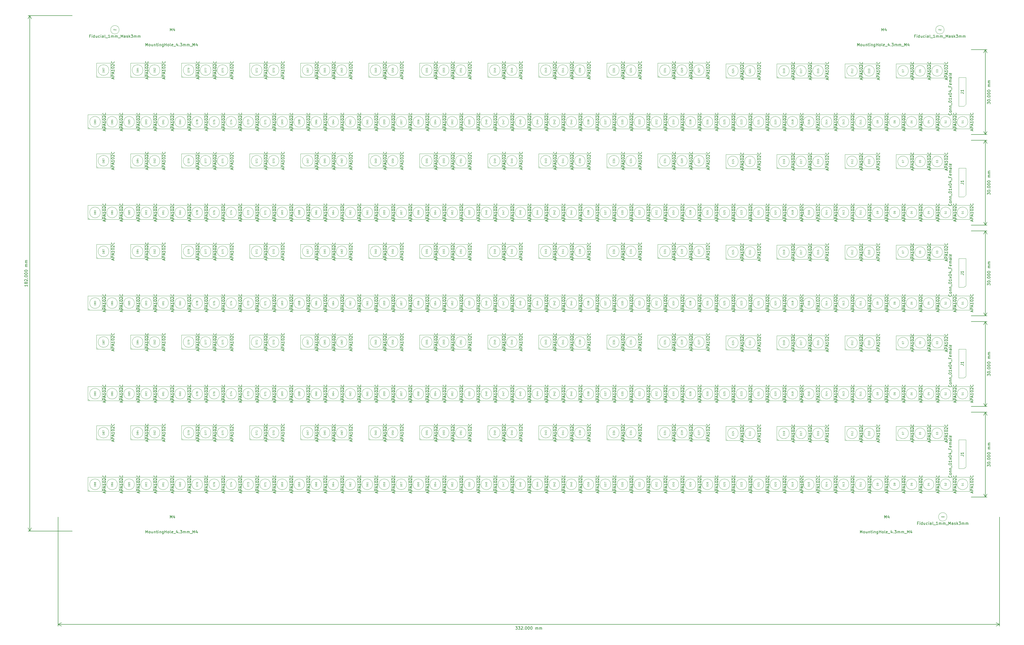
<source format=gbr>
G04 #@! TF.GenerationSoftware,KiCad,Pcbnew,(5.1.5)-3*
G04 #@! TF.CreationDate,2020-04-14T19:59:01+09:00*
G04 #@! TF.ProjectId,APA102_MENZUKE5_base,41504131-3032-45f4-9d45-4e5a554b4535,rev?*
G04 #@! TF.SameCoordinates,Original*
G04 #@! TF.FileFunction,Other,Fab,Top*
%FSLAX46Y46*%
G04 Gerber Fmt 4.6, Leading zero omitted, Abs format (unit mm)*
G04 Created by KiCad (PCBNEW (5.1.5)-3) date 2020-04-14 19:59:01*
%MOMM*%
%LPD*%
G04 APERTURE LIST*
%ADD10C,0.150000*%
%ADD11C,0.100000*%
%ADD12C,0.060000*%
G04 APERTURE END LIST*
D10*
X367752380Y-187190476D02*
X367752380Y-186571428D01*
X368133333Y-186904761D01*
X368133333Y-186761904D01*
X368180952Y-186666666D01*
X368228571Y-186619047D01*
X368323809Y-186571428D01*
X368561904Y-186571428D01*
X368657142Y-186619047D01*
X368704761Y-186666666D01*
X368752380Y-186761904D01*
X368752380Y-187047619D01*
X368704761Y-187142857D01*
X368657142Y-187190476D01*
X367752380Y-185952380D02*
X367752380Y-185857142D01*
X367800000Y-185761904D01*
X367847619Y-185714285D01*
X367942857Y-185666666D01*
X368133333Y-185619047D01*
X368371428Y-185619047D01*
X368561904Y-185666666D01*
X368657142Y-185714285D01*
X368704761Y-185761904D01*
X368752380Y-185857142D01*
X368752380Y-185952380D01*
X368704761Y-186047619D01*
X368657142Y-186095238D01*
X368561904Y-186142857D01*
X368371428Y-186190476D01*
X368133333Y-186190476D01*
X367942857Y-186142857D01*
X367847619Y-186095238D01*
X367800000Y-186047619D01*
X367752380Y-185952380D01*
X368657142Y-185190476D02*
X368704761Y-185142857D01*
X368752380Y-185190476D01*
X368704761Y-185238095D01*
X368657142Y-185190476D01*
X368752380Y-185190476D01*
X367752380Y-184523809D02*
X367752380Y-184428571D01*
X367800000Y-184333333D01*
X367847619Y-184285714D01*
X367942857Y-184238095D01*
X368133333Y-184190476D01*
X368371428Y-184190476D01*
X368561904Y-184238095D01*
X368657142Y-184285714D01*
X368704761Y-184333333D01*
X368752380Y-184428571D01*
X368752380Y-184523809D01*
X368704761Y-184619047D01*
X368657142Y-184666666D01*
X368561904Y-184714285D01*
X368371428Y-184761904D01*
X368133333Y-184761904D01*
X367942857Y-184714285D01*
X367847619Y-184666666D01*
X367800000Y-184619047D01*
X367752380Y-184523809D01*
X367752380Y-183571428D02*
X367752380Y-183476190D01*
X367800000Y-183380952D01*
X367847619Y-183333333D01*
X367942857Y-183285714D01*
X368133333Y-183238095D01*
X368371428Y-183238095D01*
X368561904Y-183285714D01*
X368657142Y-183333333D01*
X368704761Y-183380952D01*
X368752380Y-183476190D01*
X368752380Y-183571428D01*
X368704761Y-183666666D01*
X368657142Y-183714285D01*
X368561904Y-183761904D01*
X368371428Y-183809523D01*
X368133333Y-183809523D01*
X367942857Y-183761904D01*
X367847619Y-183714285D01*
X367800000Y-183666666D01*
X367752380Y-183571428D01*
X367752380Y-182619047D02*
X367752380Y-182523809D01*
X367800000Y-182428571D01*
X367847619Y-182380952D01*
X367942857Y-182333333D01*
X368133333Y-182285714D01*
X368371428Y-182285714D01*
X368561904Y-182333333D01*
X368657142Y-182380952D01*
X368704761Y-182428571D01*
X368752380Y-182523809D01*
X368752380Y-182619047D01*
X368704761Y-182714285D01*
X368657142Y-182761904D01*
X368561904Y-182809523D01*
X368371428Y-182857142D01*
X368133333Y-182857142D01*
X367942857Y-182809523D01*
X367847619Y-182761904D01*
X367800000Y-182714285D01*
X367752380Y-182619047D01*
X368752380Y-181095238D02*
X368085714Y-181095238D01*
X368180952Y-181095238D02*
X368133333Y-181047619D01*
X368085714Y-180952380D01*
X368085714Y-180809523D01*
X368133333Y-180714285D01*
X368228571Y-180666666D01*
X368752380Y-180666666D01*
X368228571Y-180666666D02*
X368133333Y-180619047D01*
X368085714Y-180523809D01*
X368085714Y-180380952D01*
X368133333Y-180285714D01*
X368228571Y-180238095D01*
X368752380Y-180238095D01*
X368752380Y-179761904D02*
X368085714Y-179761904D01*
X368180952Y-179761904D02*
X368133333Y-179714285D01*
X368085714Y-179619047D01*
X368085714Y-179476190D01*
X368133333Y-179380952D01*
X368228571Y-179333333D01*
X368752380Y-179333333D01*
X368228571Y-179333333D02*
X368133333Y-179285714D01*
X368085714Y-179190476D01*
X368085714Y-179047619D01*
X368133333Y-178952380D01*
X368228571Y-178904761D01*
X368752380Y-178904761D01*
X367000000Y-198000000D02*
X367000000Y-168000000D01*
X362000000Y-198000000D02*
X367586421Y-198000000D01*
X362000000Y-168000000D02*
X367586421Y-168000000D01*
X367000000Y-168000000D02*
X367586421Y-169126504D01*
X367000000Y-168000000D02*
X366413579Y-169126504D01*
X367000000Y-198000000D02*
X367586421Y-196873496D01*
X367000000Y-198000000D02*
X366413579Y-196873496D01*
X367752380Y-155190476D02*
X367752380Y-154571428D01*
X368133333Y-154904761D01*
X368133333Y-154761904D01*
X368180952Y-154666666D01*
X368228571Y-154619047D01*
X368323809Y-154571428D01*
X368561904Y-154571428D01*
X368657142Y-154619047D01*
X368704761Y-154666666D01*
X368752380Y-154761904D01*
X368752380Y-155047619D01*
X368704761Y-155142857D01*
X368657142Y-155190476D01*
X367752380Y-153952380D02*
X367752380Y-153857142D01*
X367800000Y-153761904D01*
X367847619Y-153714285D01*
X367942857Y-153666666D01*
X368133333Y-153619047D01*
X368371428Y-153619047D01*
X368561904Y-153666666D01*
X368657142Y-153714285D01*
X368704761Y-153761904D01*
X368752380Y-153857142D01*
X368752380Y-153952380D01*
X368704761Y-154047619D01*
X368657142Y-154095238D01*
X368561904Y-154142857D01*
X368371428Y-154190476D01*
X368133333Y-154190476D01*
X367942857Y-154142857D01*
X367847619Y-154095238D01*
X367800000Y-154047619D01*
X367752380Y-153952380D01*
X368657142Y-153190476D02*
X368704761Y-153142857D01*
X368752380Y-153190476D01*
X368704761Y-153238095D01*
X368657142Y-153190476D01*
X368752380Y-153190476D01*
X367752380Y-152523809D02*
X367752380Y-152428571D01*
X367800000Y-152333333D01*
X367847619Y-152285714D01*
X367942857Y-152238095D01*
X368133333Y-152190476D01*
X368371428Y-152190476D01*
X368561904Y-152238095D01*
X368657142Y-152285714D01*
X368704761Y-152333333D01*
X368752380Y-152428571D01*
X368752380Y-152523809D01*
X368704761Y-152619047D01*
X368657142Y-152666666D01*
X368561904Y-152714285D01*
X368371428Y-152761904D01*
X368133333Y-152761904D01*
X367942857Y-152714285D01*
X367847619Y-152666666D01*
X367800000Y-152619047D01*
X367752380Y-152523809D01*
X367752380Y-151571428D02*
X367752380Y-151476190D01*
X367800000Y-151380952D01*
X367847619Y-151333333D01*
X367942857Y-151285714D01*
X368133333Y-151238095D01*
X368371428Y-151238095D01*
X368561904Y-151285714D01*
X368657142Y-151333333D01*
X368704761Y-151380952D01*
X368752380Y-151476190D01*
X368752380Y-151571428D01*
X368704761Y-151666666D01*
X368657142Y-151714285D01*
X368561904Y-151761904D01*
X368371428Y-151809523D01*
X368133333Y-151809523D01*
X367942857Y-151761904D01*
X367847619Y-151714285D01*
X367800000Y-151666666D01*
X367752380Y-151571428D01*
X367752380Y-150619047D02*
X367752380Y-150523809D01*
X367800000Y-150428571D01*
X367847619Y-150380952D01*
X367942857Y-150333333D01*
X368133333Y-150285714D01*
X368371428Y-150285714D01*
X368561904Y-150333333D01*
X368657142Y-150380952D01*
X368704761Y-150428571D01*
X368752380Y-150523809D01*
X368752380Y-150619047D01*
X368704761Y-150714285D01*
X368657142Y-150761904D01*
X368561904Y-150809523D01*
X368371428Y-150857142D01*
X368133333Y-150857142D01*
X367942857Y-150809523D01*
X367847619Y-150761904D01*
X367800000Y-150714285D01*
X367752380Y-150619047D01*
X368752380Y-149095238D02*
X368085714Y-149095238D01*
X368180952Y-149095238D02*
X368133333Y-149047619D01*
X368085714Y-148952380D01*
X368085714Y-148809523D01*
X368133333Y-148714285D01*
X368228571Y-148666666D01*
X368752380Y-148666666D01*
X368228571Y-148666666D02*
X368133333Y-148619047D01*
X368085714Y-148523809D01*
X368085714Y-148380952D01*
X368133333Y-148285714D01*
X368228571Y-148238095D01*
X368752380Y-148238095D01*
X368752380Y-147761904D02*
X368085714Y-147761904D01*
X368180952Y-147761904D02*
X368133333Y-147714285D01*
X368085714Y-147619047D01*
X368085714Y-147476190D01*
X368133333Y-147380952D01*
X368228571Y-147333333D01*
X368752380Y-147333333D01*
X368228571Y-147333333D02*
X368133333Y-147285714D01*
X368085714Y-147190476D01*
X368085714Y-147047619D01*
X368133333Y-146952380D01*
X368228571Y-146904761D01*
X368752380Y-146904761D01*
X367000000Y-166000000D02*
X367000000Y-136000000D01*
X362000000Y-166000000D02*
X367586421Y-166000000D01*
X362000000Y-136000000D02*
X367586421Y-136000000D01*
X367000000Y-136000000D02*
X367586421Y-137126504D01*
X367000000Y-136000000D02*
X366413579Y-137126504D01*
X367000000Y-166000000D02*
X367586421Y-164873496D01*
X367000000Y-166000000D02*
X366413579Y-164873496D01*
X367752380Y-123190476D02*
X367752380Y-122571428D01*
X368133333Y-122904761D01*
X368133333Y-122761904D01*
X368180952Y-122666666D01*
X368228571Y-122619047D01*
X368323809Y-122571428D01*
X368561904Y-122571428D01*
X368657142Y-122619047D01*
X368704761Y-122666666D01*
X368752380Y-122761904D01*
X368752380Y-123047619D01*
X368704761Y-123142857D01*
X368657142Y-123190476D01*
X367752380Y-121952380D02*
X367752380Y-121857142D01*
X367800000Y-121761904D01*
X367847619Y-121714285D01*
X367942857Y-121666666D01*
X368133333Y-121619047D01*
X368371428Y-121619047D01*
X368561904Y-121666666D01*
X368657142Y-121714285D01*
X368704761Y-121761904D01*
X368752380Y-121857142D01*
X368752380Y-121952380D01*
X368704761Y-122047619D01*
X368657142Y-122095238D01*
X368561904Y-122142857D01*
X368371428Y-122190476D01*
X368133333Y-122190476D01*
X367942857Y-122142857D01*
X367847619Y-122095238D01*
X367800000Y-122047619D01*
X367752380Y-121952380D01*
X368657142Y-121190476D02*
X368704761Y-121142857D01*
X368752380Y-121190476D01*
X368704761Y-121238095D01*
X368657142Y-121190476D01*
X368752380Y-121190476D01*
X367752380Y-120523809D02*
X367752380Y-120428571D01*
X367800000Y-120333333D01*
X367847619Y-120285714D01*
X367942857Y-120238095D01*
X368133333Y-120190476D01*
X368371428Y-120190476D01*
X368561904Y-120238095D01*
X368657142Y-120285714D01*
X368704761Y-120333333D01*
X368752380Y-120428571D01*
X368752380Y-120523809D01*
X368704761Y-120619047D01*
X368657142Y-120666666D01*
X368561904Y-120714285D01*
X368371428Y-120761904D01*
X368133333Y-120761904D01*
X367942857Y-120714285D01*
X367847619Y-120666666D01*
X367800000Y-120619047D01*
X367752380Y-120523809D01*
X367752380Y-119571428D02*
X367752380Y-119476190D01*
X367800000Y-119380952D01*
X367847619Y-119333333D01*
X367942857Y-119285714D01*
X368133333Y-119238095D01*
X368371428Y-119238095D01*
X368561904Y-119285714D01*
X368657142Y-119333333D01*
X368704761Y-119380952D01*
X368752380Y-119476190D01*
X368752380Y-119571428D01*
X368704761Y-119666666D01*
X368657142Y-119714285D01*
X368561904Y-119761904D01*
X368371428Y-119809523D01*
X368133333Y-119809523D01*
X367942857Y-119761904D01*
X367847619Y-119714285D01*
X367800000Y-119666666D01*
X367752380Y-119571428D01*
X367752380Y-118619047D02*
X367752380Y-118523809D01*
X367800000Y-118428571D01*
X367847619Y-118380952D01*
X367942857Y-118333333D01*
X368133333Y-118285714D01*
X368371428Y-118285714D01*
X368561904Y-118333333D01*
X368657142Y-118380952D01*
X368704761Y-118428571D01*
X368752380Y-118523809D01*
X368752380Y-118619047D01*
X368704761Y-118714285D01*
X368657142Y-118761904D01*
X368561904Y-118809523D01*
X368371428Y-118857142D01*
X368133333Y-118857142D01*
X367942857Y-118809523D01*
X367847619Y-118761904D01*
X367800000Y-118714285D01*
X367752380Y-118619047D01*
X368752380Y-117095238D02*
X368085714Y-117095238D01*
X368180952Y-117095238D02*
X368133333Y-117047619D01*
X368085714Y-116952380D01*
X368085714Y-116809523D01*
X368133333Y-116714285D01*
X368228571Y-116666666D01*
X368752380Y-116666666D01*
X368228571Y-116666666D02*
X368133333Y-116619047D01*
X368085714Y-116523809D01*
X368085714Y-116380952D01*
X368133333Y-116285714D01*
X368228571Y-116238095D01*
X368752380Y-116238095D01*
X368752380Y-115761904D02*
X368085714Y-115761904D01*
X368180952Y-115761904D02*
X368133333Y-115714285D01*
X368085714Y-115619047D01*
X368085714Y-115476190D01*
X368133333Y-115380952D01*
X368228571Y-115333333D01*
X368752380Y-115333333D01*
X368228571Y-115333333D02*
X368133333Y-115285714D01*
X368085714Y-115190476D01*
X368085714Y-115047619D01*
X368133333Y-114952380D01*
X368228571Y-114904761D01*
X368752380Y-114904761D01*
X367000000Y-134000000D02*
X367000000Y-104000000D01*
X362000000Y-134000000D02*
X367586421Y-134000000D01*
X362000000Y-104000000D02*
X367586421Y-104000000D01*
X367000000Y-104000000D02*
X367586421Y-105126504D01*
X367000000Y-104000000D02*
X366413579Y-105126504D01*
X367000000Y-134000000D02*
X367586421Y-132873496D01*
X367000000Y-134000000D02*
X366413579Y-132873496D01*
X367752380Y-91190476D02*
X367752380Y-90571428D01*
X368133333Y-90904761D01*
X368133333Y-90761904D01*
X368180952Y-90666666D01*
X368228571Y-90619047D01*
X368323809Y-90571428D01*
X368561904Y-90571428D01*
X368657142Y-90619047D01*
X368704761Y-90666666D01*
X368752380Y-90761904D01*
X368752380Y-91047619D01*
X368704761Y-91142857D01*
X368657142Y-91190476D01*
X367752380Y-89952380D02*
X367752380Y-89857142D01*
X367800000Y-89761904D01*
X367847619Y-89714285D01*
X367942857Y-89666666D01*
X368133333Y-89619047D01*
X368371428Y-89619047D01*
X368561904Y-89666666D01*
X368657142Y-89714285D01*
X368704761Y-89761904D01*
X368752380Y-89857142D01*
X368752380Y-89952380D01*
X368704761Y-90047619D01*
X368657142Y-90095238D01*
X368561904Y-90142857D01*
X368371428Y-90190476D01*
X368133333Y-90190476D01*
X367942857Y-90142857D01*
X367847619Y-90095238D01*
X367800000Y-90047619D01*
X367752380Y-89952380D01*
X368657142Y-89190476D02*
X368704761Y-89142857D01*
X368752380Y-89190476D01*
X368704761Y-89238095D01*
X368657142Y-89190476D01*
X368752380Y-89190476D01*
X367752380Y-88523809D02*
X367752380Y-88428571D01*
X367800000Y-88333333D01*
X367847619Y-88285714D01*
X367942857Y-88238095D01*
X368133333Y-88190476D01*
X368371428Y-88190476D01*
X368561904Y-88238095D01*
X368657142Y-88285714D01*
X368704761Y-88333333D01*
X368752380Y-88428571D01*
X368752380Y-88523809D01*
X368704761Y-88619047D01*
X368657142Y-88666666D01*
X368561904Y-88714285D01*
X368371428Y-88761904D01*
X368133333Y-88761904D01*
X367942857Y-88714285D01*
X367847619Y-88666666D01*
X367800000Y-88619047D01*
X367752380Y-88523809D01*
X367752380Y-87571428D02*
X367752380Y-87476190D01*
X367800000Y-87380952D01*
X367847619Y-87333333D01*
X367942857Y-87285714D01*
X368133333Y-87238095D01*
X368371428Y-87238095D01*
X368561904Y-87285714D01*
X368657142Y-87333333D01*
X368704761Y-87380952D01*
X368752380Y-87476190D01*
X368752380Y-87571428D01*
X368704761Y-87666666D01*
X368657142Y-87714285D01*
X368561904Y-87761904D01*
X368371428Y-87809523D01*
X368133333Y-87809523D01*
X367942857Y-87761904D01*
X367847619Y-87714285D01*
X367800000Y-87666666D01*
X367752380Y-87571428D01*
X367752380Y-86619047D02*
X367752380Y-86523809D01*
X367800000Y-86428571D01*
X367847619Y-86380952D01*
X367942857Y-86333333D01*
X368133333Y-86285714D01*
X368371428Y-86285714D01*
X368561904Y-86333333D01*
X368657142Y-86380952D01*
X368704761Y-86428571D01*
X368752380Y-86523809D01*
X368752380Y-86619047D01*
X368704761Y-86714285D01*
X368657142Y-86761904D01*
X368561904Y-86809523D01*
X368371428Y-86857142D01*
X368133333Y-86857142D01*
X367942857Y-86809523D01*
X367847619Y-86761904D01*
X367800000Y-86714285D01*
X367752380Y-86619047D01*
X368752380Y-85095238D02*
X368085714Y-85095238D01*
X368180952Y-85095238D02*
X368133333Y-85047619D01*
X368085714Y-84952380D01*
X368085714Y-84809523D01*
X368133333Y-84714285D01*
X368228571Y-84666666D01*
X368752380Y-84666666D01*
X368228571Y-84666666D02*
X368133333Y-84619047D01*
X368085714Y-84523809D01*
X368085714Y-84380952D01*
X368133333Y-84285714D01*
X368228571Y-84238095D01*
X368752380Y-84238095D01*
X368752380Y-83761904D02*
X368085714Y-83761904D01*
X368180952Y-83761904D02*
X368133333Y-83714285D01*
X368085714Y-83619047D01*
X368085714Y-83476190D01*
X368133333Y-83380952D01*
X368228571Y-83333333D01*
X368752380Y-83333333D01*
X368228571Y-83333333D02*
X368133333Y-83285714D01*
X368085714Y-83190476D01*
X368085714Y-83047619D01*
X368133333Y-82952380D01*
X368228571Y-82904761D01*
X368752380Y-82904761D01*
X367000000Y-102000000D02*
X367000000Y-72000000D01*
X362000000Y-102000000D02*
X367586421Y-102000000D01*
X362000000Y-72000000D02*
X367586421Y-72000000D01*
X367000000Y-72000000D02*
X367586421Y-73126504D01*
X367000000Y-72000000D02*
X366413579Y-73126504D01*
X367000000Y-102000000D02*
X367586421Y-100873496D01*
X367000000Y-102000000D02*
X366413579Y-100873496D01*
X29152380Y-123047619D02*
X29152380Y-123619047D01*
X29152380Y-123333333D02*
X28152380Y-123333333D01*
X28295238Y-123428571D01*
X28390476Y-123523809D01*
X28438095Y-123619047D01*
X28580952Y-122476190D02*
X28533333Y-122571428D01*
X28485714Y-122619047D01*
X28390476Y-122666666D01*
X28342857Y-122666666D01*
X28247619Y-122619047D01*
X28200000Y-122571428D01*
X28152380Y-122476190D01*
X28152380Y-122285714D01*
X28200000Y-122190476D01*
X28247619Y-122142857D01*
X28342857Y-122095238D01*
X28390476Y-122095238D01*
X28485714Y-122142857D01*
X28533333Y-122190476D01*
X28580952Y-122285714D01*
X28580952Y-122476190D01*
X28628571Y-122571428D01*
X28676190Y-122619047D01*
X28771428Y-122666666D01*
X28961904Y-122666666D01*
X29057142Y-122619047D01*
X29104761Y-122571428D01*
X29152380Y-122476190D01*
X29152380Y-122285714D01*
X29104761Y-122190476D01*
X29057142Y-122142857D01*
X28961904Y-122095238D01*
X28771428Y-122095238D01*
X28676190Y-122142857D01*
X28628571Y-122190476D01*
X28580952Y-122285714D01*
X28247619Y-121714285D02*
X28200000Y-121666666D01*
X28152380Y-121571428D01*
X28152380Y-121333333D01*
X28200000Y-121238095D01*
X28247619Y-121190476D01*
X28342857Y-121142857D01*
X28438095Y-121142857D01*
X28580952Y-121190476D01*
X29152380Y-121761904D01*
X29152380Y-121142857D01*
X29057142Y-120714285D02*
X29104761Y-120666666D01*
X29152380Y-120714285D01*
X29104761Y-120761904D01*
X29057142Y-120714285D01*
X29152380Y-120714285D01*
X28152380Y-120047619D02*
X28152380Y-119952380D01*
X28200000Y-119857142D01*
X28247619Y-119809523D01*
X28342857Y-119761904D01*
X28533333Y-119714285D01*
X28771428Y-119714285D01*
X28961904Y-119761904D01*
X29057142Y-119809523D01*
X29104761Y-119857142D01*
X29152380Y-119952380D01*
X29152380Y-120047619D01*
X29104761Y-120142857D01*
X29057142Y-120190476D01*
X28961904Y-120238095D01*
X28771428Y-120285714D01*
X28533333Y-120285714D01*
X28342857Y-120238095D01*
X28247619Y-120190476D01*
X28200000Y-120142857D01*
X28152380Y-120047619D01*
X28152380Y-119095238D02*
X28152380Y-119000000D01*
X28200000Y-118904761D01*
X28247619Y-118857142D01*
X28342857Y-118809523D01*
X28533333Y-118761904D01*
X28771428Y-118761904D01*
X28961904Y-118809523D01*
X29057142Y-118857142D01*
X29104761Y-118904761D01*
X29152380Y-119000000D01*
X29152380Y-119095238D01*
X29104761Y-119190476D01*
X29057142Y-119238095D01*
X28961904Y-119285714D01*
X28771428Y-119333333D01*
X28533333Y-119333333D01*
X28342857Y-119285714D01*
X28247619Y-119238095D01*
X28200000Y-119190476D01*
X28152380Y-119095238D01*
X28152380Y-118142857D02*
X28152380Y-118047619D01*
X28200000Y-117952380D01*
X28247619Y-117904761D01*
X28342857Y-117857142D01*
X28533333Y-117809523D01*
X28771428Y-117809523D01*
X28961904Y-117857142D01*
X29057142Y-117904761D01*
X29104761Y-117952380D01*
X29152380Y-118047619D01*
X29152380Y-118142857D01*
X29104761Y-118238095D01*
X29057142Y-118285714D01*
X28961904Y-118333333D01*
X28771428Y-118380952D01*
X28533333Y-118380952D01*
X28342857Y-118333333D01*
X28247619Y-118285714D01*
X28200000Y-118238095D01*
X28152380Y-118142857D01*
X29152380Y-116619047D02*
X28485714Y-116619047D01*
X28580952Y-116619047D02*
X28533333Y-116571428D01*
X28485714Y-116476190D01*
X28485714Y-116333333D01*
X28533333Y-116238095D01*
X28628571Y-116190476D01*
X29152380Y-116190476D01*
X28628571Y-116190476D02*
X28533333Y-116142857D01*
X28485714Y-116047619D01*
X28485714Y-115904761D01*
X28533333Y-115809523D01*
X28628571Y-115761904D01*
X29152380Y-115761904D01*
X29152380Y-115285714D02*
X28485714Y-115285714D01*
X28580952Y-115285714D02*
X28533333Y-115238095D01*
X28485714Y-115142857D01*
X28485714Y-115000000D01*
X28533333Y-114904761D01*
X28628571Y-114857142D01*
X29152380Y-114857142D01*
X28628571Y-114857142D02*
X28533333Y-114809523D01*
X28485714Y-114714285D01*
X28485714Y-114571428D01*
X28533333Y-114476190D01*
X28628571Y-114428571D01*
X29152380Y-114428571D01*
X30000000Y-210000000D02*
X30000000Y-28000000D01*
X45000000Y-210000000D02*
X29413579Y-210000000D01*
X45000000Y-28000000D02*
X29413579Y-28000000D01*
X30000000Y-28000000D02*
X30586421Y-29126504D01*
X30000000Y-28000000D02*
X29413579Y-29126504D01*
X30000000Y-210000000D02*
X30586421Y-208873496D01*
X30000000Y-210000000D02*
X29413579Y-208873496D01*
X201333333Y-243752380D02*
X201952380Y-243752380D01*
X201619047Y-244133333D01*
X201761904Y-244133333D01*
X201857142Y-244180952D01*
X201904761Y-244228571D01*
X201952380Y-244323809D01*
X201952380Y-244561904D01*
X201904761Y-244657142D01*
X201857142Y-244704761D01*
X201761904Y-244752380D01*
X201476190Y-244752380D01*
X201380952Y-244704761D01*
X201333333Y-244657142D01*
X202285714Y-243752380D02*
X202904761Y-243752380D01*
X202571428Y-244133333D01*
X202714285Y-244133333D01*
X202809523Y-244180952D01*
X202857142Y-244228571D01*
X202904761Y-244323809D01*
X202904761Y-244561904D01*
X202857142Y-244657142D01*
X202809523Y-244704761D01*
X202714285Y-244752380D01*
X202428571Y-244752380D01*
X202333333Y-244704761D01*
X202285714Y-244657142D01*
X203285714Y-243847619D02*
X203333333Y-243800000D01*
X203428571Y-243752380D01*
X203666666Y-243752380D01*
X203761904Y-243800000D01*
X203809523Y-243847619D01*
X203857142Y-243942857D01*
X203857142Y-244038095D01*
X203809523Y-244180952D01*
X203238095Y-244752380D01*
X203857142Y-244752380D01*
X204285714Y-244657142D02*
X204333333Y-244704761D01*
X204285714Y-244752380D01*
X204238095Y-244704761D01*
X204285714Y-244657142D01*
X204285714Y-244752380D01*
X204952380Y-243752380D02*
X205047619Y-243752380D01*
X205142857Y-243800000D01*
X205190476Y-243847619D01*
X205238095Y-243942857D01*
X205285714Y-244133333D01*
X205285714Y-244371428D01*
X205238095Y-244561904D01*
X205190476Y-244657142D01*
X205142857Y-244704761D01*
X205047619Y-244752380D01*
X204952380Y-244752380D01*
X204857142Y-244704761D01*
X204809523Y-244657142D01*
X204761904Y-244561904D01*
X204714285Y-244371428D01*
X204714285Y-244133333D01*
X204761904Y-243942857D01*
X204809523Y-243847619D01*
X204857142Y-243800000D01*
X204952380Y-243752380D01*
X205904761Y-243752380D02*
X206000000Y-243752380D01*
X206095238Y-243800000D01*
X206142857Y-243847619D01*
X206190476Y-243942857D01*
X206238095Y-244133333D01*
X206238095Y-244371428D01*
X206190476Y-244561904D01*
X206142857Y-244657142D01*
X206095238Y-244704761D01*
X206000000Y-244752380D01*
X205904761Y-244752380D01*
X205809523Y-244704761D01*
X205761904Y-244657142D01*
X205714285Y-244561904D01*
X205666666Y-244371428D01*
X205666666Y-244133333D01*
X205714285Y-243942857D01*
X205761904Y-243847619D01*
X205809523Y-243800000D01*
X205904761Y-243752380D01*
X206857142Y-243752380D02*
X206952380Y-243752380D01*
X207047619Y-243800000D01*
X207095238Y-243847619D01*
X207142857Y-243942857D01*
X207190476Y-244133333D01*
X207190476Y-244371428D01*
X207142857Y-244561904D01*
X207095238Y-244657142D01*
X207047619Y-244704761D01*
X206952380Y-244752380D01*
X206857142Y-244752380D01*
X206761904Y-244704761D01*
X206714285Y-244657142D01*
X206666666Y-244561904D01*
X206619047Y-244371428D01*
X206619047Y-244133333D01*
X206666666Y-243942857D01*
X206714285Y-243847619D01*
X206761904Y-243800000D01*
X206857142Y-243752380D01*
X208380952Y-244752380D02*
X208380952Y-244085714D01*
X208380952Y-244180952D02*
X208428571Y-244133333D01*
X208523809Y-244085714D01*
X208666666Y-244085714D01*
X208761904Y-244133333D01*
X208809523Y-244228571D01*
X208809523Y-244752380D01*
X208809523Y-244228571D02*
X208857142Y-244133333D01*
X208952380Y-244085714D01*
X209095238Y-244085714D01*
X209190476Y-244133333D01*
X209238095Y-244228571D01*
X209238095Y-244752380D01*
X209714285Y-244752380D02*
X209714285Y-244085714D01*
X209714285Y-244180952D02*
X209761904Y-244133333D01*
X209857142Y-244085714D01*
X210000000Y-244085714D01*
X210095238Y-244133333D01*
X210142857Y-244228571D01*
X210142857Y-244752380D01*
X210142857Y-244228571D02*
X210190476Y-244133333D01*
X210285714Y-244085714D01*
X210428571Y-244085714D01*
X210523809Y-244133333D01*
X210571428Y-244228571D01*
X210571428Y-244752380D01*
X372000000Y-243000000D02*
X40000000Y-243000000D01*
X372000000Y-205000000D02*
X372000000Y-243586421D01*
X40000000Y-205000000D02*
X40000000Y-243586421D01*
X40000000Y-243000000D02*
X41126504Y-242413579D01*
X40000000Y-243000000D02*
X41126504Y-243586421D01*
X372000000Y-243000000D02*
X370873496Y-242413579D01*
X372000000Y-243000000D02*
X370873496Y-243586421D01*
X367752380Y-59190476D02*
X367752380Y-58571428D01*
X368133333Y-58904761D01*
X368133333Y-58761904D01*
X368180952Y-58666666D01*
X368228571Y-58619047D01*
X368323809Y-58571428D01*
X368561904Y-58571428D01*
X368657142Y-58619047D01*
X368704761Y-58666666D01*
X368752380Y-58761904D01*
X368752380Y-59047619D01*
X368704761Y-59142857D01*
X368657142Y-59190476D01*
X367752380Y-57952380D02*
X367752380Y-57857142D01*
X367800000Y-57761904D01*
X367847619Y-57714285D01*
X367942857Y-57666666D01*
X368133333Y-57619047D01*
X368371428Y-57619047D01*
X368561904Y-57666666D01*
X368657142Y-57714285D01*
X368704761Y-57761904D01*
X368752380Y-57857142D01*
X368752380Y-57952380D01*
X368704761Y-58047619D01*
X368657142Y-58095238D01*
X368561904Y-58142857D01*
X368371428Y-58190476D01*
X368133333Y-58190476D01*
X367942857Y-58142857D01*
X367847619Y-58095238D01*
X367800000Y-58047619D01*
X367752380Y-57952380D01*
X368657142Y-57190476D02*
X368704761Y-57142857D01*
X368752380Y-57190476D01*
X368704761Y-57238095D01*
X368657142Y-57190476D01*
X368752380Y-57190476D01*
X367752380Y-56523809D02*
X367752380Y-56428571D01*
X367800000Y-56333333D01*
X367847619Y-56285714D01*
X367942857Y-56238095D01*
X368133333Y-56190476D01*
X368371428Y-56190476D01*
X368561904Y-56238095D01*
X368657142Y-56285714D01*
X368704761Y-56333333D01*
X368752380Y-56428571D01*
X368752380Y-56523809D01*
X368704761Y-56619047D01*
X368657142Y-56666666D01*
X368561904Y-56714285D01*
X368371428Y-56761904D01*
X368133333Y-56761904D01*
X367942857Y-56714285D01*
X367847619Y-56666666D01*
X367800000Y-56619047D01*
X367752380Y-56523809D01*
X367752380Y-55571428D02*
X367752380Y-55476190D01*
X367800000Y-55380952D01*
X367847619Y-55333333D01*
X367942857Y-55285714D01*
X368133333Y-55238095D01*
X368371428Y-55238095D01*
X368561904Y-55285714D01*
X368657142Y-55333333D01*
X368704761Y-55380952D01*
X368752380Y-55476190D01*
X368752380Y-55571428D01*
X368704761Y-55666666D01*
X368657142Y-55714285D01*
X368561904Y-55761904D01*
X368371428Y-55809523D01*
X368133333Y-55809523D01*
X367942857Y-55761904D01*
X367847619Y-55714285D01*
X367800000Y-55666666D01*
X367752380Y-55571428D01*
X367752380Y-54619047D02*
X367752380Y-54523809D01*
X367800000Y-54428571D01*
X367847619Y-54380952D01*
X367942857Y-54333333D01*
X368133333Y-54285714D01*
X368371428Y-54285714D01*
X368561904Y-54333333D01*
X368657142Y-54380952D01*
X368704761Y-54428571D01*
X368752380Y-54523809D01*
X368752380Y-54619047D01*
X368704761Y-54714285D01*
X368657142Y-54761904D01*
X368561904Y-54809523D01*
X368371428Y-54857142D01*
X368133333Y-54857142D01*
X367942857Y-54809523D01*
X367847619Y-54761904D01*
X367800000Y-54714285D01*
X367752380Y-54619047D01*
X368752380Y-53095238D02*
X368085714Y-53095238D01*
X368180952Y-53095238D02*
X368133333Y-53047619D01*
X368085714Y-52952380D01*
X368085714Y-52809523D01*
X368133333Y-52714285D01*
X368228571Y-52666666D01*
X368752380Y-52666666D01*
X368228571Y-52666666D02*
X368133333Y-52619047D01*
X368085714Y-52523809D01*
X368085714Y-52380952D01*
X368133333Y-52285714D01*
X368228571Y-52238095D01*
X368752380Y-52238095D01*
X368752380Y-51761904D02*
X368085714Y-51761904D01*
X368180952Y-51761904D02*
X368133333Y-51714285D01*
X368085714Y-51619047D01*
X368085714Y-51476190D01*
X368133333Y-51380952D01*
X368228571Y-51333333D01*
X368752380Y-51333333D01*
X368228571Y-51333333D02*
X368133333Y-51285714D01*
X368085714Y-51190476D01*
X368085714Y-51047619D01*
X368133333Y-50952380D01*
X368228571Y-50904761D01*
X368752380Y-50904761D01*
X367000000Y-70000000D02*
X367000000Y-40000000D01*
X362000000Y-70000000D02*
X367586421Y-70000000D01*
X362000000Y-40000000D02*
X367586421Y-40000000D01*
X367000000Y-40000000D02*
X367586421Y-41126504D01*
X367000000Y-40000000D02*
X366413579Y-41126504D01*
X367000000Y-70000000D02*
X367586421Y-68873496D01*
X367000000Y-70000000D02*
X366413579Y-68873496D01*
D11*
X135100000Y-196000000D02*
X134500000Y-195400000D01*
X134500000Y-191000000D02*
X134500000Y-196000000D01*
X139500000Y-191000000D02*
X134500000Y-191000000D01*
X139500000Y-196000000D02*
X139500000Y-191000000D01*
X134500000Y-196000000D02*
X139500000Y-196000000D01*
X138900000Y-193500000D02*
G75*
G03X138900000Y-193500000I-1900000J0D01*
G01*
X54900000Y-193500000D02*
G75*
G03X54900000Y-193500000I-1900000J0D01*
G01*
X50500000Y-196000000D02*
X55500000Y-196000000D01*
X55500000Y-196000000D02*
X55500000Y-191000000D01*
X55500000Y-191000000D02*
X50500000Y-191000000D01*
X50500000Y-191000000D02*
X50500000Y-196000000D01*
X51100000Y-196000000D02*
X50500000Y-195400000D01*
X54900000Y-161500000D02*
G75*
G03X54900000Y-161500000I-1900000J0D01*
G01*
X50500000Y-164000000D02*
X55500000Y-164000000D01*
X55500000Y-164000000D02*
X55500000Y-159000000D01*
X55500000Y-159000000D02*
X50500000Y-159000000D01*
X50500000Y-159000000D02*
X50500000Y-164000000D01*
X51100000Y-164000000D02*
X50500000Y-163400000D01*
X54900000Y-129500000D02*
G75*
G03X54900000Y-129500000I-1900000J0D01*
G01*
X50500000Y-132000000D02*
X55500000Y-132000000D01*
X55500000Y-132000000D02*
X55500000Y-127000000D01*
X55500000Y-127000000D02*
X50500000Y-127000000D01*
X50500000Y-127000000D02*
X50500000Y-132000000D01*
X51100000Y-132000000D02*
X50500000Y-131400000D01*
X54900000Y-97500000D02*
G75*
G03X54900000Y-97500000I-1900000J0D01*
G01*
X50500000Y-100000000D02*
X55500000Y-100000000D01*
X55500000Y-100000000D02*
X55500000Y-95000000D01*
X55500000Y-95000000D02*
X50500000Y-95000000D01*
X50500000Y-95000000D02*
X50500000Y-100000000D01*
X51100000Y-100000000D02*
X50500000Y-99400000D01*
X60900000Y-193500000D02*
G75*
G03X60900000Y-193500000I-1900000J0D01*
G01*
X56500000Y-196000000D02*
X61500000Y-196000000D01*
X61500000Y-196000000D02*
X61500000Y-191000000D01*
X61500000Y-191000000D02*
X56500000Y-191000000D01*
X56500000Y-191000000D02*
X56500000Y-196000000D01*
X57100000Y-196000000D02*
X56500000Y-195400000D01*
X60900000Y-161500000D02*
G75*
G03X60900000Y-161500000I-1900000J0D01*
G01*
X56500000Y-164000000D02*
X61500000Y-164000000D01*
X61500000Y-164000000D02*
X61500000Y-159000000D01*
X61500000Y-159000000D02*
X56500000Y-159000000D01*
X56500000Y-159000000D02*
X56500000Y-164000000D01*
X57100000Y-164000000D02*
X56500000Y-163400000D01*
X60900000Y-129500000D02*
G75*
G03X60900000Y-129500000I-1900000J0D01*
G01*
X56500000Y-132000000D02*
X61500000Y-132000000D01*
X61500000Y-132000000D02*
X61500000Y-127000000D01*
X61500000Y-127000000D02*
X56500000Y-127000000D01*
X56500000Y-127000000D02*
X56500000Y-132000000D01*
X57100000Y-132000000D02*
X56500000Y-131400000D01*
X60900000Y-97500000D02*
G75*
G03X60900000Y-97500000I-1900000J0D01*
G01*
X56500000Y-100000000D02*
X61500000Y-100000000D01*
X61500000Y-100000000D02*
X61500000Y-95000000D01*
X61500000Y-95000000D02*
X56500000Y-95000000D01*
X56500000Y-95000000D02*
X56500000Y-100000000D01*
X57100000Y-100000000D02*
X56500000Y-99400000D01*
X69900000Y-175250000D02*
G75*
G03X69900000Y-175250000I-1900000J0D01*
G01*
X65500000Y-177750000D02*
X70500000Y-177750000D01*
X70500000Y-177750000D02*
X70500000Y-172750000D01*
X70500000Y-172750000D02*
X65500000Y-172750000D01*
X65500000Y-172750000D02*
X65500000Y-177750000D01*
X66100000Y-177750000D02*
X65500000Y-177150000D01*
X69900000Y-143250000D02*
G75*
G03X69900000Y-143250000I-1900000J0D01*
G01*
X65500000Y-145750000D02*
X70500000Y-145750000D01*
X70500000Y-145750000D02*
X70500000Y-140750000D01*
X70500000Y-140750000D02*
X65500000Y-140750000D01*
X65500000Y-140750000D02*
X65500000Y-145750000D01*
X66100000Y-145750000D02*
X65500000Y-145150000D01*
X69900000Y-111250000D02*
G75*
G03X69900000Y-111250000I-1900000J0D01*
G01*
X65500000Y-113750000D02*
X70500000Y-113750000D01*
X70500000Y-113750000D02*
X70500000Y-108750000D01*
X70500000Y-108750000D02*
X65500000Y-108750000D01*
X65500000Y-108750000D02*
X65500000Y-113750000D01*
X66100000Y-113750000D02*
X65500000Y-113150000D01*
X69900000Y-79250000D02*
G75*
G03X69900000Y-79250000I-1900000J0D01*
G01*
X65500000Y-81750000D02*
X70500000Y-81750000D01*
X70500000Y-81750000D02*
X70500000Y-76750000D01*
X70500000Y-76750000D02*
X65500000Y-76750000D01*
X65500000Y-76750000D02*
X65500000Y-81750000D01*
X66100000Y-81750000D02*
X65500000Y-81150000D01*
X84900000Y-193500000D02*
G75*
G03X84900000Y-193500000I-1900000J0D01*
G01*
X80500000Y-196000000D02*
X85500000Y-196000000D01*
X85500000Y-196000000D02*
X85500000Y-191000000D01*
X85500000Y-191000000D02*
X80500000Y-191000000D01*
X80500000Y-191000000D02*
X80500000Y-196000000D01*
X81100000Y-196000000D02*
X80500000Y-195400000D01*
X84900000Y-161500000D02*
G75*
G03X84900000Y-161500000I-1900000J0D01*
G01*
X80500000Y-164000000D02*
X85500000Y-164000000D01*
X85500000Y-164000000D02*
X85500000Y-159000000D01*
X85500000Y-159000000D02*
X80500000Y-159000000D01*
X80500000Y-159000000D02*
X80500000Y-164000000D01*
X81100000Y-164000000D02*
X80500000Y-163400000D01*
X84900000Y-129500000D02*
G75*
G03X84900000Y-129500000I-1900000J0D01*
G01*
X80500000Y-132000000D02*
X85500000Y-132000000D01*
X85500000Y-132000000D02*
X85500000Y-127000000D01*
X85500000Y-127000000D02*
X80500000Y-127000000D01*
X80500000Y-127000000D02*
X80500000Y-132000000D01*
X81100000Y-132000000D02*
X80500000Y-131400000D01*
X84900000Y-97500000D02*
G75*
G03X84900000Y-97500000I-1900000J0D01*
G01*
X80500000Y-100000000D02*
X85500000Y-100000000D01*
X85500000Y-100000000D02*
X85500000Y-95000000D01*
X85500000Y-95000000D02*
X80500000Y-95000000D01*
X80500000Y-95000000D02*
X80500000Y-100000000D01*
X81100000Y-100000000D02*
X80500000Y-99400000D01*
X96100000Y-177750000D02*
X95500000Y-177150000D01*
X95500000Y-172750000D02*
X95500000Y-177750000D01*
X100500000Y-172750000D02*
X95500000Y-172750000D01*
X100500000Y-177750000D02*
X100500000Y-172750000D01*
X95500000Y-177750000D02*
X100500000Y-177750000D01*
X99900000Y-175250000D02*
G75*
G03X99900000Y-175250000I-1900000J0D01*
G01*
X96100000Y-145750000D02*
X95500000Y-145150000D01*
X95500000Y-140750000D02*
X95500000Y-145750000D01*
X100500000Y-140750000D02*
X95500000Y-140750000D01*
X100500000Y-145750000D02*
X100500000Y-140750000D01*
X95500000Y-145750000D02*
X100500000Y-145750000D01*
X99900000Y-143250000D02*
G75*
G03X99900000Y-143250000I-1900000J0D01*
G01*
X96100000Y-113750000D02*
X95500000Y-113150000D01*
X95500000Y-108750000D02*
X95500000Y-113750000D01*
X100500000Y-108750000D02*
X95500000Y-108750000D01*
X100500000Y-113750000D02*
X100500000Y-108750000D01*
X95500000Y-113750000D02*
X100500000Y-113750000D01*
X99900000Y-111250000D02*
G75*
G03X99900000Y-111250000I-1900000J0D01*
G01*
X96100000Y-81750000D02*
X95500000Y-81150000D01*
X95500000Y-76750000D02*
X95500000Y-81750000D01*
X100500000Y-76750000D02*
X95500000Y-76750000D01*
X100500000Y-81750000D02*
X100500000Y-76750000D01*
X95500000Y-81750000D02*
X100500000Y-81750000D01*
X99900000Y-79250000D02*
G75*
G03X99900000Y-79250000I-1900000J0D01*
G01*
X111100000Y-196000000D02*
X110500000Y-195400000D01*
X110500000Y-191000000D02*
X110500000Y-196000000D01*
X115500000Y-191000000D02*
X110500000Y-191000000D01*
X115500000Y-196000000D02*
X115500000Y-191000000D01*
X110500000Y-196000000D02*
X115500000Y-196000000D01*
X114900000Y-193500000D02*
G75*
G03X114900000Y-193500000I-1900000J0D01*
G01*
X111100000Y-164000000D02*
X110500000Y-163400000D01*
X110500000Y-159000000D02*
X110500000Y-164000000D01*
X115500000Y-159000000D02*
X110500000Y-159000000D01*
X115500000Y-164000000D02*
X115500000Y-159000000D01*
X110500000Y-164000000D02*
X115500000Y-164000000D01*
X114900000Y-161500000D02*
G75*
G03X114900000Y-161500000I-1900000J0D01*
G01*
X111100000Y-132000000D02*
X110500000Y-131400000D01*
X110500000Y-127000000D02*
X110500000Y-132000000D01*
X115500000Y-127000000D02*
X110500000Y-127000000D01*
X115500000Y-132000000D02*
X115500000Y-127000000D01*
X110500000Y-132000000D02*
X115500000Y-132000000D01*
X114900000Y-129500000D02*
G75*
G03X114900000Y-129500000I-1900000J0D01*
G01*
X111100000Y-100000000D02*
X110500000Y-99400000D01*
X110500000Y-95000000D02*
X110500000Y-100000000D01*
X115500000Y-95000000D02*
X110500000Y-95000000D01*
X115500000Y-100000000D02*
X115500000Y-95000000D01*
X110500000Y-100000000D02*
X115500000Y-100000000D01*
X114900000Y-97500000D02*
G75*
G03X114900000Y-97500000I-1900000J0D01*
G01*
X141900000Y-175250000D02*
G75*
G03X141900000Y-175250000I-1900000J0D01*
G01*
X137500000Y-177750000D02*
X142500000Y-177750000D01*
X142500000Y-177750000D02*
X142500000Y-172750000D01*
X142500000Y-172750000D02*
X137500000Y-172750000D01*
X137500000Y-172750000D02*
X137500000Y-177750000D01*
X138100000Y-177750000D02*
X137500000Y-177150000D01*
X141900000Y-143250000D02*
G75*
G03X141900000Y-143250000I-1900000J0D01*
G01*
X137500000Y-145750000D02*
X142500000Y-145750000D01*
X142500000Y-145750000D02*
X142500000Y-140750000D01*
X142500000Y-140750000D02*
X137500000Y-140750000D01*
X137500000Y-140750000D02*
X137500000Y-145750000D01*
X138100000Y-145750000D02*
X137500000Y-145150000D01*
X141900000Y-111250000D02*
G75*
G03X141900000Y-111250000I-1900000J0D01*
G01*
X137500000Y-113750000D02*
X142500000Y-113750000D01*
X142500000Y-113750000D02*
X142500000Y-108750000D01*
X142500000Y-108750000D02*
X137500000Y-108750000D01*
X137500000Y-108750000D02*
X137500000Y-113750000D01*
X138100000Y-113750000D02*
X137500000Y-113150000D01*
X141900000Y-79250000D02*
G75*
G03X141900000Y-79250000I-1900000J0D01*
G01*
X137500000Y-81750000D02*
X142500000Y-81750000D01*
X142500000Y-81750000D02*
X142500000Y-76750000D01*
X142500000Y-76750000D02*
X137500000Y-76750000D01*
X137500000Y-76750000D02*
X137500000Y-81750000D01*
X138100000Y-81750000D02*
X137500000Y-81150000D01*
X171900000Y-175250000D02*
G75*
G03X171900000Y-175250000I-1900000J0D01*
G01*
X167500000Y-177750000D02*
X172500000Y-177750000D01*
X172500000Y-177750000D02*
X172500000Y-172750000D01*
X172500000Y-172750000D02*
X167500000Y-172750000D01*
X167500000Y-172750000D02*
X167500000Y-177750000D01*
X168100000Y-177750000D02*
X167500000Y-177150000D01*
X171900000Y-143250000D02*
G75*
G03X171900000Y-143250000I-1900000J0D01*
G01*
X167500000Y-145750000D02*
X172500000Y-145750000D01*
X172500000Y-145750000D02*
X172500000Y-140750000D01*
X172500000Y-140750000D02*
X167500000Y-140750000D01*
X167500000Y-140750000D02*
X167500000Y-145750000D01*
X168100000Y-145750000D02*
X167500000Y-145150000D01*
X171900000Y-111250000D02*
G75*
G03X171900000Y-111250000I-1900000J0D01*
G01*
X167500000Y-113750000D02*
X172500000Y-113750000D01*
X172500000Y-113750000D02*
X172500000Y-108750000D01*
X172500000Y-108750000D02*
X167500000Y-108750000D01*
X167500000Y-108750000D02*
X167500000Y-113750000D01*
X168100000Y-113750000D02*
X167500000Y-113150000D01*
X171900000Y-79250000D02*
G75*
G03X171900000Y-79250000I-1900000J0D01*
G01*
X167500000Y-81750000D02*
X172500000Y-81750000D01*
X172500000Y-81750000D02*
X172500000Y-76750000D01*
X172500000Y-76750000D02*
X167500000Y-76750000D01*
X167500000Y-76750000D02*
X167500000Y-81750000D01*
X168100000Y-81750000D02*
X167500000Y-81150000D01*
X177100000Y-196000000D02*
X176500000Y-195400000D01*
X176500000Y-191000000D02*
X176500000Y-196000000D01*
X181500000Y-191000000D02*
X176500000Y-191000000D01*
X181500000Y-196000000D02*
X181500000Y-191000000D01*
X176500000Y-196000000D02*
X181500000Y-196000000D01*
X180900000Y-193500000D02*
G75*
G03X180900000Y-193500000I-1900000J0D01*
G01*
X177100000Y-164000000D02*
X176500000Y-163400000D01*
X176500000Y-159000000D02*
X176500000Y-164000000D01*
X181500000Y-159000000D02*
X176500000Y-159000000D01*
X181500000Y-164000000D02*
X181500000Y-159000000D01*
X176500000Y-164000000D02*
X181500000Y-164000000D01*
X180900000Y-161500000D02*
G75*
G03X180900000Y-161500000I-1900000J0D01*
G01*
X177100000Y-132000000D02*
X176500000Y-131400000D01*
X176500000Y-127000000D02*
X176500000Y-132000000D01*
X181500000Y-127000000D02*
X176500000Y-127000000D01*
X181500000Y-132000000D02*
X181500000Y-127000000D01*
X176500000Y-132000000D02*
X181500000Y-132000000D01*
X180900000Y-129500000D02*
G75*
G03X180900000Y-129500000I-1900000J0D01*
G01*
X177100000Y-100000000D02*
X176500000Y-99400000D01*
X176500000Y-95000000D02*
X176500000Y-100000000D01*
X181500000Y-95000000D02*
X176500000Y-95000000D01*
X181500000Y-100000000D02*
X181500000Y-95000000D01*
X176500000Y-100000000D02*
X181500000Y-100000000D01*
X180900000Y-97500000D02*
G75*
G03X180900000Y-97500000I-1900000J0D01*
G01*
X150100000Y-177750000D02*
X149500000Y-177150000D01*
X149500000Y-172750000D02*
X149500000Y-177750000D01*
X154500000Y-172750000D02*
X149500000Y-172750000D01*
X154500000Y-177750000D02*
X154500000Y-172750000D01*
X149500000Y-177750000D02*
X154500000Y-177750000D01*
X153900000Y-175250000D02*
G75*
G03X153900000Y-175250000I-1900000J0D01*
G01*
X150100000Y-145750000D02*
X149500000Y-145150000D01*
X149500000Y-140750000D02*
X149500000Y-145750000D01*
X154500000Y-140750000D02*
X149500000Y-140750000D01*
X154500000Y-145750000D02*
X154500000Y-140750000D01*
X149500000Y-145750000D02*
X154500000Y-145750000D01*
X153900000Y-143250000D02*
G75*
G03X153900000Y-143250000I-1900000J0D01*
G01*
X150100000Y-113750000D02*
X149500000Y-113150000D01*
X149500000Y-108750000D02*
X149500000Y-113750000D01*
X154500000Y-108750000D02*
X149500000Y-108750000D01*
X154500000Y-113750000D02*
X154500000Y-108750000D01*
X149500000Y-113750000D02*
X154500000Y-113750000D01*
X153900000Y-111250000D02*
G75*
G03X153900000Y-111250000I-1900000J0D01*
G01*
X150100000Y-81750000D02*
X149500000Y-81150000D01*
X149500000Y-76750000D02*
X149500000Y-81750000D01*
X154500000Y-76750000D02*
X149500000Y-76750000D01*
X154500000Y-81750000D02*
X154500000Y-76750000D01*
X149500000Y-81750000D02*
X154500000Y-81750000D01*
X153900000Y-79250000D02*
G75*
G03X153900000Y-79250000I-1900000J0D01*
G01*
X156100000Y-177750000D02*
X155500000Y-177150000D01*
X155500000Y-172750000D02*
X155500000Y-177750000D01*
X160500000Y-172750000D02*
X155500000Y-172750000D01*
X160500000Y-177750000D02*
X160500000Y-172750000D01*
X155500000Y-177750000D02*
X160500000Y-177750000D01*
X159900000Y-175250000D02*
G75*
G03X159900000Y-175250000I-1900000J0D01*
G01*
X156100000Y-145750000D02*
X155500000Y-145150000D01*
X155500000Y-140750000D02*
X155500000Y-145750000D01*
X160500000Y-140750000D02*
X155500000Y-140750000D01*
X160500000Y-145750000D02*
X160500000Y-140750000D01*
X155500000Y-145750000D02*
X160500000Y-145750000D01*
X159900000Y-143250000D02*
G75*
G03X159900000Y-143250000I-1900000J0D01*
G01*
X156100000Y-113750000D02*
X155500000Y-113150000D01*
X155500000Y-108750000D02*
X155500000Y-113750000D01*
X160500000Y-108750000D02*
X155500000Y-108750000D01*
X160500000Y-113750000D02*
X160500000Y-108750000D01*
X155500000Y-113750000D02*
X160500000Y-113750000D01*
X159900000Y-111250000D02*
G75*
G03X159900000Y-111250000I-1900000J0D01*
G01*
X156100000Y-81750000D02*
X155500000Y-81150000D01*
X155500000Y-76750000D02*
X155500000Y-81750000D01*
X160500000Y-76750000D02*
X155500000Y-76750000D01*
X160500000Y-81750000D02*
X160500000Y-76750000D01*
X155500000Y-81750000D02*
X160500000Y-81750000D01*
X159900000Y-79250000D02*
G75*
G03X159900000Y-79250000I-1900000J0D01*
G01*
X54100000Y-177750000D02*
X53500000Y-177150000D01*
X53500000Y-172750000D02*
X53500000Y-177750000D01*
X58500000Y-172750000D02*
X53500000Y-172750000D01*
X58500000Y-177750000D02*
X58500000Y-172750000D01*
X53500000Y-177750000D02*
X58500000Y-177750000D01*
X57900000Y-175250000D02*
G75*
G03X57900000Y-175250000I-1900000J0D01*
G01*
X54100000Y-145750000D02*
X53500000Y-145150000D01*
X53500000Y-140750000D02*
X53500000Y-145750000D01*
X58500000Y-140750000D02*
X53500000Y-140750000D01*
X58500000Y-145750000D02*
X58500000Y-140750000D01*
X53500000Y-145750000D02*
X58500000Y-145750000D01*
X57900000Y-143250000D02*
G75*
G03X57900000Y-143250000I-1900000J0D01*
G01*
X54100000Y-113750000D02*
X53500000Y-113150000D01*
X53500000Y-108750000D02*
X53500000Y-113750000D01*
X58500000Y-108750000D02*
X53500000Y-108750000D01*
X58500000Y-113750000D02*
X58500000Y-108750000D01*
X53500000Y-113750000D02*
X58500000Y-113750000D01*
X57900000Y-111250000D02*
G75*
G03X57900000Y-111250000I-1900000J0D01*
G01*
X54100000Y-81750000D02*
X53500000Y-81150000D01*
X53500000Y-76750000D02*
X53500000Y-81750000D01*
X58500000Y-76750000D02*
X53500000Y-76750000D01*
X58500000Y-81750000D02*
X58500000Y-76750000D01*
X53500000Y-81750000D02*
X58500000Y-81750000D01*
X57900000Y-79250000D02*
G75*
G03X57900000Y-79250000I-1900000J0D01*
G01*
X63100000Y-196000000D02*
X62500000Y-195400000D01*
X62500000Y-191000000D02*
X62500000Y-196000000D01*
X67500000Y-191000000D02*
X62500000Y-191000000D01*
X67500000Y-196000000D02*
X67500000Y-191000000D01*
X62500000Y-196000000D02*
X67500000Y-196000000D01*
X66900000Y-193500000D02*
G75*
G03X66900000Y-193500000I-1900000J0D01*
G01*
X63100000Y-164000000D02*
X62500000Y-163400000D01*
X62500000Y-159000000D02*
X62500000Y-164000000D01*
X67500000Y-159000000D02*
X62500000Y-159000000D01*
X67500000Y-164000000D02*
X67500000Y-159000000D01*
X62500000Y-164000000D02*
X67500000Y-164000000D01*
X66900000Y-161500000D02*
G75*
G03X66900000Y-161500000I-1900000J0D01*
G01*
X63100000Y-132000000D02*
X62500000Y-131400000D01*
X62500000Y-127000000D02*
X62500000Y-132000000D01*
X67500000Y-127000000D02*
X62500000Y-127000000D01*
X67500000Y-132000000D02*
X67500000Y-127000000D01*
X62500000Y-132000000D02*
X67500000Y-132000000D01*
X66900000Y-129500000D02*
G75*
G03X66900000Y-129500000I-1900000J0D01*
G01*
X63100000Y-100000000D02*
X62500000Y-99400000D01*
X62500000Y-95000000D02*
X62500000Y-100000000D01*
X67500000Y-95000000D02*
X62500000Y-95000000D01*
X67500000Y-100000000D02*
X67500000Y-95000000D01*
X62500000Y-100000000D02*
X67500000Y-100000000D01*
X66900000Y-97500000D02*
G75*
G03X66900000Y-97500000I-1900000J0D01*
G01*
X87100000Y-196000000D02*
X86500000Y-195400000D01*
X86500000Y-191000000D02*
X86500000Y-196000000D01*
X91500000Y-191000000D02*
X86500000Y-191000000D01*
X91500000Y-196000000D02*
X91500000Y-191000000D01*
X86500000Y-196000000D02*
X91500000Y-196000000D01*
X90900000Y-193500000D02*
G75*
G03X90900000Y-193500000I-1900000J0D01*
G01*
X87100000Y-164000000D02*
X86500000Y-163400000D01*
X86500000Y-159000000D02*
X86500000Y-164000000D01*
X91500000Y-159000000D02*
X86500000Y-159000000D01*
X91500000Y-164000000D02*
X91500000Y-159000000D01*
X86500000Y-164000000D02*
X91500000Y-164000000D01*
X90900000Y-161500000D02*
G75*
G03X90900000Y-161500000I-1900000J0D01*
G01*
X87100000Y-132000000D02*
X86500000Y-131400000D01*
X86500000Y-127000000D02*
X86500000Y-132000000D01*
X91500000Y-127000000D02*
X86500000Y-127000000D01*
X91500000Y-132000000D02*
X91500000Y-127000000D01*
X86500000Y-132000000D02*
X91500000Y-132000000D01*
X90900000Y-129500000D02*
G75*
G03X90900000Y-129500000I-1900000J0D01*
G01*
X87100000Y-100000000D02*
X86500000Y-99400000D01*
X86500000Y-95000000D02*
X86500000Y-100000000D01*
X91500000Y-95000000D02*
X86500000Y-95000000D01*
X91500000Y-100000000D02*
X91500000Y-95000000D01*
X86500000Y-100000000D02*
X91500000Y-100000000D01*
X90900000Y-97500000D02*
G75*
G03X90900000Y-97500000I-1900000J0D01*
G01*
X111900000Y-175250000D02*
G75*
G03X111900000Y-175250000I-1900000J0D01*
G01*
X107500000Y-177750000D02*
X112500000Y-177750000D01*
X112500000Y-177750000D02*
X112500000Y-172750000D01*
X112500000Y-172750000D02*
X107500000Y-172750000D01*
X107500000Y-172750000D02*
X107500000Y-177750000D01*
X108100000Y-177750000D02*
X107500000Y-177150000D01*
X111900000Y-143250000D02*
G75*
G03X111900000Y-143250000I-1900000J0D01*
G01*
X107500000Y-145750000D02*
X112500000Y-145750000D01*
X112500000Y-145750000D02*
X112500000Y-140750000D01*
X112500000Y-140750000D02*
X107500000Y-140750000D01*
X107500000Y-140750000D02*
X107500000Y-145750000D01*
X108100000Y-145750000D02*
X107500000Y-145150000D01*
X111900000Y-111250000D02*
G75*
G03X111900000Y-111250000I-1900000J0D01*
G01*
X107500000Y-113750000D02*
X112500000Y-113750000D01*
X112500000Y-113750000D02*
X112500000Y-108750000D01*
X112500000Y-108750000D02*
X107500000Y-108750000D01*
X107500000Y-108750000D02*
X107500000Y-113750000D01*
X108100000Y-113750000D02*
X107500000Y-113150000D01*
X111900000Y-79250000D02*
G75*
G03X111900000Y-79250000I-1900000J0D01*
G01*
X107500000Y-81750000D02*
X112500000Y-81750000D01*
X112500000Y-81750000D02*
X112500000Y-76750000D01*
X112500000Y-76750000D02*
X107500000Y-76750000D01*
X107500000Y-76750000D02*
X107500000Y-81750000D01*
X108100000Y-81750000D02*
X107500000Y-81150000D01*
X150900000Y-193500000D02*
G75*
G03X150900000Y-193500000I-1900000J0D01*
G01*
X146500000Y-196000000D02*
X151500000Y-196000000D01*
X151500000Y-196000000D02*
X151500000Y-191000000D01*
X151500000Y-191000000D02*
X146500000Y-191000000D01*
X146500000Y-191000000D02*
X146500000Y-196000000D01*
X147100000Y-196000000D02*
X146500000Y-195400000D01*
X150900000Y-161500000D02*
G75*
G03X150900000Y-161500000I-1900000J0D01*
G01*
X146500000Y-164000000D02*
X151500000Y-164000000D01*
X151500000Y-164000000D02*
X151500000Y-159000000D01*
X151500000Y-159000000D02*
X146500000Y-159000000D01*
X146500000Y-159000000D02*
X146500000Y-164000000D01*
X147100000Y-164000000D02*
X146500000Y-163400000D01*
X150900000Y-129500000D02*
G75*
G03X150900000Y-129500000I-1900000J0D01*
G01*
X146500000Y-132000000D02*
X151500000Y-132000000D01*
X151500000Y-132000000D02*
X151500000Y-127000000D01*
X151500000Y-127000000D02*
X146500000Y-127000000D01*
X146500000Y-127000000D02*
X146500000Y-132000000D01*
X147100000Y-132000000D02*
X146500000Y-131400000D01*
X150900000Y-97500000D02*
G75*
G03X150900000Y-97500000I-1900000J0D01*
G01*
X146500000Y-100000000D02*
X151500000Y-100000000D01*
X151500000Y-100000000D02*
X151500000Y-95000000D01*
X151500000Y-95000000D02*
X146500000Y-95000000D01*
X146500000Y-95000000D02*
X146500000Y-100000000D01*
X147100000Y-100000000D02*
X146500000Y-99400000D01*
X171100000Y-196000000D02*
X170500000Y-195400000D01*
X170500000Y-191000000D02*
X170500000Y-196000000D01*
X175500000Y-191000000D02*
X170500000Y-191000000D01*
X175500000Y-196000000D02*
X175500000Y-191000000D01*
X170500000Y-196000000D02*
X175500000Y-196000000D01*
X174900000Y-193500000D02*
G75*
G03X174900000Y-193500000I-1900000J0D01*
G01*
X171100000Y-164000000D02*
X170500000Y-163400000D01*
X170500000Y-159000000D02*
X170500000Y-164000000D01*
X175500000Y-159000000D02*
X170500000Y-159000000D01*
X175500000Y-164000000D02*
X175500000Y-159000000D01*
X170500000Y-164000000D02*
X175500000Y-164000000D01*
X174900000Y-161500000D02*
G75*
G03X174900000Y-161500000I-1900000J0D01*
G01*
X171100000Y-132000000D02*
X170500000Y-131400000D01*
X170500000Y-127000000D02*
X170500000Y-132000000D01*
X175500000Y-127000000D02*
X170500000Y-127000000D01*
X175500000Y-132000000D02*
X175500000Y-127000000D01*
X170500000Y-132000000D02*
X175500000Y-132000000D01*
X174900000Y-129500000D02*
G75*
G03X174900000Y-129500000I-1900000J0D01*
G01*
X171100000Y-100000000D02*
X170500000Y-99400000D01*
X170500000Y-95000000D02*
X170500000Y-100000000D01*
X175500000Y-95000000D02*
X170500000Y-95000000D01*
X175500000Y-100000000D02*
X175500000Y-95000000D01*
X170500000Y-100000000D02*
X175500000Y-100000000D01*
X174900000Y-97500000D02*
G75*
G03X174900000Y-97500000I-1900000J0D01*
G01*
X129900000Y-175250000D02*
G75*
G03X129900000Y-175250000I-1900000J0D01*
G01*
X125500000Y-177750000D02*
X130500000Y-177750000D01*
X130500000Y-177750000D02*
X130500000Y-172750000D01*
X130500000Y-172750000D02*
X125500000Y-172750000D01*
X125500000Y-172750000D02*
X125500000Y-177750000D01*
X126100000Y-177750000D02*
X125500000Y-177150000D01*
X129900000Y-143250000D02*
G75*
G03X129900000Y-143250000I-1900000J0D01*
G01*
X125500000Y-145750000D02*
X130500000Y-145750000D01*
X130500000Y-145750000D02*
X130500000Y-140750000D01*
X130500000Y-140750000D02*
X125500000Y-140750000D01*
X125500000Y-140750000D02*
X125500000Y-145750000D01*
X126100000Y-145750000D02*
X125500000Y-145150000D01*
X129900000Y-111250000D02*
G75*
G03X129900000Y-111250000I-1900000J0D01*
G01*
X125500000Y-113750000D02*
X130500000Y-113750000D01*
X130500000Y-113750000D02*
X130500000Y-108750000D01*
X130500000Y-108750000D02*
X125500000Y-108750000D01*
X125500000Y-108750000D02*
X125500000Y-113750000D01*
X126100000Y-113750000D02*
X125500000Y-113150000D01*
X129900000Y-79250000D02*
G75*
G03X129900000Y-79250000I-1900000J0D01*
G01*
X125500000Y-81750000D02*
X130500000Y-81750000D01*
X130500000Y-81750000D02*
X130500000Y-76750000D01*
X130500000Y-76750000D02*
X125500000Y-76750000D01*
X125500000Y-76750000D02*
X125500000Y-81750000D01*
X126100000Y-81750000D02*
X125500000Y-81150000D01*
X141100000Y-196000000D02*
X140500000Y-195400000D01*
X140500000Y-191000000D02*
X140500000Y-196000000D01*
X145500000Y-191000000D02*
X140500000Y-191000000D01*
X145500000Y-196000000D02*
X145500000Y-191000000D01*
X140500000Y-196000000D02*
X145500000Y-196000000D01*
X144900000Y-193500000D02*
G75*
G03X144900000Y-193500000I-1900000J0D01*
G01*
X141100000Y-164000000D02*
X140500000Y-163400000D01*
X140500000Y-159000000D02*
X140500000Y-164000000D01*
X145500000Y-159000000D02*
X140500000Y-159000000D01*
X145500000Y-164000000D02*
X145500000Y-159000000D01*
X140500000Y-164000000D02*
X145500000Y-164000000D01*
X144900000Y-161500000D02*
G75*
G03X144900000Y-161500000I-1900000J0D01*
G01*
X141100000Y-132000000D02*
X140500000Y-131400000D01*
X140500000Y-127000000D02*
X140500000Y-132000000D01*
X145500000Y-127000000D02*
X140500000Y-127000000D01*
X145500000Y-132000000D02*
X145500000Y-127000000D01*
X140500000Y-132000000D02*
X145500000Y-132000000D01*
X144900000Y-129500000D02*
G75*
G03X144900000Y-129500000I-1900000J0D01*
G01*
X141100000Y-100000000D02*
X140500000Y-99400000D01*
X140500000Y-95000000D02*
X140500000Y-100000000D01*
X145500000Y-95000000D02*
X140500000Y-95000000D01*
X145500000Y-100000000D02*
X145500000Y-95000000D01*
X140500000Y-100000000D02*
X145500000Y-100000000D01*
X144900000Y-97500000D02*
G75*
G03X144900000Y-97500000I-1900000J0D01*
G01*
X105100000Y-196000000D02*
X104500000Y-195400000D01*
X104500000Y-191000000D02*
X104500000Y-196000000D01*
X109500000Y-191000000D02*
X104500000Y-191000000D01*
X109500000Y-196000000D02*
X109500000Y-191000000D01*
X104500000Y-196000000D02*
X109500000Y-196000000D01*
X108900000Y-193500000D02*
G75*
G03X108900000Y-193500000I-1900000J0D01*
G01*
X105100000Y-164000000D02*
X104500000Y-163400000D01*
X104500000Y-159000000D02*
X104500000Y-164000000D01*
X109500000Y-159000000D02*
X104500000Y-159000000D01*
X109500000Y-164000000D02*
X109500000Y-159000000D01*
X104500000Y-164000000D02*
X109500000Y-164000000D01*
X108900000Y-161500000D02*
G75*
G03X108900000Y-161500000I-1900000J0D01*
G01*
X105100000Y-132000000D02*
X104500000Y-131400000D01*
X104500000Y-127000000D02*
X104500000Y-132000000D01*
X109500000Y-127000000D02*
X104500000Y-127000000D01*
X109500000Y-132000000D02*
X109500000Y-127000000D01*
X104500000Y-132000000D02*
X109500000Y-132000000D01*
X108900000Y-129500000D02*
G75*
G03X108900000Y-129500000I-1900000J0D01*
G01*
X105100000Y-100000000D02*
X104500000Y-99400000D01*
X104500000Y-95000000D02*
X104500000Y-100000000D01*
X109500000Y-95000000D02*
X104500000Y-95000000D01*
X109500000Y-100000000D02*
X109500000Y-95000000D01*
X104500000Y-100000000D02*
X109500000Y-100000000D01*
X108900000Y-97500000D02*
G75*
G03X108900000Y-97500000I-1900000J0D01*
G01*
X129100000Y-196000000D02*
X128500000Y-195400000D01*
X128500000Y-191000000D02*
X128500000Y-196000000D01*
X133500000Y-191000000D02*
X128500000Y-191000000D01*
X133500000Y-196000000D02*
X133500000Y-191000000D01*
X128500000Y-196000000D02*
X133500000Y-196000000D01*
X132900000Y-193500000D02*
G75*
G03X132900000Y-193500000I-1900000J0D01*
G01*
X129100000Y-164000000D02*
X128500000Y-163400000D01*
X128500000Y-159000000D02*
X128500000Y-164000000D01*
X133500000Y-159000000D02*
X128500000Y-159000000D01*
X133500000Y-164000000D02*
X133500000Y-159000000D01*
X128500000Y-164000000D02*
X133500000Y-164000000D01*
X132900000Y-161500000D02*
G75*
G03X132900000Y-161500000I-1900000J0D01*
G01*
X129100000Y-132000000D02*
X128500000Y-131400000D01*
X128500000Y-127000000D02*
X128500000Y-132000000D01*
X133500000Y-127000000D02*
X128500000Y-127000000D01*
X133500000Y-132000000D02*
X133500000Y-127000000D01*
X128500000Y-132000000D02*
X133500000Y-132000000D01*
X132900000Y-129500000D02*
G75*
G03X132900000Y-129500000I-1900000J0D01*
G01*
X129100000Y-100000000D02*
X128500000Y-99400000D01*
X128500000Y-95000000D02*
X128500000Y-100000000D01*
X133500000Y-95000000D02*
X128500000Y-95000000D01*
X133500000Y-100000000D02*
X133500000Y-95000000D01*
X128500000Y-100000000D02*
X133500000Y-100000000D01*
X132900000Y-97500000D02*
G75*
G03X132900000Y-97500000I-1900000J0D01*
G01*
X75100000Y-196000000D02*
X74500000Y-195400000D01*
X74500000Y-191000000D02*
X74500000Y-196000000D01*
X79500000Y-191000000D02*
X74500000Y-191000000D01*
X79500000Y-196000000D02*
X79500000Y-191000000D01*
X74500000Y-196000000D02*
X79500000Y-196000000D01*
X78900000Y-193500000D02*
G75*
G03X78900000Y-193500000I-1900000J0D01*
G01*
X75100000Y-164000000D02*
X74500000Y-163400000D01*
X74500000Y-159000000D02*
X74500000Y-164000000D01*
X79500000Y-159000000D02*
X74500000Y-159000000D01*
X79500000Y-164000000D02*
X79500000Y-159000000D01*
X74500000Y-164000000D02*
X79500000Y-164000000D01*
X78900000Y-161500000D02*
G75*
G03X78900000Y-161500000I-1900000J0D01*
G01*
X75100000Y-132000000D02*
X74500000Y-131400000D01*
X74500000Y-127000000D02*
X74500000Y-132000000D01*
X79500000Y-127000000D02*
X74500000Y-127000000D01*
X79500000Y-132000000D02*
X79500000Y-127000000D01*
X74500000Y-132000000D02*
X79500000Y-132000000D01*
X78900000Y-129500000D02*
G75*
G03X78900000Y-129500000I-1900000J0D01*
G01*
X75100000Y-100000000D02*
X74500000Y-99400000D01*
X74500000Y-95000000D02*
X74500000Y-100000000D01*
X79500000Y-95000000D02*
X74500000Y-95000000D01*
X79500000Y-100000000D02*
X79500000Y-95000000D01*
X74500000Y-100000000D02*
X79500000Y-100000000D01*
X78900000Y-97500000D02*
G75*
G03X78900000Y-97500000I-1900000J0D01*
G01*
X96900000Y-193500000D02*
G75*
G03X96900000Y-193500000I-1900000J0D01*
G01*
X92500000Y-196000000D02*
X97500000Y-196000000D01*
X97500000Y-196000000D02*
X97500000Y-191000000D01*
X97500000Y-191000000D02*
X92500000Y-191000000D01*
X92500000Y-191000000D02*
X92500000Y-196000000D01*
X93100000Y-196000000D02*
X92500000Y-195400000D01*
X96900000Y-161500000D02*
G75*
G03X96900000Y-161500000I-1900000J0D01*
G01*
X92500000Y-164000000D02*
X97500000Y-164000000D01*
X97500000Y-164000000D02*
X97500000Y-159000000D01*
X97500000Y-159000000D02*
X92500000Y-159000000D01*
X92500000Y-159000000D02*
X92500000Y-164000000D01*
X93100000Y-164000000D02*
X92500000Y-163400000D01*
X96900000Y-129500000D02*
G75*
G03X96900000Y-129500000I-1900000J0D01*
G01*
X92500000Y-132000000D02*
X97500000Y-132000000D01*
X97500000Y-132000000D02*
X97500000Y-127000000D01*
X97500000Y-127000000D02*
X92500000Y-127000000D01*
X92500000Y-127000000D02*
X92500000Y-132000000D01*
X93100000Y-132000000D02*
X92500000Y-131400000D01*
X96900000Y-97500000D02*
G75*
G03X96900000Y-97500000I-1900000J0D01*
G01*
X92500000Y-100000000D02*
X97500000Y-100000000D01*
X97500000Y-100000000D02*
X97500000Y-95000000D01*
X97500000Y-95000000D02*
X92500000Y-95000000D01*
X92500000Y-95000000D02*
X92500000Y-100000000D01*
X93100000Y-100000000D02*
X92500000Y-99400000D01*
X183100000Y-196000000D02*
X182500000Y-195400000D01*
X182500000Y-191000000D02*
X182500000Y-196000000D01*
X187500000Y-191000000D02*
X182500000Y-191000000D01*
X187500000Y-196000000D02*
X187500000Y-191000000D01*
X182500000Y-196000000D02*
X187500000Y-196000000D01*
X186900000Y-193500000D02*
G75*
G03X186900000Y-193500000I-1900000J0D01*
G01*
X183100000Y-164000000D02*
X182500000Y-163400000D01*
X182500000Y-159000000D02*
X182500000Y-164000000D01*
X187500000Y-159000000D02*
X182500000Y-159000000D01*
X187500000Y-164000000D02*
X187500000Y-159000000D01*
X182500000Y-164000000D02*
X187500000Y-164000000D01*
X186900000Y-161500000D02*
G75*
G03X186900000Y-161500000I-1900000J0D01*
G01*
X183100000Y-132000000D02*
X182500000Y-131400000D01*
X182500000Y-127000000D02*
X182500000Y-132000000D01*
X187500000Y-127000000D02*
X182500000Y-127000000D01*
X187500000Y-132000000D02*
X187500000Y-127000000D01*
X182500000Y-132000000D02*
X187500000Y-132000000D01*
X186900000Y-129500000D02*
G75*
G03X186900000Y-129500000I-1900000J0D01*
G01*
X183100000Y-100000000D02*
X182500000Y-99400000D01*
X182500000Y-95000000D02*
X182500000Y-100000000D01*
X187500000Y-95000000D02*
X182500000Y-95000000D01*
X187500000Y-100000000D02*
X187500000Y-95000000D01*
X182500000Y-100000000D02*
X187500000Y-100000000D01*
X186900000Y-97500000D02*
G75*
G03X186900000Y-97500000I-1900000J0D01*
G01*
X135100000Y-164000000D02*
X134500000Y-163400000D01*
X134500000Y-159000000D02*
X134500000Y-164000000D01*
X139500000Y-159000000D02*
X134500000Y-159000000D01*
X139500000Y-164000000D02*
X139500000Y-159000000D01*
X134500000Y-164000000D02*
X139500000Y-164000000D01*
X138900000Y-161500000D02*
G75*
G03X138900000Y-161500000I-1900000J0D01*
G01*
X135100000Y-132000000D02*
X134500000Y-131400000D01*
X134500000Y-127000000D02*
X134500000Y-132000000D01*
X139500000Y-127000000D02*
X134500000Y-127000000D01*
X139500000Y-132000000D02*
X139500000Y-127000000D01*
X134500000Y-132000000D02*
X139500000Y-132000000D01*
X138900000Y-129500000D02*
G75*
G03X138900000Y-129500000I-1900000J0D01*
G01*
X135100000Y-100000000D02*
X134500000Y-99400000D01*
X134500000Y-95000000D02*
X134500000Y-100000000D01*
X139500000Y-95000000D02*
X134500000Y-95000000D01*
X139500000Y-100000000D02*
X139500000Y-95000000D01*
X134500000Y-100000000D02*
X139500000Y-100000000D01*
X138900000Y-97500000D02*
G75*
G03X138900000Y-97500000I-1900000J0D01*
G01*
X162900000Y-193500000D02*
G75*
G03X162900000Y-193500000I-1900000J0D01*
G01*
X158500000Y-196000000D02*
X163500000Y-196000000D01*
X163500000Y-196000000D02*
X163500000Y-191000000D01*
X163500000Y-191000000D02*
X158500000Y-191000000D01*
X158500000Y-191000000D02*
X158500000Y-196000000D01*
X159100000Y-196000000D02*
X158500000Y-195400000D01*
X162900000Y-161500000D02*
G75*
G03X162900000Y-161500000I-1900000J0D01*
G01*
X158500000Y-164000000D02*
X163500000Y-164000000D01*
X163500000Y-164000000D02*
X163500000Y-159000000D01*
X163500000Y-159000000D02*
X158500000Y-159000000D01*
X158500000Y-159000000D02*
X158500000Y-164000000D01*
X159100000Y-164000000D02*
X158500000Y-163400000D01*
X162900000Y-129500000D02*
G75*
G03X162900000Y-129500000I-1900000J0D01*
G01*
X158500000Y-132000000D02*
X163500000Y-132000000D01*
X163500000Y-132000000D02*
X163500000Y-127000000D01*
X163500000Y-127000000D02*
X158500000Y-127000000D01*
X158500000Y-127000000D02*
X158500000Y-132000000D01*
X159100000Y-132000000D02*
X158500000Y-131400000D01*
X162900000Y-97500000D02*
G75*
G03X162900000Y-97500000I-1900000J0D01*
G01*
X158500000Y-100000000D02*
X163500000Y-100000000D01*
X163500000Y-100000000D02*
X163500000Y-95000000D01*
X163500000Y-95000000D02*
X158500000Y-95000000D01*
X158500000Y-95000000D02*
X158500000Y-100000000D01*
X159100000Y-100000000D02*
X158500000Y-99400000D01*
X165100000Y-196000000D02*
X164500000Y-195400000D01*
X164500000Y-191000000D02*
X164500000Y-196000000D01*
X169500000Y-191000000D02*
X164500000Y-191000000D01*
X169500000Y-196000000D02*
X169500000Y-191000000D01*
X164500000Y-196000000D02*
X169500000Y-196000000D01*
X168900000Y-193500000D02*
G75*
G03X168900000Y-193500000I-1900000J0D01*
G01*
X165100000Y-164000000D02*
X164500000Y-163400000D01*
X164500000Y-159000000D02*
X164500000Y-164000000D01*
X169500000Y-159000000D02*
X164500000Y-159000000D01*
X169500000Y-164000000D02*
X169500000Y-159000000D01*
X164500000Y-164000000D02*
X169500000Y-164000000D01*
X168900000Y-161500000D02*
G75*
G03X168900000Y-161500000I-1900000J0D01*
G01*
X165100000Y-132000000D02*
X164500000Y-131400000D01*
X164500000Y-127000000D02*
X164500000Y-132000000D01*
X169500000Y-127000000D02*
X164500000Y-127000000D01*
X169500000Y-132000000D02*
X169500000Y-127000000D01*
X164500000Y-132000000D02*
X169500000Y-132000000D01*
X168900000Y-129500000D02*
G75*
G03X168900000Y-129500000I-1900000J0D01*
G01*
X165100000Y-100000000D02*
X164500000Y-99400000D01*
X164500000Y-95000000D02*
X164500000Y-100000000D01*
X169500000Y-95000000D02*
X164500000Y-95000000D01*
X169500000Y-100000000D02*
X169500000Y-95000000D01*
X164500000Y-100000000D02*
X169500000Y-100000000D01*
X168900000Y-97500000D02*
G75*
G03X168900000Y-97500000I-1900000J0D01*
G01*
X177900000Y-175250000D02*
G75*
G03X177900000Y-175250000I-1900000J0D01*
G01*
X173500000Y-177750000D02*
X178500000Y-177750000D01*
X178500000Y-177750000D02*
X178500000Y-172750000D01*
X178500000Y-172750000D02*
X173500000Y-172750000D01*
X173500000Y-172750000D02*
X173500000Y-177750000D01*
X174100000Y-177750000D02*
X173500000Y-177150000D01*
X177900000Y-143250000D02*
G75*
G03X177900000Y-143250000I-1900000J0D01*
G01*
X173500000Y-145750000D02*
X178500000Y-145750000D01*
X178500000Y-145750000D02*
X178500000Y-140750000D01*
X178500000Y-140750000D02*
X173500000Y-140750000D01*
X173500000Y-140750000D02*
X173500000Y-145750000D01*
X174100000Y-145750000D02*
X173500000Y-145150000D01*
X177900000Y-111250000D02*
G75*
G03X177900000Y-111250000I-1900000J0D01*
G01*
X173500000Y-113750000D02*
X178500000Y-113750000D01*
X178500000Y-113750000D02*
X178500000Y-108750000D01*
X178500000Y-108750000D02*
X173500000Y-108750000D01*
X173500000Y-108750000D02*
X173500000Y-113750000D01*
X174100000Y-113750000D02*
X173500000Y-113150000D01*
X177900000Y-79250000D02*
G75*
G03X177900000Y-79250000I-1900000J0D01*
G01*
X173500000Y-81750000D02*
X178500000Y-81750000D01*
X178500000Y-81750000D02*
X178500000Y-76750000D01*
X178500000Y-76750000D02*
X173500000Y-76750000D01*
X173500000Y-76750000D02*
X173500000Y-81750000D01*
X174100000Y-81750000D02*
X173500000Y-81150000D01*
X117900000Y-175250000D02*
G75*
G03X117900000Y-175250000I-1900000J0D01*
G01*
X113500000Y-177750000D02*
X118500000Y-177750000D01*
X118500000Y-177750000D02*
X118500000Y-172750000D01*
X118500000Y-172750000D02*
X113500000Y-172750000D01*
X113500000Y-172750000D02*
X113500000Y-177750000D01*
X114100000Y-177750000D02*
X113500000Y-177150000D01*
X117900000Y-143250000D02*
G75*
G03X117900000Y-143250000I-1900000J0D01*
G01*
X113500000Y-145750000D02*
X118500000Y-145750000D01*
X118500000Y-145750000D02*
X118500000Y-140750000D01*
X118500000Y-140750000D02*
X113500000Y-140750000D01*
X113500000Y-140750000D02*
X113500000Y-145750000D01*
X114100000Y-145750000D02*
X113500000Y-145150000D01*
X117900000Y-111250000D02*
G75*
G03X117900000Y-111250000I-1900000J0D01*
G01*
X113500000Y-113750000D02*
X118500000Y-113750000D01*
X118500000Y-113750000D02*
X118500000Y-108750000D01*
X118500000Y-108750000D02*
X113500000Y-108750000D01*
X113500000Y-108750000D02*
X113500000Y-113750000D01*
X114100000Y-113750000D02*
X113500000Y-113150000D01*
X117900000Y-79250000D02*
G75*
G03X117900000Y-79250000I-1900000J0D01*
G01*
X113500000Y-81750000D02*
X118500000Y-81750000D01*
X118500000Y-81750000D02*
X118500000Y-76750000D01*
X118500000Y-76750000D02*
X113500000Y-76750000D01*
X113500000Y-76750000D02*
X113500000Y-81750000D01*
X114100000Y-81750000D02*
X113500000Y-81150000D01*
X183900000Y-175250000D02*
G75*
G03X183900000Y-175250000I-1900000J0D01*
G01*
X179500000Y-177750000D02*
X184500000Y-177750000D01*
X184500000Y-177750000D02*
X184500000Y-172750000D01*
X184500000Y-172750000D02*
X179500000Y-172750000D01*
X179500000Y-172750000D02*
X179500000Y-177750000D01*
X180100000Y-177750000D02*
X179500000Y-177150000D01*
X183900000Y-143250000D02*
G75*
G03X183900000Y-143250000I-1900000J0D01*
G01*
X179500000Y-145750000D02*
X184500000Y-145750000D01*
X184500000Y-145750000D02*
X184500000Y-140750000D01*
X184500000Y-140750000D02*
X179500000Y-140750000D01*
X179500000Y-140750000D02*
X179500000Y-145750000D01*
X180100000Y-145750000D02*
X179500000Y-145150000D01*
X183900000Y-111250000D02*
G75*
G03X183900000Y-111250000I-1900000J0D01*
G01*
X179500000Y-113750000D02*
X184500000Y-113750000D01*
X184500000Y-113750000D02*
X184500000Y-108750000D01*
X184500000Y-108750000D02*
X179500000Y-108750000D01*
X179500000Y-108750000D02*
X179500000Y-113750000D01*
X180100000Y-113750000D02*
X179500000Y-113150000D01*
X183900000Y-79250000D02*
G75*
G03X183900000Y-79250000I-1900000J0D01*
G01*
X179500000Y-81750000D02*
X184500000Y-81750000D01*
X184500000Y-81750000D02*
X184500000Y-76750000D01*
X184500000Y-76750000D02*
X179500000Y-76750000D01*
X179500000Y-76750000D02*
X179500000Y-81750000D01*
X180100000Y-81750000D02*
X179500000Y-81150000D01*
X75900000Y-175250000D02*
G75*
G03X75900000Y-175250000I-1900000J0D01*
G01*
X71500000Y-177750000D02*
X76500000Y-177750000D01*
X76500000Y-177750000D02*
X76500000Y-172750000D01*
X76500000Y-172750000D02*
X71500000Y-172750000D01*
X71500000Y-172750000D02*
X71500000Y-177750000D01*
X72100000Y-177750000D02*
X71500000Y-177150000D01*
X75900000Y-143250000D02*
G75*
G03X75900000Y-143250000I-1900000J0D01*
G01*
X71500000Y-145750000D02*
X76500000Y-145750000D01*
X76500000Y-145750000D02*
X76500000Y-140750000D01*
X76500000Y-140750000D02*
X71500000Y-140750000D01*
X71500000Y-140750000D02*
X71500000Y-145750000D01*
X72100000Y-145750000D02*
X71500000Y-145150000D01*
X75900000Y-111250000D02*
G75*
G03X75900000Y-111250000I-1900000J0D01*
G01*
X71500000Y-113750000D02*
X76500000Y-113750000D01*
X76500000Y-113750000D02*
X76500000Y-108750000D01*
X76500000Y-108750000D02*
X71500000Y-108750000D01*
X71500000Y-108750000D02*
X71500000Y-113750000D01*
X72100000Y-113750000D02*
X71500000Y-113150000D01*
X75900000Y-79250000D02*
G75*
G03X75900000Y-79250000I-1900000J0D01*
G01*
X71500000Y-81750000D02*
X76500000Y-81750000D01*
X76500000Y-81750000D02*
X76500000Y-76750000D01*
X76500000Y-76750000D02*
X71500000Y-76750000D01*
X71500000Y-76750000D02*
X71500000Y-81750000D01*
X72100000Y-81750000D02*
X71500000Y-81150000D01*
X84100000Y-177750000D02*
X83500000Y-177150000D01*
X83500000Y-172750000D02*
X83500000Y-177750000D01*
X88500000Y-172750000D02*
X83500000Y-172750000D01*
X88500000Y-177750000D02*
X88500000Y-172750000D01*
X83500000Y-177750000D02*
X88500000Y-177750000D01*
X87900000Y-175250000D02*
G75*
G03X87900000Y-175250000I-1900000J0D01*
G01*
X84100000Y-145750000D02*
X83500000Y-145150000D01*
X83500000Y-140750000D02*
X83500000Y-145750000D01*
X88500000Y-140750000D02*
X83500000Y-140750000D01*
X88500000Y-145750000D02*
X88500000Y-140750000D01*
X83500000Y-145750000D02*
X88500000Y-145750000D01*
X87900000Y-143250000D02*
G75*
G03X87900000Y-143250000I-1900000J0D01*
G01*
X84100000Y-113750000D02*
X83500000Y-113150000D01*
X83500000Y-108750000D02*
X83500000Y-113750000D01*
X88500000Y-108750000D02*
X83500000Y-108750000D01*
X88500000Y-113750000D02*
X88500000Y-108750000D01*
X83500000Y-113750000D02*
X88500000Y-113750000D01*
X87900000Y-111250000D02*
G75*
G03X87900000Y-111250000I-1900000J0D01*
G01*
X84100000Y-81750000D02*
X83500000Y-81150000D01*
X83500000Y-76750000D02*
X83500000Y-81750000D01*
X88500000Y-76750000D02*
X83500000Y-76750000D01*
X88500000Y-81750000D02*
X88500000Y-76750000D01*
X83500000Y-81750000D02*
X88500000Y-81750000D01*
X87900000Y-79250000D02*
G75*
G03X87900000Y-79250000I-1900000J0D01*
G01*
X90100000Y-177750000D02*
X89500000Y-177150000D01*
X89500000Y-172750000D02*
X89500000Y-177750000D01*
X94500000Y-172750000D02*
X89500000Y-172750000D01*
X94500000Y-177750000D02*
X94500000Y-172750000D01*
X89500000Y-177750000D02*
X94500000Y-177750000D01*
X93900000Y-175250000D02*
G75*
G03X93900000Y-175250000I-1900000J0D01*
G01*
X90100000Y-145750000D02*
X89500000Y-145150000D01*
X89500000Y-140750000D02*
X89500000Y-145750000D01*
X94500000Y-140750000D02*
X89500000Y-140750000D01*
X94500000Y-145750000D02*
X94500000Y-140750000D01*
X89500000Y-145750000D02*
X94500000Y-145750000D01*
X93900000Y-143250000D02*
G75*
G03X93900000Y-143250000I-1900000J0D01*
G01*
X90100000Y-113750000D02*
X89500000Y-113150000D01*
X89500000Y-108750000D02*
X89500000Y-113750000D01*
X94500000Y-108750000D02*
X89500000Y-108750000D01*
X94500000Y-113750000D02*
X94500000Y-108750000D01*
X89500000Y-113750000D02*
X94500000Y-113750000D01*
X93900000Y-111250000D02*
G75*
G03X93900000Y-111250000I-1900000J0D01*
G01*
X90100000Y-81750000D02*
X89500000Y-81150000D01*
X89500000Y-76750000D02*
X89500000Y-81750000D01*
X94500000Y-76750000D02*
X89500000Y-76750000D01*
X94500000Y-81750000D02*
X94500000Y-76750000D01*
X89500000Y-81750000D02*
X94500000Y-81750000D01*
X93900000Y-79250000D02*
G75*
G03X93900000Y-79250000I-1900000J0D01*
G01*
X135900000Y-175250000D02*
G75*
G03X135900000Y-175250000I-1900000J0D01*
G01*
X131500000Y-177750000D02*
X136500000Y-177750000D01*
X136500000Y-177750000D02*
X136500000Y-172750000D01*
X136500000Y-172750000D02*
X131500000Y-172750000D01*
X131500000Y-172750000D02*
X131500000Y-177750000D01*
X132100000Y-177750000D02*
X131500000Y-177150000D01*
X135900000Y-143250000D02*
G75*
G03X135900000Y-143250000I-1900000J0D01*
G01*
X131500000Y-145750000D02*
X136500000Y-145750000D01*
X136500000Y-145750000D02*
X136500000Y-140750000D01*
X136500000Y-140750000D02*
X131500000Y-140750000D01*
X131500000Y-140750000D02*
X131500000Y-145750000D01*
X132100000Y-145750000D02*
X131500000Y-145150000D01*
X135900000Y-111250000D02*
G75*
G03X135900000Y-111250000I-1900000J0D01*
G01*
X131500000Y-113750000D02*
X136500000Y-113750000D01*
X136500000Y-113750000D02*
X136500000Y-108750000D01*
X136500000Y-108750000D02*
X131500000Y-108750000D01*
X131500000Y-108750000D02*
X131500000Y-113750000D01*
X132100000Y-113750000D02*
X131500000Y-113150000D01*
X135900000Y-79250000D02*
G75*
G03X135900000Y-79250000I-1900000J0D01*
G01*
X131500000Y-81750000D02*
X136500000Y-81750000D01*
X136500000Y-81750000D02*
X136500000Y-76750000D01*
X136500000Y-76750000D02*
X131500000Y-76750000D01*
X131500000Y-76750000D02*
X131500000Y-81750000D01*
X132100000Y-81750000D02*
X131500000Y-81150000D01*
X156900000Y-193500000D02*
G75*
G03X156900000Y-193500000I-1900000J0D01*
G01*
X152500000Y-196000000D02*
X157500000Y-196000000D01*
X157500000Y-196000000D02*
X157500000Y-191000000D01*
X157500000Y-191000000D02*
X152500000Y-191000000D01*
X152500000Y-191000000D02*
X152500000Y-196000000D01*
X153100000Y-196000000D02*
X152500000Y-195400000D01*
X156900000Y-161500000D02*
G75*
G03X156900000Y-161500000I-1900000J0D01*
G01*
X152500000Y-164000000D02*
X157500000Y-164000000D01*
X157500000Y-164000000D02*
X157500000Y-159000000D01*
X157500000Y-159000000D02*
X152500000Y-159000000D01*
X152500000Y-159000000D02*
X152500000Y-164000000D01*
X153100000Y-164000000D02*
X152500000Y-163400000D01*
X156900000Y-129500000D02*
G75*
G03X156900000Y-129500000I-1900000J0D01*
G01*
X152500000Y-132000000D02*
X157500000Y-132000000D01*
X157500000Y-132000000D02*
X157500000Y-127000000D01*
X157500000Y-127000000D02*
X152500000Y-127000000D01*
X152500000Y-127000000D02*
X152500000Y-132000000D01*
X153100000Y-132000000D02*
X152500000Y-131400000D01*
X156900000Y-97500000D02*
G75*
G03X156900000Y-97500000I-1900000J0D01*
G01*
X152500000Y-100000000D02*
X157500000Y-100000000D01*
X157500000Y-100000000D02*
X157500000Y-95000000D01*
X157500000Y-95000000D02*
X152500000Y-95000000D01*
X152500000Y-95000000D02*
X152500000Y-100000000D01*
X153100000Y-100000000D02*
X152500000Y-99400000D01*
X102900000Y-193500000D02*
G75*
G03X102900000Y-193500000I-1900000J0D01*
G01*
X98500000Y-196000000D02*
X103500000Y-196000000D01*
X103500000Y-196000000D02*
X103500000Y-191000000D01*
X103500000Y-191000000D02*
X98500000Y-191000000D01*
X98500000Y-191000000D02*
X98500000Y-196000000D01*
X99100000Y-196000000D02*
X98500000Y-195400000D01*
X102900000Y-161500000D02*
G75*
G03X102900000Y-161500000I-1900000J0D01*
G01*
X98500000Y-164000000D02*
X103500000Y-164000000D01*
X103500000Y-164000000D02*
X103500000Y-159000000D01*
X103500000Y-159000000D02*
X98500000Y-159000000D01*
X98500000Y-159000000D02*
X98500000Y-164000000D01*
X99100000Y-164000000D02*
X98500000Y-163400000D01*
X102900000Y-129500000D02*
G75*
G03X102900000Y-129500000I-1900000J0D01*
G01*
X98500000Y-132000000D02*
X103500000Y-132000000D01*
X103500000Y-132000000D02*
X103500000Y-127000000D01*
X103500000Y-127000000D02*
X98500000Y-127000000D01*
X98500000Y-127000000D02*
X98500000Y-132000000D01*
X99100000Y-132000000D02*
X98500000Y-131400000D01*
X102900000Y-97500000D02*
G75*
G03X102900000Y-97500000I-1900000J0D01*
G01*
X98500000Y-100000000D02*
X103500000Y-100000000D01*
X103500000Y-100000000D02*
X103500000Y-95000000D01*
X103500000Y-95000000D02*
X98500000Y-95000000D01*
X98500000Y-95000000D02*
X98500000Y-100000000D01*
X99100000Y-100000000D02*
X98500000Y-99400000D01*
X69100000Y-196000000D02*
X68500000Y-195400000D01*
X68500000Y-191000000D02*
X68500000Y-196000000D01*
X73500000Y-191000000D02*
X68500000Y-191000000D01*
X73500000Y-196000000D02*
X73500000Y-191000000D01*
X68500000Y-196000000D02*
X73500000Y-196000000D01*
X72900000Y-193500000D02*
G75*
G03X72900000Y-193500000I-1900000J0D01*
G01*
X69100000Y-164000000D02*
X68500000Y-163400000D01*
X68500000Y-159000000D02*
X68500000Y-164000000D01*
X73500000Y-159000000D02*
X68500000Y-159000000D01*
X73500000Y-164000000D02*
X73500000Y-159000000D01*
X68500000Y-164000000D02*
X73500000Y-164000000D01*
X72900000Y-161500000D02*
G75*
G03X72900000Y-161500000I-1900000J0D01*
G01*
X69100000Y-132000000D02*
X68500000Y-131400000D01*
X68500000Y-127000000D02*
X68500000Y-132000000D01*
X73500000Y-127000000D02*
X68500000Y-127000000D01*
X73500000Y-132000000D02*
X73500000Y-127000000D01*
X68500000Y-132000000D02*
X73500000Y-132000000D01*
X72900000Y-129500000D02*
G75*
G03X72900000Y-129500000I-1900000J0D01*
G01*
X69100000Y-100000000D02*
X68500000Y-99400000D01*
X68500000Y-95000000D02*
X68500000Y-100000000D01*
X73500000Y-95000000D02*
X68500000Y-95000000D01*
X73500000Y-100000000D02*
X73500000Y-95000000D01*
X68500000Y-100000000D02*
X73500000Y-100000000D01*
X72900000Y-97500000D02*
G75*
G03X72900000Y-97500000I-1900000J0D01*
G01*
X126900000Y-193500000D02*
G75*
G03X126900000Y-193500000I-1900000J0D01*
G01*
X122500000Y-196000000D02*
X127500000Y-196000000D01*
X127500000Y-196000000D02*
X127500000Y-191000000D01*
X127500000Y-191000000D02*
X122500000Y-191000000D01*
X122500000Y-191000000D02*
X122500000Y-196000000D01*
X123100000Y-196000000D02*
X122500000Y-195400000D01*
X126900000Y-161500000D02*
G75*
G03X126900000Y-161500000I-1900000J0D01*
G01*
X122500000Y-164000000D02*
X127500000Y-164000000D01*
X127500000Y-164000000D02*
X127500000Y-159000000D01*
X127500000Y-159000000D02*
X122500000Y-159000000D01*
X122500000Y-159000000D02*
X122500000Y-164000000D01*
X123100000Y-164000000D02*
X122500000Y-163400000D01*
X126900000Y-129500000D02*
G75*
G03X126900000Y-129500000I-1900000J0D01*
G01*
X122500000Y-132000000D02*
X127500000Y-132000000D01*
X127500000Y-132000000D02*
X127500000Y-127000000D01*
X127500000Y-127000000D02*
X122500000Y-127000000D01*
X122500000Y-127000000D02*
X122500000Y-132000000D01*
X123100000Y-132000000D02*
X122500000Y-131400000D01*
X126900000Y-97500000D02*
G75*
G03X126900000Y-97500000I-1900000J0D01*
G01*
X122500000Y-100000000D02*
X127500000Y-100000000D01*
X127500000Y-100000000D02*
X127500000Y-95000000D01*
X127500000Y-95000000D02*
X122500000Y-95000000D01*
X122500000Y-95000000D02*
X122500000Y-100000000D01*
X123100000Y-100000000D02*
X122500000Y-99400000D01*
X117100000Y-196000000D02*
X116500000Y-195400000D01*
X116500000Y-191000000D02*
X116500000Y-196000000D01*
X121500000Y-191000000D02*
X116500000Y-191000000D01*
X121500000Y-196000000D02*
X121500000Y-191000000D01*
X116500000Y-196000000D02*
X121500000Y-196000000D01*
X120900000Y-193500000D02*
G75*
G03X120900000Y-193500000I-1900000J0D01*
G01*
X117100000Y-164000000D02*
X116500000Y-163400000D01*
X116500000Y-159000000D02*
X116500000Y-164000000D01*
X121500000Y-159000000D02*
X116500000Y-159000000D01*
X121500000Y-164000000D02*
X121500000Y-159000000D01*
X116500000Y-164000000D02*
X121500000Y-164000000D01*
X120900000Y-161500000D02*
G75*
G03X120900000Y-161500000I-1900000J0D01*
G01*
X117100000Y-132000000D02*
X116500000Y-131400000D01*
X116500000Y-127000000D02*
X116500000Y-132000000D01*
X121500000Y-127000000D02*
X116500000Y-127000000D01*
X121500000Y-132000000D02*
X121500000Y-127000000D01*
X116500000Y-132000000D02*
X121500000Y-132000000D01*
X120900000Y-129500000D02*
G75*
G03X120900000Y-129500000I-1900000J0D01*
G01*
X117100000Y-100000000D02*
X116500000Y-99400000D01*
X116500000Y-95000000D02*
X116500000Y-100000000D01*
X121500000Y-95000000D02*
X116500000Y-95000000D01*
X121500000Y-100000000D02*
X121500000Y-95000000D01*
X116500000Y-100000000D02*
X121500000Y-100000000D01*
X120900000Y-97500000D02*
G75*
G03X120900000Y-97500000I-1900000J0D01*
G01*
X192900000Y-193500000D02*
G75*
G03X192900000Y-193500000I-1900000J0D01*
G01*
X188500000Y-196000000D02*
X193500000Y-196000000D01*
X193500000Y-196000000D02*
X193500000Y-191000000D01*
X193500000Y-191000000D02*
X188500000Y-191000000D01*
X188500000Y-191000000D02*
X188500000Y-196000000D01*
X189100000Y-196000000D02*
X188500000Y-195400000D01*
X192900000Y-161500000D02*
G75*
G03X192900000Y-161500000I-1900000J0D01*
G01*
X188500000Y-164000000D02*
X193500000Y-164000000D01*
X193500000Y-164000000D02*
X193500000Y-159000000D01*
X193500000Y-159000000D02*
X188500000Y-159000000D01*
X188500000Y-159000000D02*
X188500000Y-164000000D01*
X189100000Y-164000000D02*
X188500000Y-163400000D01*
X192900000Y-129500000D02*
G75*
G03X192900000Y-129500000I-1900000J0D01*
G01*
X188500000Y-132000000D02*
X193500000Y-132000000D01*
X193500000Y-132000000D02*
X193500000Y-127000000D01*
X193500000Y-127000000D02*
X188500000Y-127000000D01*
X188500000Y-127000000D02*
X188500000Y-132000000D01*
X189100000Y-132000000D02*
X188500000Y-131400000D01*
X192900000Y-97500000D02*
G75*
G03X192900000Y-97500000I-1900000J0D01*
G01*
X188500000Y-100000000D02*
X193500000Y-100000000D01*
X193500000Y-100000000D02*
X193500000Y-95000000D01*
X193500000Y-95000000D02*
X188500000Y-95000000D01*
X188500000Y-95000000D02*
X188500000Y-100000000D01*
X189100000Y-100000000D02*
X188500000Y-99400000D01*
X234900000Y-193500000D02*
G75*
G03X234900000Y-193500000I-1900000J0D01*
G01*
X230500000Y-196000000D02*
X235500000Y-196000000D01*
X235500000Y-196000000D02*
X235500000Y-191000000D01*
X235500000Y-191000000D02*
X230500000Y-191000000D01*
X230500000Y-191000000D02*
X230500000Y-196000000D01*
X231100000Y-196000000D02*
X230500000Y-195400000D01*
X234900000Y-161500000D02*
G75*
G03X234900000Y-161500000I-1900000J0D01*
G01*
X230500000Y-164000000D02*
X235500000Y-164000000D01*
X235500000Y-164000000D02*
X235500000Y-159000000D01*
X235500000Y-159000000D02*
X230500000Y-159000000D01*
X230500000Y-159000000D02*
X230500000Y-164000000D01*
X231100000Y-164000000D02*
X230500000Y-163400000D01*
X234900000Y-129500000D02*
G75*
G03X234900000Y-129500000I-1900000J0D01*
G01*
X230500000Y-132000000D02*
X235500000Y-132000000D01*
X235500000Y-132000000D02*
X235500000Y-127000000D01*
X235500000Y-127000000D02*
X230500000Y-127000000D01*
X230500000Y-127000000D02*
X230500000Y-132000000D01*
X231100000Y-132000000D02*
X230500000Y-131400000D01*
X234900000Y-97500000D02*
G75*
G03X234900000Y-97500000I-1900000J0D01*
G01*
X230500000Y-100000000D02*
X235500000Y-100000000D01*
X235500000Y-100000000D02*
X235500000Y-95000000D01*
X235500000Y-95000000D02*
X230500000Y-95000000D01*
X230500000Y-95000000D02*
X230500000Y-100000000D01*
X231100000Y-100000000D02*
X230500000Y-99400000D01*
X192100000Y-177750000D02*
X191500000Y-177150000D01*
X191500000Y-172750000D02*
X191500000Y-177750000D01*
X196500000Y-172750000D02*
X191500000Y-172750000D01*
X196500000Y-177750000D02*
X196500000Y-172750000D01*
X191500000Y-177750000D02*
X196500000Y-177750000D01*
X195900000Y-175250000D02*
G75*
G03X195900000Y-175250000I-1900000J0D01*
G01*
X192100000Y-145750000D02*
X191500000Y-145150000D01*
X191500000Y-140750000D02*
X191500000Y-145750000D01*
X196500000Y-140750000D02*
X191500000Y-140750000D01*
X196500000Y-145750000D02*
X196500000Y-140750000D01*
X191500000Y-145750000D02*
X196500000Y-145750000D01*
X195900000Y-143250000D02*
G75*
G03X195900000Y-143250000I-1900000J0D01*
G01*
X192100000Y-113750000D02*
X191500000Y-113150000D01*
X191500000Y-108750000D02*
X191500000Y-113750000D01*
X196500000Y-108750000D02*
X191500000Y-108750000D01*
X196500000Y-113750000D02*
X196500000Y-108750000D01*
X191500000Y-113750000D02*
X196500000Y-113750000D01*
X195900000Y-111250000D02*
G75*
G03X195900000Y-111250000I-1900000J0D01*
G01*
X192100000Y-81750000D02*
X191500000Y-81150000D01*
X191500000Y-76750000D02*
X191500000Y-81750000D01*
X196500000Y-76750000D02*
X191500000Y-76750000D01*
X196500000Y-81750000D02*
X196500000Y-76750000D01*
X191500000Y-81750000D02*
X196500000Y-81750000D01*
X195900000Y-79250000D02*
G75*
G03X195900000Y-79250000I-1900000J0D01*
G01*
X240900000Y-193500000D02*
G75*
G03X240900000Y-193500000I-1900000J0D01*
G01*
X236500000Y-196000000D02*
X241500000Y-196000000D01*
X241500000Y-196000000D02*
X241500000Y-191000000D01*
X241500000Y-191000000D02*
X236500000Y-191000000D01*
X236500000Y-191000000D02*
X236500000Y-196000000D01*
X237100000Y-196000000D02*
X236500000Y-195400000D01*
X240900000Y-161500000D02*
G75*
G03X240900000Y-161500000I-1900000J0D01*
G01*
X236500000Y-164000000D02*
X241500000Y-164000000D01*
X241500000Y-164000000D02*
X241500000Y-159000000D01*
X241500000Y-159000000D02*
X236500000Y-159000000D01*
X236500000Y-159000000D02*
X236500000Y-164000000D01*
X237100000Y-164000000D02*
X236500000Y-163400000D01*
X240900000Y-129500000D02*
G75*
G03X240900000Y-129500000I-1900000J0D01*
G01*
X236500000Y-132000000D02*
X241500000Y-132000000D01*
X241500000Y-132000000D02*
X241500000Y-127000000D01*
X241500000Y-127000000D02*
X236500000Y-127000000D01*
X236500000Y-127000000D02*
X236500000Y-132000000D01*
X237100000Y-132000000D02*
X236500000Y-131400000D01*
X240900000Y-97500000D02*
G75*
G03X240900000Y-97500000I-1900000J0D01*
G01*
X236500000Y-100000000D02*
X241500000Y-100000000D01*
X241500000Y-100000000D02*
X241500000Y-95000000D01*
X241500000Y-95000000D02*
X236500000Y-95000000D01*
X236500000Y-95000000D02*
X236500000Y-100000000D01*
X237100000Y-100000000D02*
X236500000Y-99400000D01*
X198900000Y-193500000D02*
G75*
G03X198900000Y-193500000I-1900000J0D01*
G01*
X194500000Y-196000000D02*
X199500000Y-196000000D01*
X199500000Y-196000000D02*
X199500000Y-191000000D01*
X199500000Y-191000000D02*
X194500000Y-191000000D01*
X194500000Y-191000000D02*
X194500000Y-196000000D01*
X195100000Y-196000000D02*
X194500000Y-195400000D01*
X198900000Y-161500000D02*
G75*
G03X198900000Y-161500000I-1900000J0D01*
G01*
X194500000Y-164000000D02*
X199500000Y-164000000D01*
X199500000Y-164000000D02*
X199500000Y-159000000D01*
X199500000Y-159000000D02*
X194500000Y-159000000D01*
X194500000Y-159000000D02*
X194500000Y-164000000D01*
X195100000Y-164000000D02*
X194500000Y-163400000D01*
X198900000Y-129500000D02*
G75*
G03X198900000Y-129500000I-1900000J0D01*
G01*
X194500000Y-132000000D02*
X199500000Y-132000000D01*
X199500000Y-132000000D02*
X199500000Y-127000000D01*
X199500000Y-127000000D02*
X194500000Y-127000000D01*
X194500000Y-127000000D02*
X194500000Y-132000000D01*
X195100000Y-132000000D02*
X194500000Y-131400000D01*
X198900000Y-97500000D02*
G75*
G03X198900000Y-97500000I-1900000J0D01*
G01*
X194500000Y-100000000D02*
X199500000Y-100000000D01*
X199500000Y-100000000D02*
X199500000Y-95000000D01*
X199500000Y-95000000D02*
X194500000Y-95000000D01*
X194500000Y-95000000D02*
X194500000Y-100000000D01*
X195100000Y-100000000D02*
X194500000Y-99400000D01*
X198100000Y-177750000D02*
X197500000Y-177150000D01*
X197500000Y-172750000D02*
X197500000Y-177750000D01*
X202500000Y-172750000D02*
X197500000Y-172750000D01*
X202500000Y-177750000D02*
X202500000Y-172750000D01*
X197500000Y-177750000D02*
X202500000Y-177750000D01*
X201900000Y-175250000D02*
G75*
G03X201900000Y-175250000I-1900000J0D01*
G01*
X198100000Y-145750000D02*
X197500000Y-145150000D01*
X197500000Y-140750000D02*
X197500000Y-145750000D01*
X202500000Y-140750000D02*
X197500000Y-140750000D01*
X202500000Y-145750000D02*
X202500000Y-140750000D01*
X197500000Y-145750000D02*
X202500000Y-145750000D01*
X201900000Y-143250000D02*
G75*
G03X201900000Y-143250000I-1900000J0D01*
G01*
X198100000Y-113750000D02*
X197500000Y-113150000D01*
X197500000Y-108750000D02*
X197500000Y-113750000D01*
X202500000Y-108750000D02*
X197500000Y-108750000D01*
X202500000Y-113750000D02*
X202500000Y-108750000D01*
X197500000Y-113750000D02*
X202500000Y-113750000D01*
X201900000Y-111250000D02*
G75*
G03X201900000Y-111250000I-1900000J0D01*
G01*
X198100000Y-81750000D02*
X197500000Y-81150000D01*
X197500000Y-76750000D02*
X197500000Y-81750000D01*
X202500000Y-76750000D02*
X197500000Y-76750000D01*
X202500000Y-81750000D02*
X202500000Y-76750000D01*
X197500000Y-81750000D02*
X202500000Y-81750000D01*
X201900000Y-79250000D02*
G75*
G03X201900000Y-79250000I-1900000J0D01*
G01*
X204900000Y-193500000D02*
G75*
G03X204900000Y-193500000I-1900000J0D01*
G01*
X200500000Y-196000000D02*
X205500000Y-196000000D01*
X205500000Y-196000000D02*
X205500000Y-191000000D01*
X205500000Y-191000000D02*
X200500000Y-191000000D01*
X200500000Y-191000000D02*
X200500000Y-196000000D01*
X201100000Y-196000000D02*
X200500000Y-195400000D01*
X204900000Y-161500000D02*
G75*
G03X204900000Y-161500000I-1900000J0D01*
G01*
X200500000Y-164000000D02*
X205500000Y-164000000D01*
X205500000Y-164000000D02*
X205500000Y-159000000D01*
X205500000Y-159000000D02*
X200500000Y-159000000D01*
X200500000Y-159000000D02*
X200500000Y-164000000D01*
X201100000Y-164000000D02*
X200500000Y-163400000D01*
X204900000Y-129500000D02*
G75*
G03X204900000Y-129500000I-1900000J0D01*
G01*
X200500000Y-132000000D02*
X205500000Y-132000000D01*
X205500000Y-132000000D02*
X205500000Y-127000000D01*
X205500000Y-127000000D02*
X200500000Y-127000000D01*
X200500000Y-127000000D02*
X200500000Y-132000000D01*
X201100000Y-132000000D02*
X200500000Y-131400000D01*
X204900000Y-97500000D02*
G75*
G03X204900000Y-97500000I-1900000J0D01*
G01*
X200500000Y-100000000D02*
X205500000Y-100000000D01*
X205500000Y-100000000D02*
X205500000Y-95000000D01*
X205500000Y-95000000D02*
X200500000Y-95000000D01*
X200500000Y-95000000D02*
X200500000Y-100000000D01*
X201100000Y-100000000D02*
X200500000Y-99400000D01*
X210900000Y-193500000D02*
G75*
G03X210900000Y-193500000I-1900000J0D01*
G01*
X206500000Y-196000000D02*
X211500000Y-196000000D01*
X211500000Y-196000000D02*
X211500000Y-191000000D01*
X211500000Y-191000000D02*
X206500000Y-191000000D01*
X206500000Y-191000000D02*
X206500000Y-196000000D01*
X207100000Y-196000000D02*
X206500000Y-195400000D01*
X210900000Y-161500000D02*
G75*
G03X210900000Y-161500000I-1900000J0D01*
G01*
X206500000Y-164000000D02*
X211500000Y-164000000D01*
X211500000Y-164000000D02*
X211500000Y-159000000D01*
X211500000Y-159000000D02*
X206500000Y-159000000D01*
X206500000Y-159000000D02*
X206500000Y-164000000D01*
X207100000Y-164000000D02*
X206500000Y-163400000D01*
X210900000Y-129500000D02*
G75*
G03X210900000Y-129500000I-1900000J0D01*
G01*
X206500000Y-132000000D02*
X211500000Y-132000000D01*
X211500000Y-132000000D02*
X211500000Y-127000000D01*
X211500000Y-127000000D02*
X206500000Y-127000000D01*
X206500000Y-127000000D02*
X206500000Y-132000000D01*
X207100000Y-132000000D02*
X206500000Y-131400000D01*
X210900000Y-97500000D02*
G75*
G03X210900000Y-97500000I-1900000J0D01*
G01*
X206500000Y-100000000D02*
X211500000Y-100000000D01*
X211500000Y-100000000D02*
X211500000Y-95000000D01*
X211500000Y-95000000D02*
X206500000Y-95000000D01*
X206500000Y-95000000D02*
X206500000Y-100000000D01*
X207100000Y-100000000D02*
X206500000Y-99400000D01*
X213900000Y-175250000D02*
G75*
G03X213900000Y-175250000I-1900000J0D01*
G01*
X209500000Y-177750000D02*
X214500000Y-177750000D01*
X214500000Y-177750000D02*
X214500000Y-172750000D01*
X214500000Y-172750000D02*
X209500000Y-172750000D01*
X209500000Y-172750000D02*
X209500000Y-177750000D01*
X210100000Y-177750000D02*
X209500000Y-177150000D01*
X213900000Y-143250000D02*
G75*
G03X213900000Y-143250000I-1900000J0D01*
G01*
X209500000Y-145750000D02*
X214500000Y-145750000D01*
X214500000Y-145750000D02*
X214500000Y-140750000D01*
X214500000Y-140750000D02*
X209500000Y-140750000D01*
X209500000Y-140750000D02*
X209500000Y-145750000D01*
X210100000Y-145750000D02*
X209500000Y-145150000D01*
X213900000Y-111250000D02*
G75*
G03X213900000Y-111250000I-1900000J0D01*
G01*
X209500000Y-113750000D02*
X214500000Y-113750000D01*
X214500000Y-113750000D02*
X214500000Y-108750000D01*
X214500000Y-108750000D02*
X209500000Y-108750000D01*
X209500000Y-108750000D02*
X209500000Y-113750000D01*
X210100000Y-113750000D02*
X209500000Y-113150000D01*
X213900000Y-79250000D02*
G75*
G03X213900000Y-79250000I-1900000J0D01*
G01*
X209500000Y-81750000D02*
X214500000Y-81750000D01*
X214500000Y-81750000D02*
X214500000Y-76750000D01*
X214500000Y-76750000D02*
X209500000Y-76750000D01*
X209500000Y-76750000D02*
X209500000Y-81750000D01*
X210100000Y-81750000D02*
X209500000Y-81150000D01*
X240100000Y-177750000D02*
X239500000Y-177150000D01*
X239500000Y-172750000D02*
X239500000Y-177750000D01*
X244500000Y-172750000D02*
X239500000Y-172750000D01*
X244500000Y-177750000D02*
X244500000Y-172750000D01*
X239500000Y-177750000D02*
X244500000Y-177750000D01*
X243900000Y-175250000D02*
G75*
G03X243900000Y-175250000I-1900000J0D01*
G01*
X240100000Y-145750000D02*
X239500000Y-145150000D01*
X239500000Y-140750000D02*
X239500000Y-145750000D01*
X244500000Y-140750000D02*
X239500000Y-140750000D01*
X244500000Y-145750000D02*
X244500000Y-140750000D01*
X239500000Y-145750000D02*
X244500000Y-145750000D01*
X243900000Y-143250000D02*
G75*
G03X243900000Y-143250000I-1900000J0D01*
G01*
X240100000Y-113750000D02*
X239500000Y-113150000D01*
X239500000Y-108750000D02*
X239500000Y-113750000D01*
X244500000Y-108750000D02*
X239500000Y-108750000D01*
X244500000Y-113750000D02*
X244500000Y-108750000D01*
X239500000Y-113750000D02*
X244500000Y-113750000D01*
X243900000Y-111250000D02*
G75*
G03X243900000Y-111250000I-1900000J0D01*
G01*
X240100000Y-81750000D02*
X239500000Y-81150000D01*
X239500000Y-76750000D02*
X239500000Y-81750000D01*
X244500000Y-76750000D02*
X239500000Y-76750000D01*
X244500000Y-81750000D02*
X244500000Y-76750000D01*
X239500000Y-81750000D02*
X244500000Y-81750000D01*
X243900000Y-79250000D02*
G75*
G03X243900000Y-79250000I-1900000J0D01*
G01*
X213100000Y-196000000D02*
X212500000Y-195400000D01*
X212500000Y-191000000D02*
X212500000Y-196000000D01*
X217500000Y-191000000D02*
X212500000Y-191000000D01*
X217500000Y-196000000D02*
X217500000Y-191000000D01*
X212500000Y-196000000D02*
X217500000Y-196000000D01*
X216900000Y-193500000D02*
G75*
G03X216900000Y-193500000I-1900000J0D01*
G01*
X213100000Y-164000000D02*
X212500000Y-163400000D01*
X212500000Y-159000000D02*
X212500000Y-164000000D01*
X217500000Y-159000000D02*
X212500000Y-159000000D01*
X217500000Y-164000000D02*
X217500000Y-159000000D01*
X212500000Y-164000000D02*
X217500000Y-164000000D01*
X216900000Y-161500000D02*
G75*
G03X216900000Y-161500000I-1900000J0D01*
G01*
X213100000Y-132000000D02*
X212500000Y-131400000D01*
X212500000Y-127000000D02*
X212500000Y-132000000D01*
X217500000Y-127000000D02*
X212500000Y-127000000D01*
X217500000Y-132000000D02*
X217500000Y-127000000D01*
X212500000Y-132000000D02*
X217500000Y-132000000D01*
X216900000Y-129500000D02*
G75*
G03X216900000Y-129500000I-1900000J0D01*
G01*
X213100000Y-100000000D02*
X212500000Y-99400000D01*
X212500000Y-95000000D02*
X212500000Y-100000000D01*
X217500000Y-95000000D02*
X212500000Y-95000000D01*
X217500000Y-100000000D02*
X217500000Y-95000000D01*
X212500000Y-100000000D02*
X217500000Y-100000000D01*
X216900000Y-97500000D02*
G75*
G03X216900000Y-97500000I-1900000J0D01*
G01*
X249100000Y-196000000D02*
X248500000Y-195400000D01*
X248500000Y-191000000D02*
X248500000Y-196000000D01*
X253500000Y-191000000D02*
X248500000Y-191000000D01*
X253500000Y-196000000D02*
X253500000Y-191000000D01*
X248500000Y-196000000D02*
X253500000Y-196000000D01*
X252900000Y-193500000D02*
G75*
G03X252900000Y-193500000I-1900000J0D01*
G01*
X249100000Y-164000000D02*
X248500000Y-163400000D01*
X248500000Y-159000000D02*
X248500000Y-164000000D01*
X253500000Y-159000000D02*
X248500000Y-159000000D01*
X253500000Y-164000000D02*
X253500000Y-159000000D01*
X248500000Y-164000000D02*
X253500000Y-164000000D01*
X252900000Y-161500000D02*
G75*
G03X252900000Y-161500000I-1900000J0D01*
G01*
X249100000Y-132000000D02*
X248500000Y-131400000D01*
X248500000Y-127000000D02*
X248500000Y-132000000D01*
X253500000Y-127000000D02*
X248500000Y-127000000D01*
X253500000Y-132000000D02*
X253500000Y-127000000D01*
X248500000Y-132000000D02*
X253500000Y-132000000D01*
X252900000Y-129500000D02*
G75*
G03X252900000Y-129500000I-1900000J0D01*
G01*
X249100000Y-100000000D02*
X248500000Y-99400000D01*
X248500000Y-95000000D02*
X248500000Y-100000000D01*
X253500000Y-95000000D02*
X248500000Y-95000000D01*
X253500000Y-100000000D02*
X253500000Y-95000000D01*
X248500000Y-100000000D02*
X253500000Y-100000000D01*
X252900000Y-97500000D02*
G75*
G03X252900000Y-97500000I-1900000J0D01*
G01*
X219900000Y-175250000D02*
G75*
G03X219900000Y-175250000I-1900000J0D01*
G01*
X215500000Y-177750000D02*
X220500000Y-177750000D01*
X220500000Y-177750000D02*
X220500000Y-172750000D01*
X220500000Y-172750000D02*
X215500000Y-172750000D01*
X215500000Y-172750000D02*
X215500000Y-177750000D01*
X216100000Y-177750000D02*
X215500000Y-177150000D01*
X219900000Y-143250000D02*
G75*
G03X219900000Y-143250000I-1900000J0D01*
G01*
X215500000Y-145750000D02*
X220500000Y-145750000D01*
X220500000Y-145750000D02*
X220500000Y-140750000D01*
X220500000Y-140750000D02*
X215500000Y-140750000D01*
X215500000Y-140750000D02*
X215500000Y-145750000D01*
X216100000Y-145750000D02*
X215500000Y-145150000D01*
X219900000Y-111250000D02*
G75*
G03X219900000Y-111250000I-1900000J0D01*
G01*
X215500000Y-113750000D02*
X220500000Y-113750000D01*
X220500000Y-113750000D02*
X220500000Y-108750000D01*
X220500000Y-108750000D02*
X215500000Y-108750000D01*
X215500000Y-108750000D02*
X215500000Y-113750000D01*
X216100000Y-113750000D02*
X215500000Y-113150000D01*
X219900000Y-79250000D02*
G75*
G03X219900000Y-79250000I-1900000J0D01*
G01*
X215500000Y-81750000D02*
X220500000Y-81750000D01*
X220500000Y-81750000D02*
X220500000Y-76750000D01*
X220500000Y-76750000D02*
X215500000Y-76750000D01*
X215500000Y-76750000D02*
X215500000Y-81750000D01*
X216100000Y-81750000D02*
X215500000Y-81150000D01*
X225100000Y-196000000D02*
X224500000Y-195400000D01*
X224500000Y-191000000D02*
X224500000Y-196000000D01*
X229500000Y-191000000D02*
X224500000Y-191000000D01*
X229500000Y-196000000D02*
X229500000Y-191000000D01*
X224500000Y-196000000D02*
X229500000Y-196000000D01*
X228900000Y-193500000D02*
G75*
G03X228900000Y-193500000I-1900000J0D01*
G01*
X225100000Y-164000000D02*
X224500000Y-163400000D01*
X224500000Y-159000000D02*
X224500000Y-164000000D01*
X229500000Y-159000000D02*
X224500000Y-159000000D01*
X229500000Y-164000000D02*
X229500000Y-159000000D01*
X224500000Y-164000000D02*
X229500000Y-164000000D01*
X228900000Y-161500000D02*
G75*
G03X228900000Y-161500000I-1900000J0D01*
G01*
X225100000Y-132000000D02*
X224500000Y-131400000D01*
X224500000Y-127000000D02*
X224500000Y-132000000D01*
X229500000Y-127000000D02*
X224500000Y-127000000D01*
X229500000Y-132000000D02*
X229500000Y-127000000D01*
X224500000Y-132000000D02*
X229500000Y-132000000D01*
X228900000Y-129500000D02*
G75*
G03X228900000Y-129500000I-1900000J0D01*
G01*
X225100000Y-100000000D02*
X224500000Y-99400000D01*
X224500000Y-95000000D02*
X224500000Y-100000000D01*
X229500000Y-95000000D02*
X224500000Y-95000000D01*
X229500000Y-100000000D02*
X229500000Y-95000000D01*
X224500000Y-100000000D02*
X229500000Y-100000000D01*
X228900000Y-97500000D02*
G75*
G03X228900000Y-97500000I-1900000J0D01*
G01*
X219100000Y-196000000D02*
X218500000Y-195400000D01*
X218500000Y-191000000D02*
X218500000Y-196000000D01*
X223500000Y-191000000D02*
X218500000Y-191000000D01*
X223500000Y-196000000D02*
X223500000Y-191000000D01*
X218500000Y-196000000D02*
X223500000Y-196000000D01*
X222900000Y-193500000D02*
G75*
G03X222900000Y-193500000I-1900000J0D01*
G01*
X219100000Y-164000000D02*
X218500000Y-163400000D01*
X218500000Y-159000000D02*
X218500000Y-164000000D01*
X223500000Y-159000000D02*
X218500000Y-159000000D01*
X223500000Y-164000000D02*
X223500000Y-159000000D01*
X218500000Y-164000000D02*
X223500000Y-164000000D01*
X222900000Y-161500000D02*
G75*
G03X222900000Y-161500000I-1900000J0D01*
G01*
X219100000Y-132000000D02*
X218500000Y-131400000D01*
X218500000Y-127000000D02*
X218500000Y-132000000D01*
X223500000Y-127000000D02*
X218500000Y-127000000D01*
X223500000Y-132000000D02*
X223500000Y-127000000D01*
X218500000Y-132000000D02*
X223500000Y-132000000D01*
X222900000Y-129500000D02*
G75*
G03X222900000Y-129500000I-1900000J0D01*
G01*
X219100000Y-100000000D02*
X218500000Y-99400000D01*
X218500000Y-95000000D02*
X218500000Y-100000000D01*
X223500000Y-95000000D02*
X218500000Y-95000000D01*
X223500000Y-100000000D02*
X223500000Y-95000000D01*
X218500000Y-100000000D02*
X223500000Y-100000000D01*
X222900000Y-97500000D02*
G75*
G03X222900000Y-97500000I-1900000J0D01*
G01*
X225900000Y-175250000D02*
G75*
G03X225900000Y-175250000I-1900000J0D01*
G01*
X221500000Y-177750000D02*
X226500000Y-177750000D01*
X226500000Y-177750000D02*
X226500000Y-172750000D01*
X226500000Y-172750000D02*
X221500000Y-172750000D01*
X221500000Y-172750000D02*
X221500000Y-177750000D01*
X222100000Y-177750000D02*
X221500000Y-177150000D01*
X225900000Y-143250000D02*
G75*
G03X225900000Y-143250000I-1900000J0D01*
G01*
X221500000Y-145750000D02*
X226500000Y-145750000D01*
X226500000Y-145750000D02*
X226500000Y-140750000D01*
X226500000Y-140750000D02*
X221500000Y-140750000D01*
X221500000Y-140750000D02*
X221500000Y-145750000D01*
X222100000Y-145750000D02*
X221500000Y-145150000D01*
X225900000Y-111250000D02*
G75*
G03X225900000Y-111250000I-1900000J0D01*
G01*
X221500000Y-113750000D02*
X226500000Y-113750000D01*
X226500000Y-113750000D02*
X226500000Y-108750000D01*
X226500000Y-108750000D02*
X221500000Y-108750000D01*
X221500000Y-108750000D02*
X221500000Y-113750000D01*
X222100000Y-113750000D02*
X221500000Y-113150000D01*
X225900000Y-79250000D02*
G75*
G03X225900000Y-79250000I-1900000J0D01*
G01*
X221500000Y-81750000D02*
X226500000Y-81750000D01*
X226500000Y-81750000D02*
X226500000Y-76750000D01*
X226500000Y-76750000D02*
X221500000Y-76750000D01*
X221500000Y-76750000D02*
X221500000Y-81750000D01*
X222100000Y-81750000D02*
X221500000Y-81150000D01*
X234100000Y-177750000D02*
X233500000Y-177150000D01*
X233500000Y-172750000D02*
X233500000Y-177750000D01*
X238500000Y-172750000D02*
X233500000Y-172750000D01*
X238500000Y-177750000D02*
X238500000Y-172750000D01*
X233500000Y-177750000D02*
X238500000Y-177750000D01*
X237900000Y-175250000D02*
G75*
G03X237900000Y-175250000I-1900000J0D01*
G01*
X234100000Y-145750000D02*
X233500000Y-145150000D01*
X233500000Y-140750000D02*
X233500000Y-145750000D01*
X238500000Y-140750000D02*
X233500000Y-140750000D01*
X238500000Y-145750000D02*
X238500000Y-140750000D01*
X233500000Y-145750000D02*
X238500000Y-145750000D01*
X237900000Y-143250000D02*
G75*
G03X237900000Y-143250000I-1900000J0D01*
G01*
X234100000Y-113750000D02*
X233500000Y-113150000D01*
X233500000Y-108750000D02*
X233500000Y-113750000D01*
X238500000Y-108750000D02*
X233500000Y-108750000D01*
X238500000Y-113750000D02*
X238500000Y-108750000D01*
X233500000Y-113750000D02*
X238500000Y-113750000D01*
X237900000Y-111250000D02*
G75*
G03X237900000Y-111250000I-1900000J0D01*
G01*
X234100000Y-81750000D02*
X233500000Y-81150000D01*
X233500000Y-76750000D02*
X233500000Y-81750000D01*
X238500000Y-76750000D02*
X233500000Y-76750000D01*
X238500000Y-81750000D02*
X238500000Y-76750000D01*
X233500000Y-81750000D02*
X238500000Y-81750000D01*
X237900000Y-79250000D02*
G75*
G03X237900000Y-79250000I-1900000J0D01*
G01*
X255900000Y-175250000D02*
G75*
G03X255900000Y-175250000I-1900000J0D01*
G01*
X251500000Y-177750000D02*
X256500000Y-177750000D01*
X256500000Y-177750000D02*
X256500000Y-172750000D01*
X256500000Y-172750000D02*
X251500000Y-172750000D01*
X251500000Y-172750000D02*
X251500000Y-177750000D01*
X252100000Y-177750000D02*
X251500000Y-177150000D01*
X255900000Y-143250000D02*
G75*
G03X255900000Y-143250000I-1900000J0D01*
G01*
X251500000Y-145750000D02*
X256500000Y-145750000D01*
X256500000Y-145750000D02*
X256500000Y-140750000D01*
X256500000Y-140750000D02*
X251500000Y-140750000D01*
X251500000Y-140750000D02*
X251500000Y-145750000D01*
X252100000Y-145750000D02*
X251500000Y-145150000D01*
X255900000Y-111250000D02*
G75*
G03X255900000Y-111250000I-1900000J0D01*
G01*
X251500000Y-113750000D02*
X256500000Y-113750000D01*
X256500000Y-113750000D02*
X256500000Y-108750000D01*
X256500000Y-108750000D02*
X251500000Y-108750000D01*
X251500000Y-108750000D02*
X251500000Y-113750000D01*
X252100000Y-113750000D02*
X251500000Y-113150000D01*
X255900000Y-79250000D02*
G75*
G03X255900000Y-79250000I-1900000J0D01*
G01*
X251500000Y-81750000D02*
X256500000Y-81750000D01*
X256500000Y-81750000D02*
X256500000Y-76750000D01*
X256500000Y-76750000D02*
X251500000Y-76750000D01*
X251500000Y-76750000D02*
X251500000Y-81750000D01*
X252100000Y-81750000D02*
X251500000Y-81150000D01*
X243100000Y-196000000D02*
X242500000Y-195400000D01*
X242500000Y-191000000D02*
X242500000Y-196000000D01*
X247500000Y-191000000D02*
X242500000Y-191000000D01*
X247500000Y-196000000D02*
X247500000Y-191000000D01*
X242500000Y-196000000D02*
X247500000Y-196000000D01*
X246900000Y-193500000D02*
G75*
G03X246900000Y-193500000I-1900000J0D01*
G01*
X243100000Y-164000000D02*
X242500000Y-163400000D01*
X242500000Y-159000000D02*
X242500000Y-164000000D01*
X247500000Y-159000000D02*
X242500000Y-159000000D01*
X247500000Y-164000000D02*
X247500000Y-159000000D01*
X242500000Y-164000000D02*
X247500000Y-164000000D01*
X246900000Y-161500000D02*
G75*
G03X246900000Y-161500000I-1900000J0D01*
G01*
X243100000Y-132000000D02*
X242500000Y-131400000D01*
X242500000Y-127000000D02*
X242500000Y-132000000D01*
X247500000Y-127000000D02*
X242500000Y-127000000D01*
X247500000Y-132000000D02*
X247500000Y-127000000D01*
X242500000Y-132000000D02*
X247500000Y-132000000D01*
X246900000Y-129500000D02*
G75*
G03X246900000Y-129500000I-1900000J0D01*
G01*
X243100000Y-100000000D02*
X242500000Y-99400000D01*
X242500000Y-95000000D02*
X242500000Y-100000000D01*
X247500000Y-95000000D02*
X242500000Y-95000000D01*
X247500000Y-100000000D02*
X247500000Y-95000000D01*
X242500000Y-100000000D02*
X247500000Y-100000000D01*
X246900000Y-97500000D02*
G75*
G03X246900000Y-97500000I-1900000J0D01*
G01*
X261100000Y-196000000D02*
X260500000Y-195400000D01*
X260500000Y-191000000D02*
X260500000Y-196000000D01*
X265500000Y-191000000D02*
X260500000Y-191000000D01*
X265500000Y-196000000D02*
X265500000Y-191000000D01*
X260500000Y-196000000D02*
X265500000Y-196000000D01*
X264900000Y-193500000D02*
G75*
G03X264900000Y-193500000I-1900000J0D01*
G01*
X261100000Y-164000000D02*
X260500000Y-163400000D01*
X260500000Y-159000000D02*
X260500000Y-164000000D01*
X265500000Y-159000000D02*
X260500000Y-159000000D01*
X265500000Y-164000000D02*
X265500000Y-159000000D01*
X260500000Y-164000000D02*
X265500000Y-164000000D01*
X264900000Y-161500000D02*
G75*
G03X264900000Y-161500000I-1900000J0D01*
G01*
X261100000Y-132000000D02*
X260500000Y-131400000D01*
X260500000Y-127000000D02*
X260500000Y-132000000D01*
X265500000Y-127000000D02*
X260500000Y-127000000D01*
X265500000Y-132000000D02*
X265500000Y-127000000D01*
X260500000Y-132000000D02*
X265500000Y-132000000D01*
X264900000Y-129500000D02*
G75*
G03X264900000Y-129500000I-1900000J0D01*
G01*
X261100000Y-100000000D02*
X260500000Y-99400000D01*
X260500000Y-95000000D02*
X260500000Y-100000000D01*
X265500000Y-95000000D02*
X260500000Y-95000000D01*
X265500000Y-100000000D02*
X265500000Y-95000000D01*
X260500000Y-100000000D02*
X265500000Y-100000000D01*
X264900000Y-97500000D02*
G75*
G03X264900000Y-97500000I-1900000J0D01*
G01*
X267100000Y-196000000D02*
X266500000Y-195400000D01*
X266500000Y-191000000D02*
X266500000Y-196000000D01*
X271500000Y-191000000D02*
X266500000Y-191000000D01*
X271500000Y-196000000D02*
X271500000Y-191000000D01*
X266500000Y-196000000D02*
X271500000Y-196000000D01*
X270900000Y-193500000D02*
G75*
G03X270900000Y-193500000I-1900000J0D01*
G01*
X267100000Y-164000000D02*
X266500000Y-163400000D01*
X266500000Y-159000000D02*
X266500000Y-164000000D01*
X271500000Y-159000000D02*
X266500000Y-159000000D01*
X271500000Y-164000000D02*
X271500000Y-159000000D01*
X266500000Y-164000000D02*
X271500000Y-164000000D01*
X270900000Y-161500000D02*
G75*
G03X270900000Y-161500000I-1900000J0D01*
G01*
X267100000Y-132000000D02*
X266500000Y-131400000D01*
X266500000Y-127000000D02*
X266500000Y-132000000D01*
X271500000Y-127000000D02*
X266500000Y-127000000D01*
X271500000Y-132000000D02*
X271500000Y-127000000D01*
X266500000Y-132000000D02*
X271500000Y-132000000D01*
X270900000Y-129500000D02*
G75*
G03X270900000Y-129500000I-1900000J0D01*
G01*
X267100000Y-100000000D02*
X266500000Y-99400000D01*
X266500000Y-95000000D02*
X266500000Y-100000000D01*
X271500000Y-95000000D02*
X266500000Y-95000000D01*
X271500000Y-100000000D02*
X271500000Y-95000000D01*
X266500000Y-100000000D02*
X271500000Y-100000000D01*
X270900000Y-97500000D02*
G75*
G03X270900000Y-97500000I-1900000J0D01*
G01*
X276900000Y-193500000D02*
G75*
G03X276900000Y-193500000I-1900000J0D01*
G01*
X272500000Y-196000000D02*
X277500000Y-196000000D01*
X277500000Y-196000000D02*
X277500000Y-191000000D01*
X277500000Y-191000000D02*
X272500000Y-191000000D01*
X272500000Y-191000000D02*
X272500000Y-196000000D01*
X273100000Y-196000000D02*
X272500000Y-195400000D01*
X276900000Y-161500000D02*
G75*
G03X276900000Y-161500000I-1900000J0D01*
G01*
X272500000Y-164000000D02*
X277500000Y-164000000D01*
X277500000Y-164000000D02*
X277500000Y-159000000D01*
X277500000Y-159000000D02*
X272500000Y-159000000D01*
X272500000Y-159000000D02*
X272500000Y-164000000D01*
X273100000Y-164000000D02*
X272500000Y-163400000D01*
X276900000Y-129500000D02*
G75*
G03X276900000Y-129500000I-1900000J0D01*
G01*
X272500000Y-132000000D02*
X277500000Y-132000000D01*
X277500000Y-132000000D02*
X277500000Y-127000000D01*
X277500000Y-127000000D02*
X272500000Y-127000000D01*
X272500000Y-127000000D02*
X272500000Y-132000000D01*
X273100000Y-132000000D02*
X272500000Y-131400000D01*
X276900000Y-97500000D02*
G75*
G03X276900000Y-97500000I-1900000J0D01*
G01*
X272500000Y-100000000D02*
X277500000Y-100000000D01*
X277500000Y-100000000D02*
X277500000Y-95000000D01*
X277500000Y-95000000D02*
X272500000Y-95000000D01*
X272500000Y-95000000D02*
X272500000Y-100000000D01*
X273100000Y-100000000D02*
X272500000Y-99400000D01*
X282900000Y-193500000D02*
G75*
G03X282900000Y-193500000I-1900000J0D01*
G01*
X278500000Y-196000000D02*
X283500000Y-196000000D01*
X283500000Y-196000000D02*
X283500000Y-191000000D01*
X283500000Y-191000000D02*
X278500000Y-191000000D01*
X278500000Y-191000000D02*
X278500000Y-196000000D01*
X279100000Y-196000000D02*
X278500000Y-195400000D01*
X282900000Y-161500000D02*
G75*
G03X282900000Y-161500000I-1900000J0D01*
G01*
X278500000Y-164000000D02*
X283500000Y-164000000D01*
X283500000Y-164000000D02*
X283500000Y-159000000D01*
X283500000Y-159000000D02*
X278500000Y-159000000D01*
X278500000Y-159000000D02*
X278500000Y-164000000D01*
X279100000Y-164000000D02*
X278500000Y-163400000D01*
X282900000Y-129500000D02*
G75*
G03X282900000Y-129500000I-1900000J0D01*
G01*
X278500000Y-132000000D02*
X283500000Y-132000000D01*
X283500000Y-132000000D02*
X283500000Y-127000000D01*
X283500000Y-127000000D02*
X278500000Y-127000000D01*
X278500000Y-127000000D02*
X278500000Y-132000000D01*
X279100000Y-132000000D02*
X278500000Y-131400000D01*
X282900000Y-97500000D02*
G75*
G03X282900000Y-97500000I-1900000J0D01*
G01*
X278500000Y-100000000D02*
X283500000Y-100000000D01*
X283500000Y-100000000D02*
X283500000Y-95000000D01*
X283500000Y-95000000D02*
X278500000Y-95000000D01*
X278500000Y-95000000D02*
X278500000Y-100000000D01*
X279100000Y-100000000D02*
X278500000Y-99400000D01*
X294900000Y-193500000D02*
G75*
G03X294900000Y-193500000I-1900000J0D01*
G01*
X290500000Y-196000000D02*
X295500000Y-196000000D01*
X295500000Y-196000000D02*
X295500000Y-191000000D01*
X295500000Y-191000000D02*
X290500000Y-191000000D01*
X290500000Y-191000000D02*
X290500000Y-196000000D01*
X291100000Y-196000000D02*
X290500000Y-195400000D01*
X294900000Y-161500000D02*
G75*
G03X294900000Y-161500000I-1900000J0D01*
G01*
X290500000Y-164000000D02*
X295500000Y-164000000D01*
X295500000Y-164000000D02*
X295500000Y-159000000D01*
X295500000Y-159000000D02*
X290500000Y-159000000D01*
X290500000Y-159000000D02*
X290500000Y-164000000D01*
X291100000Y-164000000D02*
X290500000Y-163400000D01*
X294900000Y-129500000D02*
G75*
G03X294900000Y-129500000I-1900000J0D01*
G01*
X290500000Y-132000000D02*
X295500000Y-132000000D01*
X295500000Y-132000000D02*
X295500000Y-127000000D01*
X295500000Y-127000000D02*
X290500000Y-127000000D01*
X290500000Y-127000000D02*
X290500000Y-132000000D01*
X291100000Y-132000000D02*
X290500000Y-131400000D01*
X294900000Y-97500000D02*
G75*
G03X294900000Y-97500000I-1900000J0D01*
G01*
X290500000Y-100000000D02*
X295500000Y-100000000D01*
X295500000Y-100000000D02*
X295500000Y-95000000D01*
X295500000Y-95000000D02*
X290500000Y-95000000D01*
X290500000Y-95000000D02*
X290500000Y-100000000D01*
X291100000Y-100000000D02*
X290500000Y-99400000D01*
X306100000Y-178000000D02*
X305500000Y-177400000D01*
X305500000Y-173000000D02*
X305500000Y-178000000D01*
X310500000Y-173000000D02*
X305500000Y-173000000D01*
X310500000Y-178000000D02*
X310500000Y-173000000D01*
X305500000Y-178000000D02*
X310500000Y-178000000D01*
X309900000Y-175500000D02*
G75*
G03X309900000Y-175500000I-1900000J0D01*
G01*
X306100000Y-146000000D02*
X305500000Y-145400000D01*
X305500000Y-141000000D02*
X305500000Y-146000000D01*
X310500000Y-141000000D02*
X305500000Y-141000000D01*
X310500000Y-146000000D02*
X310500000Y-141000000D01*
X305500000Y-146000000D02*
X310500000Y-146000000D01*
X309900000Y-143500000D02*
G75*
G03X309900000Y-143500000I-1900000J0D01*
G01*
X306100000Y-114000000D02*
X305500000Y-113400000D01*
X305500000Y-109000000D02*
X305500000Y-114000000D01*
X310500000Y-109000000D02*
X305500000Y-109000000D01*
X310500000Y-114000000D02*
X310500000Y-109000000D01*
X305500000Y-114000000D02*
X310500000Y-114000000D01*
X309900000Y-111500000D02*
G75*
G03X309900000Y-111500000I-1900000J0D01*
G01*
X306100000Y-82000000D02*
X305500000Y-81400000D01*
X305500000Y-77000000D02*
X305500000Y-82000000D01*
X310500000Y-77000000D02*
X305500000Y-77000000D01*
X310500000Y-82000000D02*
X310500000Y-77000000D01*
X305500000Y-82000000D02*
X310500000Y-82000000D01*
X309900000Y-79500000D02*
G75*
G03X309900000Y-79500000I-1900000J0D01*
G01*
X342100000Y-178000000D02*
X341500000Y-177400000D01*
X341500000Y-173000000D02*
X341500000Y-178000000D01*
X346500000Y-173000000D02*
X341500000Y-173000000D01*
X346500000Y-178000000D02*
X346500000Y-173000000D01*
X341500000Y-178000000D02*
X346500000Y-178000000D01*
X345900000Y-175500000D02*
G75*
G03X345900000Y-175500000I-1900000J0D01*
G01*
X342100000Y-146000000D02*
X341500000Y-145400000D01*
X341500000Y-141000000D02*
X341500000Y-146000000D01*
X346500000Y-141000000D02*
X341500000Y-141000000D01*
X346500000Y-146000000D02*
X346500000Y-141000000D01*
X341500000Y-146000000D02*
X346500000Y-146000000D01*
X345900000Y-143500000D02*
G75*
G03X345900000Y-143500000I-1900000J0D01*
G01*
X342100000Y-114000000D02*
X341500000Y-113400000D01*
X341500000Y-109000000D02*
X341500000Y-114000000D01*
X346500000Y-109000000D02*
X341500000Y-109000000D01*
X346500000Y-114000000D02*
X346500000Y-109000000D01*
X341500000Y-114000000D02*
X346500000Y-114000000D01*
X345900000Y-111500000D02*
G75*
G03X345900000Y-111500000I-1900000J0D01*
G01*
X342100000Y-82000000D02*
X341500000Y-81400000D01*
X341500000Y-77000000D02*
X341500000Y-82000000D01*
X346500000Y-77000000D02*
X341500000Y-77000000D01*
X346500000Y-82000000D02*
X346500000Y-77000000D01*
X341500000Y-82000000D02*
X346500000Y-82000000D01*
X345900000Y-79500000D02*
G75*
G03X345900000Y-79500000I-1900000J0D01*
G01*
X315100000Y-196000000D02*
X314500000Y-195400000D01*
X314500000Y-191000000D02*
X314500000Y-196000000D01*
X319500000Y-191000000D02*
X314500000Y-191000000D01*
X319500000Y-196000000D02*
X319500000Y-191000000D01*
X314500000Y-196000000D02*
X319500000Y-196000000D01*
X318900000Y-193500000D02*
G75*
G03X318900000Y-193500000I-1900000J0D01*
G01*
X315100000Y-164000000D02*
X314500000Y-163400000D01*
X314500000Y-159000000D02*
X314500000Y-164000000D01*
X319500000Y-159000000D02*
X314500000Y-159000000D01*
X319500000Y-164000000D02*
X319500000Y-159000000D01*
X314500000Y-164000000D02*
X319500000Y-164000000D01*
X318900000Y-161500000D02*
G75*
G03X318900000Y-161500000I-1900000J0D01*
G01*
X315100000Y-132000000D02*
X314500000Y-131400000D01*
X314500000Y-127000000D02*
X314500000Y-132000000D01*
X319500000Y-127000000D02*
X314500000Y-127000000D01*
X319500000Y-132000000D02*
X319500000Y-127000000D01*
X314500000Y-132000000D02*
X319500000Y-132000000D01*
X318900000Y-129500000D02*
G75*
G03X318900000Y-129500000I-1900000J0D01*
G01*
X315100000Y-100000000D02*
X314500000Y-99400000D01*
X314500000Y-95000000D02*
X314500000Y-100000000D01*
X319500000Y-95000000D02*
X314500000Y-95000000D01*
X319500000Y-100000000D02*
X319500000Y-95000000D01*
X314500000Y-100000000D02*
X319500000Y-100000000D01*
X318900000Y-97500000D02*
G75*
G03X318900000Y-97500000I-1900000J0D01*
G01*
X336100000Y-178000000D02*
X335500000Y-177400000D01*
X335500000Y-173000000D02*
X335500000Y-178000000D01*
X340500000Y-173000000D02*
X335500000Y-173000000D01*
X340500000Y-178000000D02*
X340500000Y-173000000D01*
X335500000Y-178000000D02*
X340500000Y-178000000D01*
X339900000Y-175500000D02*
G75*
G03X339900000Y-175500000I-1900000J0D01*
G01*
X336100000Y-146000000D02*
X335500000Y-145400000D01*
X335500000Y-141000000D02*
X335500000Y-146000000D01*
X340500000Y-141000000D02*
X335500000Y-141000000D01*
X340500000Y-146000000D02*
X340500000Y-141000000D01*
X335500000Y-146000000D02*
X340500000Y-146000000D01*
X339900000Y-143500000D02*
G75*
G03X339900000Y-143500000I-1900000J0D01*
G01*
X336100000Y-114000000D02*
X335500000Y-113400000D01*
X335500000Y-109000000D02*
X335500000Y-114000000D01*
X340500000Y-109000000D02*
X335500000Y-109000000D01*
X340500000Y-114000000D02*
X340500000Y-109000000D01*
X335500000Y-114000000D02*
X340500000Y-114000000D01*
X339900000Y-111500000D02*
G75*
G03X339900000Y-111500000I-1900000J0D01*
G01*
X336100000Y-82000000D02*
X335500000Y-81400000D01*
X335500000Y-77000000D02*
X335500000Y-82000000D01*
X340500000Y-77000000D02*
X335500000Y-77000000D01*
X340500000Y-82000000D02*
X340500000Y-77000000D01*
X335500000Y-82000000D02*
X340500000Y-82000000D01*
X339900000Y-79500000D02*
G75*
G03X339900000Y-79500000I-1900000J0D01*
G01*
X261900000Y-175250000D02*
G75*
G03X261900000Y-175250000I-1900000J0D01*
G01*
X257500000Y-177750000D02*
X262500000Y-177750000D01*
X262500000Y-177750000D02*
X262500000Y-172750000D01*
X262500000Y-172750000D02*
X257500000Y-172750000D01*
X257500000Y-172750000D02*
X257500000Y-177750000D01*
X258100000Y-177750000D02*
X257500000Y-177150000D01*
X261900000Y-143250000D02*
G75*
G03X261900000Y-143250000I-1900000J0D01*
G01*
X257500000Y-145750000D02*
X262500000Y-145750000D01*
X262500000Y-145750000D02*
X262500000Y-140750000D01*
X262500000Y-140750000D02*
X257500000Y-140750000D01*
X257500000Y-140750000D02*
X257500000Y-145750000D01*
X258100000Y-145750000D02*
X257500000Y-145150000D01*
X261900000Y-111250000D02*
G75*
G03X261900000Y-111250000I-1900000J0D01*
G01*
X257500000Y-113750000D02*
X262500000Y-113750000D01*
X262500000Y-113750000D02*
X262500000Y-108750000D01*
X262500000Y-108750000D02*
X257500000Y-108750000D01*
X257500000Y-108750000D02*
X257500000Y-113750000D01*
X258100000Y-113750000D02*
X257500000Y-113150000D01*
X261900000Y-79250000D02*
G75*
G03X261900000Y-79250000I-1900000J0D01*
G01*
X257500000Y-81750000D02*
X262500000Y-81750000D01*
X262500000Y-81750000D02*
X262500000Y-76750000D01*
X262500000Y-76750000D02*
X257500000Y-76750000D01*
X257500000Y-76750000D02*
X257500000Y-81750000D01*
X258100000Y-81750000D02*
X257500000Y-81150000D01*
X321100000Y-196000000D02*
X320500000Y-195400000D01*
X320500000Y-191000000D02*
X320500000Y-196000000D01*
X325500000Y-191000000D02*
X320500000Y-191000000D01*
X325500000Y-196000000D02*
X325500000Y-191000000D01*
X320500000Y-196000000D02*
X325500000Y-196000000D01*
X324900000Y-193500000D02*
G75*
G03X324900000Y-193500000I-1900000J0D01*
G01*
X321100000Y-164000000D02*
X320500000Y-163400000D01*
X320500000Y-159000000D02*
X320500000Y-164000000D01*
X325500000Y-159000000D02*
X320500000Y-159000000D01*
X325500000Y-164000000D02*
X325500000Y-159000000D01*
X320500000Y-164000000D02*
X325500000Y-164000000D01*
X324900000Y-161500000D02*
G75*
G03X324900000Y-161500000I-1900000J0D01*
G01*
X321100000Y-132000000D02*
X320500000Y-131400000D01*
X320500000Y-127000000D02*
X320500000Y-132000000D01*
X325500000Y-127000000D02*
X320500000Y-127000000D01*
X325500000Y-132000000D02*
X325500000Y-127000000D01*
X320500000Y-132000000D02*
X325500000Y-132000000D01*
X324900000Y-129500000D02*
G75*
G03X324900000Y-129500000I-1900000J0D01*
G01*
X321100000Y-100000000D02*
X320500000Y-99400000D01*
X320500000Y-95000000D02*
X320500000Y-100000000D01*
X325500000Y-95000000D02*
X320500000Y-95000000D01*
X325500000Y-100000000D02*
X325500000Y-95000000D01*
X320500000Y-100000000D02*
X325500000Y-100000000D01*
X324900000Y-97500000D02*
G75*
G03X324900000Y-97500000I-1900000J0D01*
G01*
X285100000Y-196000000D02*
X284500000Y-195400000D01*
X284500000Y-191000000D02*
X284500000Y-196000000D01*
X289500000Y-191000000D02*
X284500000Y-191000000D01*
X289500000Y-196000000D02*
X289500000Y-191000000D01*
X284500000Y-196000000D02*
X289500000Y-196000000D01*
X288900000Y-193500000D02*
G75*
G03X288900000Y-193500000I-1900000J0D01*
G01*
X285100000Y-164000000D02*
X284500000Y-163400000D01*
X284500000Y-159000000D02*
X284500000Y-164000000D01*
X289500000Y-159000000D02*
X284500000Y-159000000D01*
X289500000Y-164000000D02*
X289500000Y-159000000D01*
X284500000Y-164000000D02*
X289500000Y-164000000D01*
X288900000Y-161500000D02*
G75*
G03X288900000Y-161500000I-1900000J0D01*
G01*
X285100000Y-132000000D02*
X284500000Y-131400000D01*
X284500000Y-127000000D02*
X284500000Y-132000000D01*
X289500000Y-127000000D02*
X284500000Y-127000000D01*
X289500000Y-132000000D02*
X289500000Y-127000000D01*
X284500000Y-132000000D02*
X289500000Y-132000000D01*
X288900000Y-129500000D02*
G75*
G03X288900000Y-129500000I-1900000J0D01*
G01*
X285100000Y-100000000D02*
X284500000Y-99400000D01*
X284500000Y-95000000D02*
X284500000Y-100000000D01*
X289500000Y-95000000D02*
X284500000Y-95000000D01*
X289500000Y-100000000D02*
X289500000Y-95000000D01*
X284500000Y-100000000D02*
X289500000Y-100000000D01*
X288900000Y-97500000D02*
G75*
G03X288900000Y-97500000I-1900000J0D01*
G01*
X294100000Y-178000000D02*
X293500000Y-177400000D01*
X293500000Y-173000000D02*
X293500000Y-178000000D01*
X298500000Y-173000000D02*
X293500000Y-173000000D01*
X298500000Y-178000000D02*
X298500000Y-173000000D01*
X293500000Y-178000000D02*
X298500000Y-178000000D01*
X297900000Y-175500000D02*
G75*
G03X297900000Y-175500000I-1900000J0D01*
G01*
X294100000Y-146000000D02*
X293500000Y-145400000D01*
X293500000Y-141000000D02*
X293500000Y-146000000D01*
X298500000Y-141000000D02*
X293500000Y-141000000D01*
X298500000Y-146000000D02*
X298500000Y-141000000D01*
X293500000Y-146000000D02*
X298500000Y-146000000D01*
X297900000Y-143500000D02*
G75*
G03X297900000Y-143500000I-1900000J0D01*
G01*
X294100000Y-114000000D02*
X293500000Y-113400000D01*
X293500000Y-109000000D02*
X293500000Y-114000000D01*
X298500000Y-109000000D02*
X293500000Y-109000000D01*
X298500000Y-114000000D02*
X298500000Y-109000000D01*
X293500000Y-114000000D02*
X298500000Y-114000000D01*
X297900000Y-111500000D02*
G75*
G03X297900000Y-111500000I-1900000J0D01*
G01*
X294100000Y-82000000D02*
X293500000Y-81400000D01*
X293500000Y-77000000D02*
X293500000Y-82000000D01*
X298500000Y-77000000D02*
X293500000Y-77000000D01*
X298500000Y-82000000D02*
X298500000Y-77000000D01*
X293500000Y-82000000D02*
X298500000Y-82000000D01*
X297900000Y-79500000D02*
G75*
G03X297900000Y-79500000I-1900000J0D01*
G01*
X300900000Y-193500000D02*
G75*
G03X300900000Y-193500000I-1900000J0D01*
G01*
X296500000Y-196000000D02*
X301500000Y-196000000D01*
X301500000Y-196000000D02*
X301500000Y-191000000D01*
X301500000Y-191000000D02*
X296500000Y-191000000D01*
X296500000Y-191000000D02*
X296500000Y-196000000D01*
X297100000Y-196000000D02*
X296500000Y-195400000D01*
X300900000Y-161500000D02*
G75*
G03X300900000Y-161500000I-1900000J0D01*
G01*
X296500000Y-164000000D02*
X301500000Y-164000000D01*
X301500000Y-164000000D02*
X301500000Y-159000000D01*
X301500000Y-159000000D02*
X296500000Y-159000000D01*
X296500000Y-159000000D02*
X296500000Y-164000000D01*
X297100000Y-164000000D02*
X296500000Y-163400000D01*
X300900000Y-129500000D02*
G75*
G03X300900000Y-129500000I-1900000J0D01*
G01*
X296500000Y-132000000D02*
X301500000Y-132000000D01*
X301500000Y-132000000D02*
X301500000Y-127000000D01*
X301500000Y-127000000D02*
X296500000Y-127000000D01*
X296500000Y-127000000D02*
X296500000Y-132000000D01*
X297100000Y-132000000D02*
X296500000Y-131400000D01*
X300900000Y-97500000D02*
G75*
G03X300900000Y-97500000I-1900000J0D01*
G01*
X296500000Y-100000000D02*
X301500000Y-100000000D01*
X301500000Y-100000000D02*
X301500000Y-95000000D01*
X301500000Y-95000000D02*
X296500000Y-95000000D01*
X296500000Y-95000000D02*
X296500000Y-100000000D01*
X297100000Y-100000000D02*
X296500000Y-99400000D01*
X306650000Y-193500000D02*
G75*
G03X306650000Y-193500000I-1900000J0D01*
G01*
X302250000Y-196000000D02*
X307250000Y-196000000D01*
X307250000Y-196000000D02*
X307250000Y-191000000D01*
X307250000Y-191000000D02*
X302250000Y-191000000D01*
X302250000Y-191000000D02*
X302250000Y-196000000D01*
X302850000Y-196000000D02*
X302250000Y-195400000D01*
X306650000Y-161500000D02*
G75*
G03X306650000Y-161500000I-1900000J0D01*
G01*
X302250000Y-164000000D02*
X307250000Y-164000000D01*
X307250000Y-164000000D02*
X307250000Y-159000000D01*
X307250000Y-159000000D02*
X302250000Y-159000000D01*
X302250000Y-159000000D02*
X302250000Y-164000000D01*
X302850000Y-164000000D02*
X302250000Y-163400000D01*
X306650000Y-129500000D02*
G75*
G03X306650000Y-129500000I-1900000J0D01*
G01*
X302250000Y-132000000D02*
X307250000Y-132000000D01*
X307250000Y-132000000D02*
X307250000Y-127000000D01*
X307250000Y-127000000D02*
X302250000Y-127000000D01*
X302250000Y-127000000D02*
X302250000Y-132000000D01*
X302850000Y-132000000D02*
X302250000Y-131400000D01*
X306650000Y-97500000D02*
G75*
G03X306650000Y-97500000I-1900000J0D01*
G01*
X302250000Y-100000000D02*
X307250000Y-100000000D01*
X307250000Y-100000000D02*
X307250000Y-95000000D01*
X307250000Y-95000000D02*
X302250000Y-95000000D01*
X302250000Y-95000000D02*
X302250000Y-100000000D01*
X302850000Y-100000000D02*
X302250000Y-99400000D01*
X312900000Y-193500000D02*
G75*
G03X312900000Y-193500000I-1900000J0D01*
G01*
X308500000Y-196000000D02*
X313500000Y-196000000D01*
X313500000Y-196000000D02*
X313500000Y-191000000D01*
X313500000Y-191000000D02*
X308500000Y-191000000D01*
X308500000Y-191000000D02*
X308500000Y-196000000D01*
X309100000Y-196000000D02*
X308500000Y-195400000D01*
X312900000Y-161500000D02*
G75*
G03X312900000Y-161500000I-1900000J0D01*
G01*
X308500000Y-164000000D02*
X313500000Y-164000000D01*
X313500000Y-164000000D02*
X313500000Y-159000000D01*
X313500000Y-159000000D02*
X308500000Y-159000000D01*
X308500000Y-159000000D02*
X308500000Y-164000000D01*
X309100000Y-164000000D02*
X308500000Y-163400000D01*
X312900000Y-129500000D02*
G75*
G03X312900000Y-129500000I-1900000J0D01*
G01*
X308500000Y-132000000D02*
X313500000Y-132000000D01*
X313500000Y-132000000D02*
X313500000Y-127000000D01*
X313500000Y-127000000D02*
X308500000Y-127000000D01*
X308500000Y-127000000D02*
X308500000Y-132000000D01*
X309100000Y-132000000D02*
X308500000Y-131400000D01*
X312900000Y-97500000D02*
G75*
G03X312900000Y-97500000I-1900000J0D01*
G01*
X308500000Y-100000000D02*
X313500000Y-100000000D01*
X313500000Y-100000000D02*
X313500000Y-95000000D01*
X313500000Y-95000000D02*
X308500000Y-95000000D01*
X308500000Y-95000000D02*
X308500000Y-100000000D01*
X309100000Y-100000000D02*
X308500000Y-99400000D01*
X327900000Y-175500000D02*
G75*
G03X327900000Y-175500000I-1900000J0D01*
G01*
X323500000Y-178000000D02*
X328500000Y-178000000D01*
X328500000Y-178000000D02*
X328500000Y-173000000D01*
X328500000Y-173000000D02*
X323500000Y-173000000D01*
X323500000Y-173000000D02*
X323500000Y-178000000D01*
X324100000Y-178000000D02*
X323500000Y-177400000D01*
X327900000Y-143500000D02*
G75*
G03X327900000Y-143500000I-1900000J0D01*
G01*
X323500000Y-146000000D02*
X328500000Y-146000000D01*
X328500000Y-146000000D02*
X328500000Y-141000000D01*
X328500000Y-141000000D02*
X323500000Y-141000000D01*
X323500000Y-141000000D02*
X323500000Y-146000000D01*
X324100000Y-146000000D02*
X323500000Y-145400000D01*
X327900000Y-111500000D02*
G75*
G03X327900000Y-111500000I-1900000J0D01*
G01*
X323500000Y-114000000D02*
X328500000Y-114000000D01*
X328500000Y-114000000D02*
X328500000Y-109000000D01*
X328500000Y-109000000D02*
X323500000Y-109000000D01*
X323500000Y-109000000D02*
X323500000Y-114000000D01*
X324100000Y-114000000D02*
X323500000Y-113400000D01*
X327900000Y-79500000D02*
G75*
G03X327900000Y-79500000I-1900000J0D01*
G01*
X323500000Y-82000000D02*
X328500000Y-82000000D01*
X328500000Y-82000000D02*
X328500000Y-77000000D01*
X328500000Y-77000000D02*
X323500000Y-77000000D01*
X323500000Y-77000000D02*
X323500000Y-82000000D01*
X324100000Y-82000000D02*
X323500000Y-81400000D01*
X348100000Y-178000000D02*
X347500000Y-177400000D01*
X347500000Y-173000000D02*
X347500000Y-178000000D01*
X352500000Y-173000000D02*
X347500000Y-173000000D01*
X352500000Y-178000000D02*
X352500000Y-173000000D01*
X347500000Y-178000000D02*
X352500000Y-178000000D01*
X351900000Y-175500000D02*
G75*
G03X351900000Y-175500000I-1900000J0D01*
G01*
X348100000Y-146000000D02*
X347500000Y-145400000D01*
X347500000Y-141000000D02*
X347500000Y-146000000D01*
X352500000Y-141000000D02*
X347500000Y-141000000D01*
X352500000Y-146000000D02*
X352500000Y-141000000D01*
X347500000Y-146000000D02*
X352500000Y-146000000D01*
X351900000Y-143500000D02*
G75*
G03X351900000Y-143500000I-1900000J0D01*
G01*
X348100000Y-114000000D02*
X347500000Y-113400000D01*
X347500000Y-109000000D02*
X347500000Y-114000000D01*
X352500000Y-109000000D02*
X347500000Y-109000000D01*
X352500000Y-114000000D02*
X352500000Y-109000000D01*
X347500000Y-114000000D02*
X352500000Y-114000000D01*
X351900000Y-111500000D02*
G75*
G03X351900000Y-111500000I-1900000J0D01*
G01*
X348100000Y-82000000D02*
X347500000Y-81400000D01*
X347500000Y-77000000D02*
X347500000Y-82000000D01*
X352500000Y-77000000D02*
X347500000Y-77000000D01*
X352500000Y-82000000D02*
X352500000Y-77000000D01*
X347500000Y-82000000D02*
X352500000Y-82000000D01*
X351900000Y-79500000D02*
G75*
G03X351900000Y-79500000I-1900000J0D01*
G01*
X348900000Y-193500000D02*
G75*
G03X348900000Y-193500000I-1900000J0D01*
G01*
X344500000Y-196000000D02*
X349500000Y-196000000D01*
X349500000Y-196000000D02*
X349500000Y-191000000D01*
X349500000Y-191000000D02*
X344500000Y-191000000D01*
X344500000Y-191000000D02*
X344500000Y-196000000D01*
X345100000Y-196000000D02*
X344500000Y-195400000D01*
X348900000Y-161500000D02*
G75*
G03X348900000Y-161500000I-1900000J0D01*
G01*
X344500000Y-164000000D02*
X349500000Y-164000000D01*
X349500000Y-164000000D02*
X349500000Y-159000000D01*
X349500000Y-159000000D02*
X344500000Y-159000000D01*
X344500000Y-159000000D02*
X344500000Y-164000000D01*
X345100000Y-164000000D02*
X344500000Y-163400000D01*
X348900000Y-129500000D02*
G75*
G03X348900000Y-129500000I-1900000J0D01*
G01*
X344500000Y-132000000D02*
X349500000Y-132000000D01*
X349500000Y-132000000D02*
X349500000Y-127000000D01*
X349500000Y-127000000D02*
X344500000Y-127000000D01*
X344500000Y-127000000D02*
X344500000Y-132000000D01*
X345100000Y-132000000D02*
X344500000Y-131400000D01*
X348900000Y-97500000D02*
G75*
G03X348900000Y-97500000I-1900000J0D01*
G01*
X344500000Y-100000000D02*
X349500000Y-100000000D01*
X349500000Y-100000000D02*
X349500000Y-95000000D01*
X349500000Y-95000000D02*
X344500000Y-95000000D01*
X344500000Y-95000000D02*
X344500000Y-100000000D01*
X345100000Y-100000000D02*
X344500000Y-99400000D01*
X359535000Y-187970000D02*
X357630000Y-187970000D01*
X357630000Y-187970000D02*
X357630000Y-177810000D01*
X357630000Y-177810000D02*
X360170000Y-177810000D01*
X360170000Y-177810000D02*
X360170000Y-187335000D01*
X360170000Y-187335000D02*
X359535000Y-187970000D01*
X359535000Y-155970000D02*
X357630000Y-155970000D01*
X357630000Y-155970000D02*
X357630000Y-145810000D01*
X357630000Y-145810000D02*
X360170000Y-145810000D01*
X360170000Y-145810000D02*
X360170000Y-155335000D01*
X360170000Y-155335000D02*
X359535000Y-155970000D01*
X359535000Y-123970000D02*
X357630000Y-123970000D01*
X357630000Y-123970000D02*
X357630000Y-113810000D01*
X357630000Y-113810000D02*
X360170000Y-113810000D01*
X360170000Y-113810000D02*
X360170000Y-123335000D01*
X360170000Y-123335000D02*
X359535000Y-123970000D01*
X359535000Y-91970000D02*
X357630000Y-91970000D01*
X357630000Y-91970000D02*
X357630000Y-81810000D01*
X357630000Y-81810000D02*
X360170000Y-81810000D01*
X360170000Y-81810000D02*
X360170000Y-91335000D01*
X360170000Y-91335000D02*
X359535000Y-91970000D01*
X327100000Y-196000000D02*
X326500000Y-195400000D01*
X326500000Y-191000000D02*
X326500000Y-196000000D01*
X331500000Y-191000000D02*
X326500000Y-191000000D01*
X331500000Y-196000000D02*
X331500000Y-191000000D01*
X326500000Y-196000000D02*
X331500000Y-196000000D01*
X330900000Y-193500000D02*
G75*
G03X330900000Y-193500000I-1900000J0D01*
G01*
X327100000Y-164000000D02*
X326500000Y-163400000D01*
X326500000Y-159000000D02*
X326500000Y-164000000D01*
X331500000Y-159000000D02*
X326500000Y-159000000D01*
X331500000Y-164000000D02*
X331500000Y-159000000D01*
X326500000Y-164000000D02*
X331500000Y-164000000D01*
X330900000Y-161500000D02*
G75*
G03X330900000Y-161500000I-1900000J0D01*
G01*
X327100000Y-132000000D02*
X326500000Y-131400000D01*
X326500000Y-127000000D02*
X326500000Y-132000000D01*
X331500000Y-127000000D02*
X326500000Y-127000000D01*
X331500000Y-132000000D02*
X331500000Y-127000000D01*
X326500000Y-132000000D02*
X331500000Y-132000000D01*
X330900000Y-129500000D02*
G75*
G03X330900000Y-129500000I-1900000J0D01*
G01*
X327100000Y-100000000D02*
X326500000Y-99400000D01*
X326500000Y-95000000D02*
X326500000Y-100000000D01*
X331500000Y-95000000D02*
X326500000Y-95000000D01*
X331500000Y-100000000D02*
X331500000Y-95000000D01*
X326500000Y-100000000D02*
X331500000Y-100000000D01*
X330900000Y-97500000D02*
G75*
G03X330900000Y-97500000I-1900000J0D01*
G01*
X336900000Y-193500000D02*
G75*
G03X336900000Y-193500000I-1900000J0D01*
G01*
X332500000Y-196000000D02*
X337500000Y-196000000D01*
X337500000Y-196000000D02*
X337500000Y-191000000D01*
X337500000Y-191000000D02*
X332500000Y-191000000D01*
X332500000Y-191000000D02*
X332500000Y-196000000D01*
X333100000Y-196000000D02*
X332500000Y-195400000D01*
X336900000Y-161500000D02*
G75*
G03X336900000Y-161500000I-1900000J0D01*
G01*
X332500000Y-164000000D02*
X337500000Y-164000000D01*
X337500000Y-164000000D02*
X337500000Y-159000000D01*
X337500000Y-159000000D02*
X332500000Y-159000000D01*
X332500000Y-159000000D02*
X332500000Y-164000000D01*
X333100000Y-164000000D02*
X332500000Y-163400000D01*
X336900000Y-129500000D02*
G75*
G03X336900000Y-129500000I-1900000J0D01*
G01*
X332500000Y-132000000D02*
X337500000Y-132000000D01*
X337500000Y-132000000D02*
X337500000Y-127000000D01*
X337500000Y-127000000D02*
X332500000Y-127000000D01*
X332500000Y-127000000D02*
X332500000Y-132000000D01*
X333100000Y-132000000D02*
X332500000Y-131400000D01*
X336900000Y-97500000D02*
G75*
G03X336900000Y-97500000I-1900000J0D01*
G01*
X332500000Y-100000000D02*
X337500000Y-100000000D01*
X337500000Y-100000000D02*
X337500000Y-95000000D01*
X337500000Y-95000000D02*
X332500000Y-95000000D01*
X332500000Y-95000000D02*
X332500000Y-100000000D01*
X333100000Y-100000000D02*
X332500000Y-99400000D01*
X255100000Y-196000000D02*
X254500000Y-195400000D01*
X254500000Y-191000000D02*
X254500000Y-196000000D01*
X259500000Y-191000000D02*
X254500000Y-191000000D01*
X259500000Y-196000000D02*
X259500000Y-191000000D01*
X254500000Y-196000000D02*
X259500000Y-196000000D01*
X258900000Y-193500000D02*
G75*
G03X258900000Y-193500000I-1900000J0D01*
G01*
X255100000Y-164000000D02*
X254500000Y-163400000D01*
X254500000Y-159000000D02*
X254500000Y-164000000D01*
X259500000Y-159000000D02*
X254500000Y-159000000D01*
X259500000Y-164000000D02*
X259500000Y-159000000D01*
X254500000Y-164000000D02*
X259500000Y-164000000D01*
X258900000Y-161500000D02*
G75*
G03X258900000Y-161500000I-1900000J0D01*
G01*
X255100000Y-132000000D02*
X254500000Y-131400000D01*
X254500000Y-127000000D02*
X254500000Y-132000000D01*
X259500000Y-127000000D02*
X254500000Y-127000000D01*
X259500000Y-132000000D02*
X259500000Y-127000000D01*
X254500000Y-132000000D02*
X259500000Y-132000000D01*
X258900000Y-129500000D02*
G75*
G03X258900000Y-129500000I-1900000J0D01*
G01*
X255100000Y-100000000D02*
X254500000Y-99400000D01*
X254500000Y-95000000D02*
X254500000Y-100000000D01*
X259500000Y-95000000D02*
X254500000Y-95000000D01*
X259500000Y-100000000D02*
X259500000Y-95000000D01*
X254500000Y-100000000D02*
X259500000Y-100000000D01*
X258900000Y-97500000D02*
G75*
G03X258900000Y-97500000I-1900000J0D01*
G01*
X267900000Y-175250000D02*
G75*
G03X267900000Y-175250000I-1900000J0D01*
G01*
X263500000Y-177750000D02*
X268500000Y-177750000D01*
X268500000Y-177750000D02*
X268500000Y-172750000D01*
X268500000Y-172750000D02*
X263500000Y-172750000D01*
X263500000Y-172750000D02*
X263500000Y-177750000D01*
X264100000Y-177750000D02*
X263500000Y-177150000D01*
X267900000Y-143250000D02*
G75*
G03X267900000Y-143250000I-1900000J0D01*
G01*
X263500000Y-145750000D02*
X268500000Y-145750000D01*
X268500000Y-145750000D02*
X268500000Y-140750000D01*
X268500000Y-140750000D02*
X263500000Y-140750000D01*
X263500000Y-140750000D02*
X263500000Y-145750000D01*
X264100000Y-145750000D02*
X263500000Y-145150000D01*
X267900000Y-111250000D02*
G75*
G03X267900000Y-111250000I-1900000J0D01*
G01*
X263500000Y-113750000D02*
X268500000Y-113750000D01*
X268500000Y-113750000D02*
X268500000Y-108750000D01*
X268500000Y-108750000D02*
X263500000Y-108750000D01*
X263500000Y-108750000D02*
X263500000Y-113750000D01*
X264100000Y-113750000D02*
X263500000Y-113150000D01*
X267900000Y-79250000D02*
G75*
G03X267900000Y-79250000I-1900000J0D01*
G01*
X263500000Y-81750000D02*
X268500000Y-81750000D01*
X268500000Y-81750000D02*
X268500000Y-76750000D01*
X268500000Y-76750000D02*
X263500000Y-76750000D01*
X263500000Y-76750000D02*
X263500000Y-81750000D01*
X264100000Y-81750000D02*
X263500000Y-81150000D01*
X342900000Y-193500000D02*
G75*
G03X342900000Y-193500000I-1900000J0D01*
G01*
X338500000Y-196000000D02*
X343500000Y-196000000D01*
X343500000Y-196000000D02*
X343500000Y-191000000D01*
X343500000Y-191000000D02*
X338500000Y-191000000D01*
X338500000Y-191000000D02*
X338500000Y-196000000D01*
X339100000Y-196000000D02*
X338500000Y-195400000D01*
X342900000Y-161500000D02*
G75*
G03X342900000Y-161500000I-1900000J0D01*
G01*
X338500000Y-164000000D02*
X343500000Y-164000000D01*
X343500000Y-164000000D02*
X343500000Y-159000000D01*
X343500000Y-159000000D02*
X338500000Y-159000000D01*
X338500000Y-159000000D02*
X338500000Y-164000000D01*
X339100000Y-164000000D02*
X338500000Y-163400000D01*
X342900000Y-129500000D02*
G75*
G03X342900000Y-129500000I-1900000J0D01*
G01*
X338500000Y-132000000D02*
X343500000Y-132000000D01*
X343500000Y-132000000D02*
X343500000Y-127000000D01*
X343500000Y-127000000D02*
X338500000Y-127000000D01*
X338500000Y-127000000D02*
X338500000Y-132000000D01*
X339100000Y-132000000D02*
X338500000Y-131400000D01*
X342900000Y-97500000D02*
G75*
G03X342900000Y-97500000I-1900000J0D01*
G01*
X338500000Y-100000000D02*
X343500000Y-100000000D01*
X343500000Y-100000000D02*
X343500000Y-95000000D01*
X343500000Y-95000000D02*
X338500000Y-95000000D01*
X338500000Y-95000000D02*
X338500000Y-100000000D01*
X339100000Y-100000000D02*
X338500000Y-99400000D01*
X276100000Y-178000000D02*
X275500000Y-177400000D01*
X275500000Y-173000000D02*
X275500000Y-178000000D01*
X280500000Y-173000000D02*
X275500000Y-173000000D01*
X280500000Y-178000000D02*
X280500000Y-173000000D01*
X275500000Y-178000000D02*
X280500000Y-178000000D01*
X279900000Y-175500000D02*
G75*
G03X279900000Y-175500000I-1900000J0D01*
G01*
X276100000Y-146000000D02*
X275500000Y-145400000D01*
X275500000Y-141000000D02*
X275500000Y-146000000D01*
X280500000Y-141000000D02*
X275500000Y-141000000D01*
X280500000Y-146000000D02*
X280500000Y-141000000D01*
X275500000Y-146000000D02*
X280500000Y-146000000D01*
X279900000Y-143500000D02*
G75*
G03X279900000Y-143500000I-1900000J0D01*
G01*
X276100000Y-114000000D02*
X275500000Y-113400000D01*
X275500000Y-109000000D02*
X275500000Y-114000000D01*
X280500000Y-109000000D02*
X275500000Y-109000000D01*
X280500000Y-114000000D02*
X280500000Y-109000000D01*
X275500000Y-114000000D02*
X280500000Y-114000000D01*
X279900000Y-111500000D02*
G75*
G03X279900000Y-111500000I-1900000J0D01*
G01*
X276100000Y-82000000D02*
X275500000Y-81400000D01*
X275500000Y-77000000D02*
X275500000Y-82000000D01*
X280500000Y-77000000D02*
X275500000Y-77000000D01*
X280500000Y-82000000D02*
X280500000Y-77000000D01*
X275500000Y-82000000D02*
X280500000Y-82000000D01*
X279900000Y-79500000D02*
G75*
G03X279900000Y-79500000I-1900000J0D01*
G01*
X285900000Y-175500000D02*
G75*
G03X285900000Y-175500000I-1900000J0D01*
G01*
X281500000Y-178000000D02*
X286500000Y-178000000D01*
X286500000Y-178000000D02*
X286500000Y-173000000D01*
X286500000Y-173000000D02*
X281500000Y-173000000D01*
X281500000Y-173000000D02*
X281500000Y-178000000D01*
X282100000Y-178000000D02*
X281500000Y-177400000D01*
X285900000Y-143500000D02*
G75*
G03X285900000Y-143500000I-1900000J0D01*
G01*
X281500000Y-146000000D02*
X286500000Y-146000000D01*
X286500000Y-146000000D02*
X286500000Y-141000000D01*
X286500000Y-141000000D02*
X281500000Y-141000000D01*
X281500000Y-141000000D02*
X281500000Y-146000000D01*
X282100000Y-146000000D02*
X281500000Y-145400000D01*
X285900000Y-111500000D02*
G75*
G03X285900000Y-111500000I-1900000J0D01*
G01*
X281500000Y-114000000D02*
X286500000Y-114000000D01*
X286500000Y-114000000D02*
X286500000Y-109000000D01*
X286500000Y-109000000D02*
X281500000Y-109000000D01*
X281500000Y-109000000D02*
X281500000Y-114000000D01*
X282100000Y-114000000D02*
X281500000Y-113400000D01*
X285900000Y-79500000D02*
G75*
G03X285900000Y-79500000I-1900000J0D01*
G01*
X281500000Y-82000000D02*
X286500000Y-82000000D01*
X286500000Y-82000000D02*
X286500000Y-77000000D01*
X286500000Y-77000000D02*
X281500000Y-77000000D01*
X281500000Y-77000000D02*
X281500000Y-82000000D01*
X282100000Y-82000000D02*
X281500000Y-81400000D01*
X300100000Y-178000000D02*
X299500000Y-177400000D01*
X299500000Y-173000000D02*
X299500000Y-178000000D01*
X304500000Y-173000000D02*
X299500000Y-173000000D01*
X304500000Y-178000000D02*
X304500000Y-173000000D01*
X299500000Y-178000000D02*
X304500000Y-178000000D01*
X303900000Y-175500000D02*
G75*
G03X303900000Y-175500000I-1900000J0D01*
G01*
X300100000Y-146000000D02*
X299500000Y-145400000D01*
X299500000Y-141000000D02*
X299500000Y-146000000D01*
X304500000Y-141000000D02*
X299500000Y-141000000D01*
X304500000Y-146000000D02*
X304500000Y-141000000D01*
X299500000Y-146000000D02*
X304500000Y-146000000D01*
X303900000Y-143500000D02*
G75*
G03X303900000Y-143500000I-1900000J0D01*
G01*
X300100000Y-114000000D02*
X299500000Y-113400000D01*
X299500000Y-109000000D02*
X299500000Y-114000000D01*
X304500000Y-109000000D02*
X299500000Y-109000000D01*
X304500000Y-114000000D02*
X304500000Y-109000000D01*
X299500000Y-114000000D02*
X304500000Y-114000000D01*
X303900000Y-111500000D02*
G75*
G03X303900000Y-111500000I-1900000J0D01*
G01*
X300100000Y-82000000D02*
X299500000Y-81400000D01*
X299500000Y-77000000D02*
X299500000Y-82000000D01*
X304500000Y-77000000D02*
X299500000Y-77000000D01*
X304500000Y-82000000D02*
X304500000Y-77000000D01*
X299500000Y-82000000D02*
X304500000Y-82000000D01*
X303900000Y-79500000D02*
G75*
G03X303900000Y-79500000I-1900000J0D01*
G01*
X318100000Y-178000000D02*
X317500000Y-177400000D01*
X317500000Y-173000000D02*
X317500000Y-178000000D01*
X322500000Y-173000000D02*
X317500000Y-173000000D01*
X322500000Y-178000000D02*
X322500000Y-173000000D01*
X317500000Y-178000000D02*
X322500000Y-178000000D01*
X321900000Y-175500000D02*
G75*
G03X321900000Y-175500000I-1900000J0D01*
G01*
X318100000Y-146000000D02*
X317500000Y-145400000D01*
X317500000Y-141000000D02*
X317500000Y-146000000D01*
X322500000Y-141000000D02*
X317500000Y-141000000D01*
X322500000Y-146000000D02*
X322500000Y-141000000D01*
X317500000Y-146000000D02*
X322500000Y-146000000D01*
X321900000Y-143500000D02*
G75*
G03X321900000Y-143500000I-1900000J0D01*
G01*
X318100000Y-114000000D02*
X317500000Y-113400000D01*
X317500000Y-109000000D02*
X317500000Y-114000000D01*
X322500000Y-109000000D02*
X317500000Y-109000000D01*
X322500000Y-114000000D02*
X322500000Y-109000000D01*
X317500000Y-114000000D02*
X322500000Y-114000000D01*
X321900000Y-111500000D02*
G75*
G03X321900000Y-111500000I-1900000J0D01*
G01*
X318100000Y-82000000D02*
X317500000Y-81400000D01*
X317500000Y-77000000D02*
X317500000Y-82000000D01*
X322500000Y-77000000D02*
X317500000Y-77000000D01*
X322500000Y-82000000D02*
X322500000Y-77000000D01*
X317500000Y-82000000D02*
X322500000Y-82000000D01*
X321900000Y-79500000D02*
G75*
G03X321900000Y-79500000I-1900000J0D01*
G01*
X360900000Y-193500000D02*
G75*
G03X360900000Y-193500000I-1900000J0D01*
G01*
X356500000Y-196000000D02*
X361500000Y-196000000D01*
X361500000Y-196000000D02*
X361500000Y-191000000D01*
X361500000Y-191000000D02*
X356500000Y-191000000D01*
X356500000Y-191000000D02*
X356500000Y-196000000D01*
X357100000Y-196000000D02*
X356500000Y-195400000D01*
X360900000Y-161500000D02*
G75*
G03X360900000Y-161500000I-1900000J0D01*
G01*
X356500000Y-164000000D02*
X361500000Y-164000000D01*
X361500000Y-164000000D02*
X361500000Y-159000000D01*
X361500000Y-159000000D02*
X356500000Y-159000000D01*
X356500000Y-159000000D02*
X356500000Y-164000000D01*
X357100000Y-164000000D02*
X356500000Y-163400000D01*
X360900000Y-129500000D02*
G75*
G03X360900000Y-129500000I-1900000J0D01*
G01*
X356500000Y-132000000D02*
X361500000Y-132000000D01*
X361500000Y-132000000D02*
X361500000Y-127000000D01*
X361500000Y-127000000D02*
X356500000Y-127000000D01*
X356500000Y-127000000D02*
X356500000Y-132000000D01*
X357100000Y-132000000D02*
X356500000Y-131400000D01*
X360900000Y-97500000D02*
G75*
G03X360900000Y-97500000I-1900000J0D01*
G01*
X356500000Y-100000000D02*
X361500000Y-100000000D01*
X361500000Y-100000000D02*
X361500000Y-95000000D01*
X361500000Y-95000000D02*
X356500000Y-95000000D01*
X356500000Y-95000000D02*
X356500000Y-100000000D01*
X357100000Y-100000000D02*
X356500000Y-99400000D01*
X354900000Y-193500000D02*
G75*
G03X354900000Y-193500000I-1900000J0D01*
G01*
X350500000Y-196000000D02*
X355500000Y-196000000D01*
X355500000Y-196000000D02*
X355500000Y-191000000D01*
X355500000Y-191000000D02*
X350500000Y-191000000D01*
X350500000Y-191000000D02*
X350500000Y-196000000D01*
X351100000Y-196000000D02*
X350500000Y-195400000D01*
X354900000Y-161500000D02*
G75*
G03X354900000Y-161500000I-1900000J0D01*
G01*
X350500000Y-164000000D02*
X355500000Y-164000000D01*
X355500000Y-164000000D02*
X355500000Y-159000000D01*
X355500000Y-159000000D02*
X350500000Y-159000000D01*
X350500000Y-159000000D02*
X350500000Y-164000000D01*
X351100000Y-164000000D02*
X350500000Y-163400000D01*
X354900000Y-129500000D02*
G75*
G03X354900000Y-129500000I-1900000J0D01*
G01*
X350500000Y-132000000D02*
X355500000Y-132000000D01*
X355500000Y-132000000D02*
X355500000Y-127000000D01*
X355500000Y-127000000D02*
X350500000Y-127000000D01*
X350500000Y-127000000D02*
X350500000Y-132000000D01*
X351100000Y-132000000D02*
X350500000Y-131400000D01*
X354900000Y-97500000D02*
G75*
G03X354900000Y-97500000I-1900000J0D01*
G01*
X350500000Y-100000000D02*
X355500000Y-100000000D01*
X355500000Y-100000000D02*
X355500000Y-95000000D01*
X355500000Y-95000000D02*
X350500000Y-95000000D01*
X350500000Y-95000000D02*
X350500000Y-100000000D01*
X351100000Y-100000000D02*
X350500000Y-99400000D01*
X353500000Y-205000000D02*
G75*
G03X353500000Y-205000000I-1500000J0D01*
G01*
X352500000Y-33000000D02*
G75*
G03X352500000Y-33000000I-1500000J0D01*
G01*
X61500000Y-33000000D02*
G75*
G03X61500000Y-33000000I-1500000J0D01*
G01*
X360170000Y-59335000D02*
X359535000Y-59970000D01*
X360170000Y-49810000D02*
X360170000Y-59335000D01*
X357630000Y-49810000D02*
X360170000Y-49810000D01*
X357630000Y-59970000D02*
X357630000Y-49810000D01*
X359535000Y-59970000D02*
X357630000Y-59970000D01*
X357100000Y-68000000D02*
X356500000Y-67400000D01*
X356500000Y-63000000D02*
X356500000Y-68000000D01*
X361500000Y-63000000D02*
X356500000Y-63000000D01*
X361500000Y-68000000D02*
X361500000Y-63000000D01*
X356500000Y-68000000D02*
X361500000Y-68000000D01*
X360900000Y-65500000D02*
G75*
G03X360900000Y-65500000I-1900000J0D01*
G01*
X351100000Y-68000000D02*
X350500000Y-67400000D01*
X350500000Y-63000000D02*
X350500000Y-68000000D01*
X355500000Y-63000000D02*
X350500000Y-63000000D01*
X355500000Y-68000000D02*
X355500000Y-63000000D01*
X350500000Y-68000000D02*
X355500000Y-68000000D01*
X354900000Y-65500000D02*
G75*
G03X354900000Y-65500000I-1900000J0D01*
G01*
X351900000Y-47500000D02*
G75*
G03X351900000Y-47500000I-1900000J0D01*
G01*
X347500000Y-50000000D02*
X352500000Y-50000000D01*
X352500000Y-50000000D02*
X352500000Y-45000000D01*
X352500000Y-45000000D02*
X347500000Y-45000000D01*
X347500000Y-45000000D02*
X347500000Y-50000000D01*
X348100000Y-50000000D02*
X347500000Y-49400000D01*
X345100000Y-68000000D02*
X344500000Y-67400000D01*
X344500000Y-63000000D02*
X344500000Y-68000000D01*
X349500000Y-63000000D02*
X344500000Y-63000000D01*
X349500000Y-68000000D02*
X349500000Y-63000000D01*
X344500000Y-68000000D02*
X349500000Y-68000000D01*
X348900000Y-65500000D02*
G75*
G03X348900000Y-65500000I-1900000J0D01*
G01*
X345900000Y-47500000D02*
G75*
G03X345900000Y-47500000I-1900000J0D01*
G01*
X341500000Y-50000000D02*
X346500000Y-50000000D01*
X346500000Y-50000000D02*
X346500000Y-45000000D01*
X346500000Y-45000000D02*
X341500000Y-45000000D01*
X341500000Y-45000000D02*
X341500000Y-50000000D01*
X342100000Y-50000000D02*
X341500000Y-49400000D01*
X339100000Y-68000000D02*
X338500000Y-67400000D01*
X338500000Y-63000000D02*
X338500000Y-68000000D01*
X343500000Y-63000000D02*
X338500000Y-63000000D01*
X343500000Y-68000000D02*
X343500000Y-63000000D01*
X338500000Y-68000000D02*
X343500000Y-68000000D01*
X342900000Y-65500000D02*
G75*
G03X342900000Y-65500000I-1900000J0D01*
G01*
X339900000Y-47500000D02*
G75*
G03X339900000Y-47500000I-1900000J0D01*
G01*
X335500000Y-50000000D02*
X340500000Y-50000000D01*
X340500000Y-50000000D02*
X340500000Y-45000000D01*
X340500000Y-45000000D02*
X335500000Y-45000000D01*
X335500000Y-45000000D02*
X335500000Y-50000000D01*
X336100000Y-50000000D02*
X335500000Y-49400000D01*
X333100000Y-68000000D02*
X332500000Y-67400000D01*
X332500000Y-63000000D02*
X332500000Y-68000000D01*
X337500000Y-63000000D02*
X332500000Y-63000000D01*
X337500000Y-68000000D02*
X337500000Y-63000000D01*
X332500000Y-68000000D02*
X337500000Y-68000000D01*
X336900000Y-65500000D02*
G75*
G03X336900000Y-65500000I-1900000J0D01*
G01*
X330900000Y-65500000D02*
G75*
G03X330900000Y-65500000I-1900000J0D01*
G01*
X326500000Y-68000000D02*
X331500000Y-68000000D01*
X331500000Y-68000000D02*
X331500000Y-63000000D01*
X331500000Y-63000000D02*
X326500000Y-63000000D01*
X326500000Y-63000000D02*
X326500000Y-68000000D01*
X327100000Y-68000000D02*
X326500000Y-67400000D01*
X324100000Y-50000000D02*
X323500000Y-49400000D01*
X323500000Y-45000000D02*
X323500000Y-50000000D01*
X328500000Y-45000000D02*
X323500000Y-45000000D01*
X328500000Y-50000000D02*
X328500000Y-45000000D01*
X323500000Y-50000000D02*
X328500000Y-50000000D01*
X327900000Y-47500000D02*
G75*
G03X327900000Y-47500000I-1900000J0D01*
G01*
X324900000Y-65500000D02*
G75*
G03X324900000Y-65500000I-1900000J0D01*
G01*
X320500000Y-68000000D02*
X325500000Y-68000000D01*
X325500000Y-68000000D02*
X325500000Y-63000000D01*
X325500000Y-63000000D02*
X320500000Y-63000000D01*
X320500000Y-63000000D02*
X320500000Y-68000000D01*
X321100000Y-68000000D02*
X320500000Y-67400000D01*
X321900000Y-47500000D02*
G75*
G03X321900000Y-47500000I-1900000J0D01*
G01*
X317500000Y-50000000D02*
X322500000Y-50000000D01*
X322500000Y-50000000D02*
X322500000Y-45000000D01*
X322500000Y-45000000D02*
X317500000Y-45000000D01*
X317500000Y-45000000D02*
X317500000Y-50000000D01*
X318100000Y-50000000D02*
X317500000Y-49400000D01*
X318900000Y-65500000D02*
G75*
G03X318900000Y-65500000I-1900000J0D01*
G01*
X314500000Y-68000000D02*
X319500000Y-68000000D01*
X319500000Y-68000000D02*
X319500000Y-63000000D01*
X319500000Y-63000000D02*
X314500000Y-63000000D01*
X314500000Y-63000000D02*
X314500000Y-68000000D01*
X315100000Y-68000000D02*
X314500000Y-67400000D01*
X309100000Y-68000000D02*
X308500000Y-67400000D01*
X308500000Y-63000000D02*
X308500000Y-68000000D01*
X313500000Y-63000000D02*
X308500000Y-63000000D01*
X313500000Y-68000000D02*
X313500000Y-63000000D01*
X308500000Y-68000000D02*
X313500000Y-68000000D01*
X312900000Y-65500000D02*
G75*
G03X312900000Y-65500000I-1900000J0D01*
G01*
X309900000Y-47500000D02*
G75*
G03X309900000Y-47500000I-1900000J0D01*
G01*
X305500000Y-50000000D02*
X310500000Y-50000000D01*
X310500000Y-50000000D02*
X310500000Y-45000000D01*
X310500000Y-45000000D02*
X305500000Y-45000000D01*
X305500000Y-45000000D02*
X305500000Y-50000000D01*
X306100000Y-50000000D02*
X305500000Y-49400000D01*
X302850000Y-68000000D02*
X302250000Y-67400000D01*
X302250000Y-63000000D02*
X302250000Y-68000000D01*
X307250000Y-63000000D02*
X302250000Y-63000000D01*
X307250000Y-68000000D02*
X307250000Y-63000000D01*
X302250000Y-68000000D02*
X307250000Y-68000000D01*
X306650000Y-65500000D02*
G75*
G03X306650000Y-65500000I-1900000J0D01*
G01*
X303900000Y-47500000D02*
G75*
G03X303900000Y-47500000I-1900000J0D01*
G01*
X299500000Y-50000000D02*
X304500000Y-50000000D01*
X304500000Y-50000000D02*
X304500000Y-45000000D01*
X304500000Y-45000000D02*
X299500000Y-45000000D01*
X299500000Y-45000000D02*
X299500000Y-50000000D01*
X300100000Y-50000000D02*
X299500000Y-49400000D01*
X297100000Y-68000000D02*
X296500000Y-67400000D01*
X296500000Y-63000000D02*
X296500000Y-68000000D01*
X301500000Y-63000000D02*
X296500000Y-63000000D01*
X301500000Y-68000000D02*
X301500000Y-63000000D01*
X296500000Y-68000000D02*
X301500000Y-68000000D01*
X300900000Y-65500000D02*
G75*
G03X300900000Y-65500000I-1900000J0D01*
G01*
X297900000Y-47500000D02*
G75*
G03X297900000Y-47500000I-1900000J0D01*
G01*
X293500000Y-50000000D02*
X298500000Y-50000000D01*
X298500000Y-50000000D02*
X298500000Y-45000000D01*
X298500000Y-45000000D02*
X293500000Y-45000000D01*
X293500000Y-45000000D02*
X293500000Y-50000000D01*
X294100000Y-50000000D02*
X293500000Y-49400000D01*
X291100000Y-68000000D02*
X290500000Y-67400000D01*
X290500000Y-63000000D02*
X290500000Y-68000000D01*
X295500000Y-63000000D02*
X290500000Y-63000000D01*
X295500000Y-68000000D02*
X295500000Y-63000000D01*
X290500000Y-68000000D02*
X295500000Y-68000000D01*
X294900000Y-65500000D02*
G75*
G03X294900000Y-65500000I-1900000J0D01*
G01*
X288900000Y-65500000D02*
G75*
G03X288900000Y-65500000I-1900000J0D01*
G01*
X284500000Y-68000000D02*
X289500000Y-68000000D01*
X289500000Y-68000000D02*
X289500000Y-63000000D01*
X289500000Y-63000000D02*
X284500000Y-63000000D01*
X284500000Y-63000000D02*
X284500000Y-68000000D01*
X285100000Y-68000000D02*
X284500000Y-67400000D01*
X282100000Y-50000000D02*
X281500000Y-49400000D01*
X281500000Y-45000000D02*
X281500000Y-50000000D01*
X286500000Y-45000000D02*
X281500000Y-45000000D01*
X286500000Y-50000000D02*
X286500000Y-45000000D01*
X281500000Y-50000000D02*
X286500000Y-50000000D01*
X285900000Y-47500000D02*
G75*
G03X285900000Y-47500000I-1900000J0D01*
G01*
X279100000Y-68000000D02*
X278500000Y-67400000D01*
X278500000Y-63000000D02*
X278500000Y-68000000D01*
X283500000Y-63000000D02*
X278500000Y-63000000D01*
X283500000Y-68000000D02*
X283500000Y-63000000D01*
X278500000Y-68000000D02*
X283500000Y-68000000D01*
X282900000Y-65500000D02*
G75*
G03X282900000Y-65500000I-1900000J0D01*
G01*
X279900000Y-47500000D02*
G75*
G03X279900000Y-47500000I-1900000J0D01*
G01*
X275500000Y-50000000D02*
X280500000Y-50000000D01*
X280500000Y-50000000D02*
X280500000Y-45000000D01*
X280500000Y-45000000D02*
X275500000Y-45000000D01*
X275500000Y-45000000D02*
X275500000Y-50000000D01*
X276100000Y-50000000D02*
X275500000Y-49400000D01*
X273100000Y-68000000D02*
X272500000Y-67400000D01*
X272500000Y-63000000D02*
X272500000Y-68000000D01*
X277500000Y-63000000D02*
X272500000Y-63000000D01*
X277500000Y-68000000D02*
X277500000Y-63000000D01*
X272500000Y-68000000D02*
X277500000Y-68000000D01*
X276900000Y-65500000D02*
G75*
G03X276900000Y-65500000I-1900000J0D01*
G01*
X270900000Y-65500000D02*
G75*
G03X270900000Y-65500000I-1900000J0D01*
G01*
X266500000Y-68000000D02*
X271500000Y-68000000D01*
X271500000Y-68000000D02*
X271500000Y-63000000D01*
X271500000Y-63000000D02*
X266500000Y-63000000D01*
X266500000Y-63000000D02*
X266500000Y-68000000D01*
X267100000Y-68000000D02*
X266500000Y-67400000D01*
X264100000Y-49750000D02*
X263500000Y-49150000D01*
X263500000Y-44750000D02*
X263500000Y-49750000D01*
X268500000Y-44750000D02*
X263500000Y-44750000D01*
X268500000Y-49750000D02*
X268500000Y-44750000D01*
X263500000Y-49750000D02*
X268500000Y-49750000D01*
X267900000Y-47250000D02*
G75*
G03X267900000Y-47250000I-1900000J0D01*
G01*
X264900000Y-65500000D02*
G75*
G03X264900000Y-65500000I-1900000J0D01*
G01*
X260500000Y-68000000D02*
X265500000Y-68000000D01*
X265500000Y-68000000D02*
X265500000Y-63000000D01*
X265500000Y-63000000D02*
X260500000Y-63000000D01*
X260500000Y-63000000D02*
X260500000Y-68000000D01*
X261100000Y-68000000D02*
X260500000Y-67400000D01*
X258100000Y-49750000D02*
X257500000Y-49150000D01*
X257500000Y-44750000D02*
X257500000Y-49750000D01*
X262500000Y-44750000D02*
X257500000Y-44750000D01*
X262500000Y-49750000D02*
X262500000Y-44750000D01*
X257500000Y-49750000D02*
X262500000Y-49750000D01*
X261900000Y-47250000D02*
G75*
G03X261900000Y-47250000I-1900000J0D01*
G01*
X258900000Y-65500000D02*
G75*
G03X258900000Y-65500000I-1900000J0D01*
G01*
X254500000Y-68000000D02*
X259500000Y-68000000D01*
X259500000Y-68000000D02*
X259500000Y-63000000D01*
X259500000Y-63000000D02*
X254500000Y-63000000D01*
X254500000Y-63000000D02*
X254500000Y-68000000D01*
X255100000Y-68000000D02*
X254500000Y-67400000D01*
X252100000Y-49750000D02*
X251500000Y-49150000D01*
X251500000Y-44750000D02*
X251500000Y-49750000D01*
X256500000Y-44750000D02*
X251500000Y-44750000D01*
X256500000Y-49750000D02*
X256500000Y-44750000D01*
X251500000Y-49750000D02*
X256500000Y-49750000D01*
X255900000Y-47250000D02*
G75*
G03X255900000Y-47250000I-1900000J0D01*
G01*
X252900000Y-65500000D02*
G75*
G03X252900000Y-65500000I-1900000J0D01*
G01*
X248500000Y-68000000D02*
X253500000Y-68000000D01*
X253500000Y-68000000D02*
X253500000Y-63000000D01*
X253500000Y-63000000D02*
X248500000Y-63000000D01*
X248500000Y-63000000D02*
X248500000Y-68000000D01*
X249100000Y-68000000D02*
X248500000Y-67400000D01*
X246900000Y-65500000D02*
G75*
G03X246900000Y-65500000I-1900000J0D01*
G01*
X242500000Y-68000000D02*
X247500000Y-68000000D01*
X247500000Y-68000000D02*
X247500000Y-63000000D01*
X247500000Y-63000000D02*
X242500000Y-63000000D01*
X242500000Y-63000000D02*
X242500000Y-68000000D01*
X243100000Y-68000000D02*
X242500000Y-67400000D01*
X243900000Y-47250000D02*
G75*
G03X243900000Y-47250000I-1900000J0D01*
G01*
X239500000Y-49750000D02*
X244500000Y-49750000D01*
X244500000Y-49750000D02*
X244500000Y-44750000D01*
X244500000Y-44750000D02*
X239500000Y-44750000D01*
X239500000Y-44750000D02*
X239500000Y-49750000D01*
X240100000Y-49750000D02*
X239500000Y-49150000D01*
X237100000Y-68000000D02*
X236500000Y-67400000D01*
X236500000Y-63000000D02*
X236500000Y-68000000D01*
X241500000Y-63000000D02*
X236500000Y-63000000D01*
X241500000Y-68000000D02*
X241500000Y-63000000D01*
X236500000Y-68000000D02*
X241500000Y-68000000D01*
X240900000Y-65500000D02*
G75*
G03X240900000Y-65500000I-1900000J0D01*
G01*
X237900000Y-47250000D02*
G75*
G03X237900000Y-47250000I-1900000J0D01*
G01*
X233500000Y-49750000D02*
X238500000Y-49750000D01*
X238500000Y-49750000D02*
X238500000Y-44750000D01*
X238500000Y-44750000D02*
X233500000Y-44750000D01*
X233500000Y-44750000D02*
X233500000Y-49750000D01*
X234100000Y-49750000D02*
X233500000Y-49150000D01*
X231100000Y-68000000D02*
X230500000Y-67400000D01*
X230500000Y-63000000D02*
X230500000Y-68000000D01*
X235500000Y-63000000D02*
X230500000Y-63000000D01*
X235500000Y-68000000D02*
X235500000Y-63000000D01*
X230500000Y-68000000D02*
X235500000Y-68000000D01*
X234900000Y-65500000D02*
G75*
G03X234900000Y-65500000I-1900000J0D01*
G01*
X228900000Y-65500000D02*
G75*
G03X228900000Y-65500000I-1900000J0D01*
G01*
X224500000Y-68000000D02*
X229500000Y-68000000D01*
X229500000Y-68000000D02*
X229500000Y-63000000D01*
X229500000Y-63000000D02*
X224500000Y-63000000D01*
X224500000Y-63000000D02*
X224500000Y-68000000D01*
X225100000Y-68000000D02*
X224500000Y-67400000D01*
X222100000Y-49750000D02*
X221500000Y-49150000D01*
X221500000Y-44750000D02*
X221500000Y-49750000D01*
X226500000Y-44750000D02*
X221500000Y-44750000D01*
X226500000Y-49750000D02*
X226500000Y-44750000D01*
X221500000Y-49750000D02*
X226500000Y-49750000D01*
X225900000Y-47250000D02*
G75*
G03X225900000Y-47250000I-1900000J0D01*
G01*
X222900000Y-65500000D02*
G75*
G03X222900000Y-65500000I-1900000J0D01*
G01*
X218500000Y-68000000D02*
X223500000Y-68000000D01*
X223500000Y-68000000D02*
X223500000Y-63000000D01*
X223500000Y-63000000D02*
X218500000Y-63000000D01*
X218500000Y-63000000D02*
X218500000Y-68000000D01*
X219100000Y-68000000D02*
X218500000Y-67400000D01*
X216100000Y-49750000D02*
X215500000Y-49150000D01*
X215500000Y-44750000D02*
X215500000Y-49750000D01*
X220500000Y-44750000D02*
X215500000Y-44750000D01*
X220500000Y-49750000D02*
X220500000Y-44750000D01*
X215500000Y-49750000D02*
X220500000Y-49750000D01*
X219900000Y-47250000D02*
G75*
G03X219900000Y-47250000I-1900000J0D01*
G01*
X216900000Y-65500000D02*
G75*
G03X216900000Y-65500000I-1900000J0D01*
G01*
X212500000Y-68000000D02*
X217500000Y-68000000D01*
X217500000Y-68000000D02*
X217500000Y-63000000D01*
X217500000Y-63000000D02*
X212500000Y-63000000D01*
X212500000Y-63000000D02*
X212500000Y-68000000D01*
X213100000Y-68000000D02*
X212500000Y-67400000D01*
X210100000Y-49750000D02*
X209500000Y-49150000D01*
X209500000Y-44750000D02*
X209500000Y-49750000D01*
X214500000Y-44750000D02*
X209500000Y-44750000D01*
X214500000Y-49750000D02*
X214500000Y-44750000D01*
X209500000Y-49750000D02*
X214500000Y-49750000D01*
X213900000Y-47250000D02*
G75*
G03X213900000Y-47250000I-1900000J0D01*
G01*
X207100000Y-68000000D02*
X206500000Y-67400000D01*
X206500000Y-63000000D02*
X206500000Y-68000000D01*
X211500000Y-63000000D02*
X206500000Y-63000000D01*
X211500000Y-68000000D02*
X211500000Y-63000000D01*
X206500000Y-68000000D02*
X211500000Y-68000000D01*
X210900000Y-65500000D02*
G75*
G03X210900000Y-65500000I-1900000J0D01*
G01*
X201100000Y-68000000D02*
X200500000Y-67400000D01*
X200500000Y-63000000D02*
X200500000Y-68000000D01*
X205500000Y-63000000D02*
X200500000Y-63000000D01*
X205500000Y-68000000D02*
X205500000Y-63000000D01*
X200500000Y-68000000D02*
X205500000Y-68000000D01*
X204900000Y-65500000D02*
G75*
G03X204900000Y-65500000I-1900000J0D01*
G01*
X201900000Y-47250000D02*
G75*
G03X201900000Y-47250000I-1900000J0D01*
G01*
X197500000Y-49750000D02*
X202500000Y-49750000D01*
X202500000Y-49750000D02*
X202500000Y-44750000D01*
X202500000Y-44750000D02*
X197500000Y-44750000D01*
X197500000Y-44750000D02*
X197500000Y-49750000D01*
X198100000Y-49750000D02*
X197500000Y-49150000D01*
X195100000Y-68000000D02*
X194500000Y-67400000D01*
X194500000Y-63000000D02*
X194500000Y-68000000D01*
X199500000Y-63000000D02*
X194500000Y-63000000D01*
X199500000Y-68000000D02*
X199500000Y-63000000D01*
X194500000Y-68000000D02*
X199500000Y-68000000D01*
X198900000Y-65500000D02*
G75*
G03X198900000Y-65500000I-1900000J0D01*
G01*
X195900000Y-47250000D02*
G75*
G03X195900000Y-47250000I-1900000J0D01*
G01*
X191500000Y-49750000D02*
X196500000Y-49750000D01*
X196500000Y-49750000D02*
X196500000Y-44750000D01*
X196500000Y-44750000D02*
X191500000Y-44750000D01*
X191500000Y-44750000D02*
X191500000Y-49750000D01*
X192100000Y-49750000D02*
X191500000Y-49150000D01*
X189100000Y-68000000D02*
X188500000Y-67400000D01*
X188500000Y-63000000D02*
X188500000Y-68000000D01*
X193500000Y-63000000D02*
X188500000Y-63000000D01*
X193500000Y-68000000D02*
X193500000Y-63000000D01*
X188500000Y-68000000D02*
X193500000Y-68000000D01*
X192900000Y-65500000D02*
G75*
G03X192900000Y-65500000I-1900000J0D01*
G01*
X186900000Y-65500000D02*
G75*
G03X186900000Y-65500000I-1900000J0D01*
G01*
X182500000Y-68000000D02*
X187500000Y-68000000D01*
X187500000Y-68000000D02*
X187500000Y-63000000D01*
X187500000Y-63000000D02*
X182500000Y-63000000D01*
X182500000Y-63000000D02*
X182500000Y-68000000D01*
X183100000Y-68000000D02*
X182500000Y-67400000D01*
X180100000Y-49750000D02*
X179500000Y-49150000D01*
X179500000Y-44750000D02*
X179500000Y-49750000D01*
X184500000Y-44750000D02*
X179500000Y-44750000D01*
X184500000Y-49750000D02*
X184500000Y-44750000D01*
X179500000Y-49750000D02*
X184500000Y-49750000D01*
X183900000Y-47250000D02*
G75*
G03X183900000Y-47250000I-1900000J0D01*
G01*
X180900000Y-65500000D02*
G75*
G03X180900000Y-65500000I-1900000J0D01*
G01*
X176500000Y-68000000D02*
X181500000Y-68000000D01*
X181500000Y-68000000D02*
X181500000Y-63000000D01*
X181500000Y-63000000D02*
X176500000Y-63000000D01*
X176500000Y-63000000D02*
X176500000Y-68000000D01*
X177100000Y-68000000D02*
X176500000Y-67400000D01*
X174100000Y-49750000D02*
X173500000Y-49150000D01*
X173500000Y-44750000D02*
X173500000Y-49750000D01*
X178500000Y-44750000D02*
X173500000Y-44750000D01*
X178500000Y-49750000D02*
X178500000Y-44750000D01*
X173500000Y-49750000D02*
X178500000Y-49750000D01*
X177900000Y-47250000D02*
G75*
G03X177900000Y-47250000I-1900000J0D01*
G01*
X174900000Y-65500000D02*
G75*
G03X174900000Y-65500000I-1900000J0D01*
G01*
X170500000Y-68000000D02*
X175500000Y-68000000D01*
X175500000Y-68000000D02*
X175500000Y-63000000D01*
X175500000Y-63000000D02*
X170500000Y-63000000D01*
X170500000Y-63000000D02*
X170500000Y-68000000D01*
X171100000Y-68000000D02*
X170500000Y-67400000D01*
X168100000Y-49750000D02*
X167500000Y-49150000D01*
X167500000Y-44750000D02*
X167500000Y-49750000D01*
X172500000Y-44750000D02*
X167500000Y-44750000D01*
X172500000Y-49750000D02*
X172500000Y-44750000D01*
X167500000Y-49750000D02*
X172500000Y-49750000D01*
X171900000Y-47250000D02*
G75*
G03X171900000Y-47250000I-1900000J0D01*
G01*
X168900000Y-65500000D02*
G75*
G03X168900000Y-65500000I-1900000J0D01*
G01*
X164500000Y-68000000D02*
X169500000Y-68000000D01*
X169500000Y-68000000D02*
X169500000Y-63000000D01*
X169500000Y-63000000D02*
X164500000Y-63000000D01*
X164500000Y-63000000D02*
X164500000Y-68000000D01*
X165100000Y-68000000D02*
X164500000Y-67400000D01*
X159100000Y-68000000D02*
X158500000Y-67400000D01*
X158500000Y-63000000D02*
X158500000Y-68000000D01*
X163500000Y-63000000D02*
X158500000Y-63000000D01*
X163500000Y-68000000D02*
X163500000Y-63000000D01*
X158500000Y-68000000D02*
X163500000Y-68000000D01*
X162900000Y-65500000D02*
G75*
G03X162900000Y-65500000I-1900000J0D01*
G01*
X159900000Y-47250000D02*
G75*
G03X159900000Y-47250000I-1900000J0D01*
G01*
X155500000Y-49750000D02*
X160500000Y-49750000D01*
X160500000Y-49750000D02*
X160500000Y-44750000D01*
X160500000Y-44750000D02*
X155500000Y-44750000D01*
X155500000Y-44750000D02*
X155500000Y-49750000D01*
X156100000Y-49750000D02*
X155500000Y-49150000D01*
X153100000Y-68000000D02*
X152500000Y-67400000D01*
X152500000Y-63000000D02*
X152500000Y-68000000D01*
X157500000Y-63000000D02*
X152500000Y-63000000D01*
X157500000Y-68000000D02*
X157500000Y-63000000D01*
X152500000Y-68000000D02*
X157500000Y-68000000D01*
X156900000Y-65500000D02*
G75*
G03X156900000Y-65500000I-1900000J0D01*
G01*
X153900000Y-47250000D02*
G75*
G03X153900000Y-47250000I-1900000J0D01*
G01*
X149500000Y-49750000D02*
X154500000Y-49750000D01*
X154500000Y-49750000D02*
X154500000Y-44750000D01*
X154500000Y-44750000D02*
X149500000Y-44750000D01*
X149500000Y-44750000D02*
X149500000Y-49750000D01*
X150100000Y-49750000D02*
X149500000Y-49150000D01*
X147100000Y-68000000D02*
X146500000Y-67400000D01*
X146500000Y-63000000D02*
X146500000Y-68000000D01*
X151500000Y-63000000D02*
X146500000Y-63000000D01*
X151500000Y-68000000D02*
X151500000Y-63000000D01*
X146500000Y-68000000D02*
X151500000Y-68000000D01*
X150900000Y-65500000D02*
G75*
G03X150900000Y-65500000I-1900000J0D01*
G01*
X144900000Y-65500000D02*
G75*
G03X144900000Y-65500000I-1900000J0D01*
G01*
X140500000Y-68000000D02*
X145500000Y-68000000D01*
X145500000Y-68000000D02*
X145500000Y-63000000D01*
X145500000Y-63000000D02*
X140500000Y-63000000D01*
X140500000Y-63000000D02*
X140500000Y-68000000D01*
X141100000Y-68000000D02*
X140500000Y-67400000D01*
X138100000Y-49750000D02*
X137500000Y-49150000D01*
X137500000Y-44750000D02*
X137500000Y-49750000D01*
X142500000Y-44750000D02*
X137500000Y-44750000D01*
X142500000Y-49750000D02*
X142500000Y-44750000D01*
X137500000Y-49750000D02*
X142500000Y-49750000D01*
X141900000Y-47250000D02*
G75*
G03X141900000Y-47250000I-1900000J0D01*
G01*
X138900000Y-65500000D02*
G75*
G03X138900000Y-65500000I-1900000J0D01*
G01*
X134500000Y-68000000D02*
X139500000Y-68000000D01*
X139500000Y-68000000D02*
X139500000Y-63000000D01*
X139500000Y-63000000D02*
X134500000Y-63000000D01*
X134500000Y-63000000D02*
X134500000Y-68000000D01*
X135100000Y-68000000D02*
X134500000Y-67400000D01*
X132100000Y-49750000D02*
X131500000Y-49150000D01*
X131500000Y-44750000D02*
X131500000Y-49750000D01*
X136500000Y-44750000D02*
X131500000Y-44750000D01*
X136500000Y-49750000D02*
X136500000Y-44750000D01*
X131500000Y-49750000D02*
X136500000Y-49750000D01*
X135900000Y-47250000D02*
G75*
G03X135900000Y-47250000I-1900000J0D01*
G01*
X132900000Y-65500000D02*
G75*
G03X132900000Y-65500000I-1900000J0D01*
G01*
X128500000Y-68000000D02*
X133500000Y-68000000D01*
X133500000Y-68000000D02*
X133500000Y-63000000D01*
X133500000Y-63000000D02*
X128500000Y-63000000D01*
X128500000Y-63000000D02*
X128500000Y-68000000D01*
X129100000Y-68000000D02*
X128500000Y-67400000D01*
X126100000Y-49750000D02*
X125500000Y-49150000D01*
X125500000Y-44750000D02*
X125500000Y-49750000D01*
X130500000Y-44750000D02*
X125500000Y-44750000D01*
X130500000Y-49750000D02*
X130500000Y-44750000D01*
X125500000Y-49750000D02*
X130500000Y-49750000D01*
X129900000Y-47250000D02*
G75*
G03X129900000Y-47250000I-1900000J0D01*
G01*
X123100000Y-68000000D02*
X122500000Y-67400000D01*
X122500000Y-63000000D02*
X122500000Y-68000000D01*
X127500000Y-63000000D02*
X122500000Y-63000000D01*
X127500000Y-68000000D02*
X127500000Y-63000000D01*
X122500000Y-68000000D02*
X127500000Y-68000000D01*
X126900000Y-65500000D02*
G75*
G03X126900000Y-65500000I-1900000J0D01*
G01*
X120900000Y-65500000D02*
G75*
G03X120900000Y-65500000I-1900000J0D01*
G01*
X116500000Y-68000000D02*
X121500000Y-68000000D01*
X121500000Y-68000000D02*
X121500000Y-63000000D01*
X121500000Y-63000000D02*
X116500000Y-63000000D01*
X116500000Y-63000000D02*
X116500000Y-68000000D01*
X117100000Y-68000000D02*
X116500000Y-67400000D01*
X114100000Y-49750000D02*
X113500000Y-49150000D01*
X113500000Y-44750000D02*
X113500000Y-49750000D01*
X118500000Y-44750000D02*
X113500000Y-44750000D01*
X118500000Y-49750000D02*
X118500000Y-44750000D01*
X113500000Y-49750000D02*
X118500000Y-49750000D01*
X117900000Y-47250000D02*
G75*
G03X117900000Y-47250000I-1900000J0D01*
G01*
X114900000Y-65500000D02*
G75*
G03X114900000Y-65500000I-1900000J0D01*
G01*
X110500000Y-68000000D02*
X115500000Y-68000000D01*
X115500000Y-68000000D02*
X115500000Y-63000000D01*
X115500000Y-63000000D02*
X110500000Y-63000000D01*
X110500000Y-63000000D02*
X110500000Y-68000000D01*
X111100000Y-68000000D02*
X110500000Y-67400000D01*
X108100000Y-49750000D02*
X107500000Y-49150000D01*
X107500000Y-44750000D02*
X107500000Y-49750000D01*
X112500000Y-44750000D02*
X107500000Y-44750000D01*
X112500000Y-49750000D02*
X112500000Y-44750000D01*
X107500000Y-49750000D02*
X112500000Y-49750000D01*
X111900000Y-47250000D02*
G75*
G03X111900000Y-47250000I-1900000J0D01*
G01*
X108900000Y-65500000D02*
G75*
G03X108900000Y-65500000I-1900000J0D01*
G01*
X104500000Y-68000000D02*
X109500000Y-68000000D01*
X109500000Y-68000000D02*
X109500000Y-63000000D01*
X109500000Y-63000000D02*
X104500000Y-63000000D01*
X104500000Y-63000000D02*
X104500000Y-68000000D01*
X105100000Y-68000000D02*
X104500000Y-67400000D01*
X99100000Y-68000000D02*
X98500000Y-67400000D01*
X98500000Y-63000000D02*
X98500000Y-68000000D01*
X103500000Y-63000000D02*
X98500000Y-63000000D01*
X103500000Y-68000000D02*
X103500000Y-63000000D01*
X98500000Y-68000000D02*
X103500000Y-68000000D01*
X102900000Y-65500000D02*
G75*
G03X102900000Y-65500000I-1900000J0D01*
G01*
X99900000Y-47250000D02*
G75*
G03X99900000Y-47250000I-1900000J0D01*
G01*
X95500000Y-49750000D02*
X100500000Y-49750000D01*
X100500000Y-49750000D02*
X100500000Y-44750000D01*
X100500000Y-44750000D02*
X95500000Y-44750000D01*
X95500000Y-44750000D02*
X95500000Y-49750000D01*
X96100000Y-49750000D02*
X95500000Y-49150000D01*
X93100000Y-68000000D02*
X92500000Y-67400000D01*
X92500000Y-63000000D02*
X92500000Y-68000000D01*
X97500000Y-63000000D02*
X92500000Y-63000000D01*
X97500000Y-68000000D02*
X97500000Y-63000000D01*
X92500000Y-68000000D02*
X97500000Y-68000000D01*
X96900000Y-65500000D02*
G75*
G03X96900000Y-65500000I-1900000J0D01*
G01*
X93900000Y-47250000D02*
G75*
G03X93900000Y-47250000I-1900000J0D01*
G01*
X89500000Y-49750000D02*
X94500000Y-49750000D01*
X94500000Y-49750000D02*
X94500000Y-44750000D01*
X94500000Y-44750000D02*
X89500000Y-44750000D01*
X89500000Y-44750000D02*
X89500000Y-49750000D01*
X90100000Y-49750000D02*
X89500000Y-49150000D01*
X90900000Y-65500000D02*
G75*
G03X90900000Y-65500000I-1900000J0D01*
G01*
X86500000Y-68000000D02*
X91500000Y-68000000D01*
X91500000Y-68000000D02*
X91500000Y-63000000D01*
X91500000Y-63000000D02*
X86500000Y-63000000D01*
X86500000Y-63000000D02*
X86500000Y-68000000D01*
X87100000Y-68000000D02*
X86500000Y-67400000D01*
X87900000Y-47250000D02*
G75*
G03X87900000Y-47250000I-1900000J0D01*
G01*
X83500000Y-49750000D02*
X88500000Y-49750000D01*
X88500000Y-49750000D02*
X88500000Y-44750000D01*
X88500000Y-44750000D02*
X83500000Y-44750000D01*
X83500000Y-44750000D02*
X83500000Y-49750000D01*
X84100000Y-49750000D02*
X83500000Y-49150000D01*
X81100000Y-68000000D02*
X80500000Y-67400000D01*
X80500000Y-63000000D02*
X80500000Y-68000000D01*
X85500000Y-63000000D02*
X80500000Y-63000000D01*
X85500000Y-68000000D02*
X85500000Y-63000000D01*
X80500000Y-68000000D02*
X85500000Y-68000000D01*
X84900000Y-65500000D02*
G75*
G03X84900000Y-65500000I-1900000J0D01*
G01*
X78900000Y-65500000D02*
G75*
G03X78900000Y-65500000I-1900000J0D01*
G01*
X74500000Y-68000000D02*
X79500000Y-68000000D01*
X79500000Y-68000000D02*
X79500000Y-63000000D01*
X79500000Y-63000000D02*
X74500000Y-63000000D01*
X74500000Y-63000000D02*
X74500000Y-68000000D01*
X75100000Y-68000000D02*
X74500000Y-67400000D01*
X72100000Y-49750000D02*
X71500000Y-49150000D01*
X71500000Y-44750000D02*
X71500000Y-49750000D01*
X76500000Y-44750000D02*
X71500000Y-44750000D01*
X76500000Y-49750000D02*
X76500000Y-44750000D01*
X71500000Y-49750000D02*
X76500000Y-49750000D01*
X75900000Y-47250000D02*
G75*
G03X75900000Y-47250000I-1900000J0D01*
G01*
X72900000Y-65500000D02*
G75*
G03X72900000Y-65500000I-1900000J0D01*
G01*
X68500000Y-68000000D02*
X73500000Y-68000000D01*
X73500000Y-68000000D02*
X73500000Y-63000000D01*
X73500000Y-63000000D02*
X68500000Y-63000000D01*
X68500000Y-63000000D02*
X68500000Y-68000000D01*
X69100000Y-68000000D02*
X68500000Y-67400000D01*
X66100000Y-49750000D02*
X65500000Y-49150000D01*
X65500000Y-44750000D02*
X65500000Y-49750000D01*
X70500000Y-44750000D02*
X65500000Y-44750000D01*
X70500000Y-49750000D02*
X70500000Y-44750000D01*
X65500000Y-49750000D02*
X70500000Y-49750000D01*
X69900000Y-47250000D02*
G75*
G03X69900000Y-47250000I-1900000J0D01*
G01*
X66900000Y-65500000D02*
G75*
G03X66900000Y-65500000I-1900000J0D01*
G01*
X62500000Y-68000000D02*
X67500000Y-68000000D01*
X67500000Y-68000000D02*
X67500000Y-63000000D01*
X67500000Y-63000000D02*
X62500000Y-63000000D01*
X62500000Y-63000000D02*
X62500000Y-68000000D01*
X63100000Y-68000000D02*
X62500000Y-67400000D01*
X57100000Y-68000000D02*
X56500000Y-67400000D01*
X56500000Y-63000000D02*
X56500000Y-68000000D01*
X61500000Y-63000000D02*
X56500000Y-63000000D01*
X61500000Y-68000000D02*
X61500000Y-63000000D01*
X56500000Y-68000000D02*
X61500000Y-68000000D01*
X60900000Y-65500000D02*
G75*
G03X60900000Y-65500000I-1900000J0D01*
G01*
X57900000Y-47250000D02*
G75*
G03X57900000Y-47250000I-1900000J0D01*
G01*
X53500000Y-49750000D02*
X58500000Y-49750000D01*
X58500000Y-49750000D02*
X58500000Y-44750000D01*
X58500000Y-44750000D02*
X53500000Y-44750000D01*
X53500000Y-44750000D02*
X53500000Y-49750000D01*
X54100000Y-49750000D02*
X53500000Y-49150000D01*
X51100000Y-68000000D02*
X50500000Y-67400000D01*
X50500000Y-63000000D02*
X50500000Y-68000000D01*
X55500000Y-63000000D02*
X50500000Y-63000000D01*
X55500000Y-68000000D02*
X55500000Y-63000000D01*
X50500000Y-68000000D02*
X55500000Y-68000000D01*
X54900000Y-65500000D02*
G75*
G03X54900000Y-65500000I-1900000J0D01*
G01*
D10*
X140466666Y-196595238D02*
X140466666Y-196119047D01*
X140752380Y-196690476D02*
X139752380Y-196357142D01*
X140752380Y-196023809D01*
X140752380Y-195690476D02*
X139752380Y-195690476D01*
X139752380Y-195309523D01*
X139800000Y-195214285D01*
X139847619Y-195166666D01*
X139942857Y-195119047D01*
X140085714Y-195119047D01*
X140180952Y-195166666D01*
X140228571Y-195214285D01*
X140276190Y-195309523D01*
X140276190Y-195690476D01*
X140466666Y-194738095D02*
X140466666Y-194261904D01*
X140752380Y-194833333D02*
X139752380Y-194500000D01*
X140752380Y-194166666D01*
X140752380Y-193309523D02*
X140752380Y-193880952D01*
X140752380Y-193595238D02*
X139752380Y-193595238D01*
X139895238Y-193690476D01*
X139990476Y-193785714D01*
X140038095Y-193880952D01*
X139752380Y-192690476D02*
X139752380Y-192595238D01*
X139800000Y-192500000D01*
X139847619Y-192452380D01*
X139942857Y-192404761D01*
X140133333Y-192357142D01*
X140371428Y-192357142D01*
X140561904Y-192404761D01*
X140657142Y-192452380D01*
X140704761Y-192500000D01*
X140752380Y-192595238D01*
X140752380Y-192690476D01*
X140704761Y-192785714D01*
X140657142Y-192833333D01*
X140561904Y-192880952D01*
X140371428Y-192928571D01*
X140133333Y-192928571D01*
X139942857Y-192880952D01*
X139847619Y-192833333D01*
X139800000Y-192785714D01*
X139752380Y-192690476D01*
X139847619Y-191976190D02*
X139800000Y-191928571D01*
X139752380Y-191833333D01*
X139752380Y-191595238D01*
X139800000Y-191500000D01*
X139847619Y-191452380D01*
X139942857Y-191404761D01*
X140038095Y-191404761D01*
X140180952Y-191452380D01*
X140752380Y-192023809D01*
X140752380Y-191404761D01*
X140657142Y-190404761D02*
X140704761Y-190452380D01*
X140752380Y-190595238D01*
X140752380Y-190690476D01*
X140704761Y-190833333D01*
X140609523Y-190928571D01*
X140514285Y-190976190D01*
X140323809Y-191023809D01*
X140180952Y-191023809D01*
X139990476Y-190976190D01*
X139895238Y-190928571D01*
X139800000Y-190833333D01*
X139752380Y-190690476D01*
X139752380Y-190595238D01*
X139800000Y-190452380D01*
X139847619Y-190404761D01*
D12*
X137271428Y-194228571D02*
X136671428Y-194228571D01*
X136671428Y-194085714D01*
X136700000Y-194000000D01*
X136757142Y-193942857D01*
X136814285Y-193914285D01*
X136928571Y-193885714D01*
X137014285Y-193885714D01*
X137128571Y-193914285D01*
X137185714Y-193942857D01*
X137242857Y-194000000D01*
X137271428Y-194085714D01*
X137271428Y-194228571D01*
X136671428Y-193371428D02*
X136671428Y-193485714D01*
X136700000Y-193542857D01*
X136728571Y-193571428D01*
X136814285Y-193628571D01*
X136928571Y-193657142D01*
X137157142Y-193657142D01*
X137214285Y-193628571D01*
X137242857Y-193600000D01*
X137271428Y-193542857D01*
X137271428Y-193428571D01*
X137242857Y-193371428D01*
X137214285Y-193342857D01*
X137157142Y-193314285D01*
X137014285Y-193314285D01*
X136957142Y-193342857D01*
X136928571Y-193371428D01*
X136900000Y-193428571D01*
X136900000Y-193542857D01*
X136928571Y-193600000D01*
X136957142Y-193628571D01*
X137014285Y-193657142D01*
X136871428Y-192800000D02*
X137271428Y-192800000D01*
X136642857Y-192942857D02*
X137071428Y-193085714D01*
X137071428Y-192714285D01*
D10*
X56466666Y-196595238D02*
X56466666Y-196119047D01*
X56752380Y-196690476D02*
X55752380Y-196357142D01*
X56752380Y-196023809D01*
X56752380Y-195690476D02*
X55752380Y-195690476D01*
X55752380Y-195309523D01*
X55800000Y-195214285D01*
X55847619Y-195166666D01*
X55942857Y-195119047D01*
X56085714Y-195119047D01*
X56180952Y-195166666D01*
X56228571Y-195214285D01*
X56276190Y-195309523D01*
X56276190Y-195690476D01*
X56466666Y-194738095D02*
X56466666Y-194261904D01*
X56752380Y-194833333D02*
X55752380Y-194500000D01*
X56752380Y-194166666D01*
X56752380Y-193309523D02*
X56752380Y-193880952D01*
X56752380Y-193595238D02*
X55752380Y-193595238D01*
X55895238Y-193690476D01*
X55990476Y-193785714D01*
X56038095Y-193880952D01*
X55752380Y-192690476D02*
X55752380Y-192595238D01*
X55800000Y-192500000D01*
X55847619Y-192452380D01*
X55942857Y-192404761D01*
X56133333Y-192357142D01*
X56371428Y-192357142D01*
X56561904Y-192404761D01*
X56657142Y-192452380D01*
X56704761Y-192500000D01*
X56752380Y-192595238D01*
X56752380Y-192690476D01*
X56704761Y-192785714D01*
X56657142Y-192833333D01*
X56561904Y-192880952D01*
X56371428Y-192928571D01*
X56133333Y-192928571D01*
X55942857Y-192880952D01*
X55847619Y-192833333D01*
X55800000Y-192785714D01*
X55752380Y-192690476D01*
X55847619Y-191976190D02*
X55800000Y-191928571D01*
X55752380Y-191833333D01*
X55752380Y-191595238D01*
X55800000Y-191500000D01*
X55847619Y-191452380D01*
X55942857Y-191404761D01*
X56038095Y-191404761D01*
X56180952Y-191452380D01*
X56752380Y-192023809D01*
X56752380Y-191404761D01*
X56657142Y-190404761D02*
X56704761Y-190452380D01*
X56752380Y-190595238D01*
X56752380Y-190690476D01*
X56704761Y-190833333D01*
X56609523Y-190928571D01*
X56514285Y-190976190D01*
X56323809Y-191023809D01*
X56180952Y-191023809D01*
X55990476Y-190976190D01*
X55895238Y-190928571D01*
X55800000Y-190833333D01*
X55752380Y-190690476D01*
X55752380Y-190595238D01*
X55800000Y-190452380D01*
X55847619Y-190404761D01*
D12*
X53271428Y-194228571D02*
X52671428Y-194228571D01*
X52671428Y-194085714D01*
X52700000Y-194000000D01*
X52757142Y-193942857D01*
X52814285Y-193914285D01*
X52928571Y-193885714D01*
X53014285Y-193885714D01*
X53128571Y-193914285D01*
X53185714Y-193942857D01*
X53242857Y-194000000D01*
X53271428Y-194085714D01*
X53271428Y-194228571D01*
X52928571Y-193542857D02*
X52900000Y-193600000D01*
X52871428Y-193628571D01*
X52814285Y-193657142D01*
X52785714Y-193657142D01*
X52728571Y-193628571D01*
X52700000Y-193600000D01*
X52671428Y-193542857D01*
X52671428Y-193428571D01*
X52700000Y-193371428D01*
X52728571Y-193342857D01*
X52785714Y-193314285D01*
X52814285Y-193314285D01*
X52871428Y-193342857D01*
X52900000Y-193371428D01*
X52928571Y-193428571D01*
X52928571Y-193542857D01*
X52957142Y-193600000D01*
X52985714Y-193628571D01*
X53042857Y-193657142D01*
X53157142Y-193657142D01*
X53214285Y-193628571D01*
X53242857Y-193600000D01*
X53271428Y-193542857D01*
X53271428Y-193428571D01*
X53242857Y-193371428D01*
X53214285Y-193342857D01*
X53157142Y-193314285D01*
X53042857Y-193314285D01*
X52985714Y-193342857D01*
X52957142Y-193371428D01*
X52928571Y-193428571D01*
X52928571Y-192971428D02*
X52900000Y-193028571D01*
X52871428Y-193057142D01*
X52814285Y-193085714D01*
X52785714Y-193085714D01*
X52728571Y-193057142D01*
X52700000Y-193028571D01*
X52671428Y-192971428D01*
X52671428Y-192857142D01*
X52700000Y-192800000D01*
X52728571Y-192771428D01*
X52785714Y-192742857D01*
X52814285Y-192742857D01*
X52871428Y-192771428D01*
X52900000Y-192800000D01*
X52928571Y-192857142D01*
X52928571Y-192971428D01*
X52957142Y-193028571D01*
X52985714Y-193057142D01*
X53042857Y-193085714D01*
X53157142Y-193085714D01*
X53214285Y-193057142D01*
X53242857Y-193028571D01*
X53271428Y-192971428D01*
X53271428Y-192857142D01*
X53242857Y-192800000D01*
X53214285Y-192771428D01*
X53157142Y-192742857D01*
X53042857Y-192742857D01*
X52985714Y-192771428D01*
X52957142Y-192800000D01*
X52928571Y-192857142D01*
D10*
X56466666Y-164595238D02*
X56466666Y-164119047D01*
X56752380Y-164690476D02*
X55752380Y-164357142D01*
X56752380Y-164023809D01*
X56752380Y-163690476D02*
X55752380Y-163690476D01*
X55752380Y-163309523D01*
X55800000Y-163214285D01*
X55847619Y-163166666D01*
X55942857Y-163119047D01*
X56085714Y-163119047D01*
X56180952Y-163166666D01*
X56228571Y-163214285D01*
X56276190Y-163309523D01*
X56276190Y-163690476D01*
X56466666Y-162738095D02*
X56466666Y-162261904D01*
X56752380Y-162833333D02*
X55752380Y-162500000D01*
X56752380Y-162166666D01*
X56752380Y-161309523D02*
X56752380Y-161880952D01*
X56752380Y-161595238D02*
X55752380Y-161595238D01*
X55895238Y-161690476D01*
X55990476Y-161785714D01*
X56038095Y-161880952D01*
X55752380Y-160690476D02*
X55752380Y-160595238D01*
X55800000Y-160500000D01*
X55847619Y-160452380D01*
X55942857Y-160404761D01*
X56133333Y-160357142D01*
X56371428Y-160357142D01*
X56561904Y-160404761D01*
X56657142Y-160452380D01*
X56704761Y-160500000D01*
X56752380Y-160595238D01*
X56752380Y-160690476D01*
X56704761Y-160785714D01*
X56657142Y-160833333D01*
X56561904Y-160880952D01*
X56371428Y-160928571D01*
X56133333Y-160928571D01*
X55942857Y-160880952D01*
X55847619Y-160833333D01*
X55800000Y-160785714D01*
X55752380Y-160690476D01*
X55847619Y-159976190D02*
X55800000Y-159928571D01*
X55752380Y-159833333D01*
X55752380Y-159595238D01*
X55800000Y-159500000D01*
X55847619Y-159452380D01*
X55942857Y-159404761D01*
X56038095Y-159404761D01*
X56180952Y-159452380D01*
X56752380Y-160023809D01*
X56752380Y-159404761D01*
X56657142Y-158404761D02*
X56704761Y-158452380D01*
X56752380Y-158595238D01*
X56752380Y-158690476D01*
X56704761Y-158833333D01*
X56609523Y-158928571D01*
X56514285Y-158976190D01*
X56323809Y-159023809D01*
X56180952Y-159023809D01*
X55990476Y-158976190D01*
X55895238Y-158928571D01*
X55800000Y-158833333D01*
X55752380Y-158690476D01*
X55752380Y-158595238D01*
X55800000Y-158452380D01*
X55847619Y-158404761D01*
D12*
X53271428Y-162228571D02*
X52671428Y-162228571D01*
X52671428Y-162085714D01*
X52700000Y-162000000D01*
X52757142Y-161942857D01*
X52814285Y-161914285D01*
X52928571Y-161885714D01*
X53014285Y-161885714D01*
X53128571Y-161914285D01*
X53185714Y-161942857D01*
X53242857Y-162000000D01*
X53271428Y-162085714D01*
X53271428Y-162228571D01*
X52928571Y-161542857D02*
X52900000Y-161600000D01*
X52871428Y-161628571D01*
X52814285Y-161657142D01*
X52785714Y-161657142D01*
X52728571Y-161628571D01*
X52700000Y-161600000D01*
X52671428Y-161542857D01*
X52671428Y-161428571D01*
X52700000Y-161371428D01*
X52728571Y-161342857D01*
X52785714Y-161314285D01*
X52814285Y-161314285D01*
X52871428Y-161342857D01*
X52900000Y-161371428D01*
X52928571Y-161428571D01*
X52928571Y-161542857D01*
X52957142Y-161600000D01*
X52985714Y-161628571D01*
X53042857Y-161657142D01*
X53157142Y-161657142D01*
X53214285Y-161628571D01*
X53242857Y-161600000D01*
X53271428Y-161542857D01*
X53271428Y-161428571D01*
X53242857Y-161371428D01*
X53214285Y-161342857D01*
X53157142Y-161314285D01*
X53042857Y-161314285D01*
X52985714Y-161342857D01*
X52957142Y-161371428D01*
X52928571Y-161428571D01*
X52928571Y-160971428D02*
X52900000Y-161028571D01*
X52871428Y-161057142D01*
X52814285Y-161085714D01*
X52785714Y-161085714D01*
X52728571Y-161057142D01*
X52700000Y-161028571D01*
X52671428Y-160971428D01*
X52671428Y-160857142D01*
X52700000Y-160800000D01*
X52728571Y-160771428D01*
X52785714Y-160742857D01*
X52814285Y-160742857D01*
X52871428Y-160771428D01*
X52900000Y-160800000D01*
X52928571Y-160857142D01*
X52928571Y-160971428D01*
X52957142Y-161028571D01*
X52985714Y-161057142D01*
X53042857Y-161085714D01*
X53157142Y-161085714D01*
X53214285Y-161057142D01*
X53242857Y-161028571D01*
X53271428Y-160971428D01*
X53271428Y-160857142D01*
X53242857Y-160800000D01*
X53214285Y-160771428D01*
X53157142Y-160742857D01*
X53042857Y-160742857D01*
X52985714Y-160771428D01*
X52957142Y-160800000D01*
X52928571Y-160857142D01*
D10*
X56466666Y-132595238D02*
X56466666Y-132119047D01*
X56752380Y-132690476D02*
X55752380Y-132357142D01*
X56752380Y-132023809D01*
X56752380Y-131690476D02*
X55752380Y-131690476D01*
X55752380Y-131309523D01*
X55800000Y-131214285D01*
X55847619Y-131166666D01*
X55942857Y-131119047D01*
X56085714Y-131119047D01*
X56180952Y-131166666D01*
X56228571Y-131214285D01*
X56276190Y-131309523D01*
X56276190Y-131690476D01*
X56466666Y-130738095D02*
X56466666Y-130261904D01*
X56752380Y-130833333D02*
X55752380Y-130500000D01*
X56752380Y-130166666D01*
X56752380Y-129309523D02*
X56752380Y-129880952D01*
X56752380Y-129595238D02*
X55752380Y-129595238D01*
X55895238Y-129690476D01*
X55990476Y-129785714D01*
X56038095Y-129880952D01*
X55752380Y-128690476D02*
X55752380Y-128595238D01*
X55800000Y-128500000D01*
X55847619Y-128452380D01*
X55942857Y-128404761D01*
X56133333Y-128357142D01*
X56371428Y-128357142D01*
X56561904Y-128404761D01*
X56657142Y-128452380D01*
X56704761Y-128500000D01*
X56752380Y-128595238D01*
X56752380Y-128690476D01*
X56704761Y-128785714D01*
X56657142Y-128833333D01*
X56561904Y-128880952D01*
X56371428Y-128928571D01*
X56133333Y-128928571D01*
X55942857Y-128880952D01*
X55847619Y-128833333D01*
X55800000Y-128785714D01*
X55752380Y-128690476D01*
X55847619Y-127976190D02*
X55800000Y-127928571D01*
X55752380Y-127833333D01*
X55752380Y-127595238D01*
X55800000Y-127500000D01*
X55847619Y-127452380D01*
X55942857Y-127404761D01*
X56038095Y-127404761D01*
X56180952Y-127452380D01*
X56752380Y-128023809D01*
X56752380Y-127404761D01*
X56657142Y-126404761D02*
X56704761Y-126452380D01*
X56752380Y-126595238D01*
X56752380Y-126690476D01*
X56704761Y-126833333D01*
X56609523Y-126928571D01*
X56514285Y-126976190D01*
X56323809Y-127023809D01*
X56180952Y-127023809D01*
X55990476Y-126976190D01*
X55895238Y-126928571D01*
X55800000Y-126833333D01*
X55752380Y-126690476D01*
X55752380Y-126595238D01*
X55800000Y-126452380D01*
X55847619Y-126404761D01*
D12*
X53271428Y-130228571D02*
X52671428Y-130228571D01*
X52671428Y-130085714D01*
X52700000Y-130000000D01*
X52757142Y-129942857D01*
X52814285Y-129914285D01*
X52928571Y-129885714D01*
X53014285Y-129885714D01*
X53128571Y-129914285D01*
X53185714Y-129942857D01*
X53242857Y-130000000D01*
X53271428Y-130085714D01*
X53271428Y-130228571D01*
X52928571Y-129542857D02*
X52900000Y-129600000D01*
X52871428Y-129628571D01*
X52814285Y-129657142D01*
X52785714Y-129657142D01*
X52728571Y-129628571D01*
X52700000Y-129600000D01*
X52671428Y-129542857D01*
X52671428Y-129428571D01*
X52700000Y-129371428D01*
X52728571Y-129342857D01*
X52785714Y-129314285D01*
X52814285Y-129314285D01*
X52871428Y-129342857D01*
X52900000Y-129371428D01*
X52928571Y-129428571D01*
X52928571Y-129542857D01*
X52957142Y-129600000D01*
X52985714Y-129628571D01*
X53042857Y-129657142D01*
X53157142Y-129657142D01*
X53214285Y-129628571D01*
X53242857Y-129600000D01*
X53271428Y-129542857D01*
X53271428Y-129428571D01*
X53242857Y-129371428D01*
X53214285Y-129342857D01*
X53157142Y-129314285D01*
X53042857Y-129314285D01*
X52985714Y-129342857D01*
X52957142Y-129371428D01*
X52928571Y-129428571D01*
X52928571Y-128971428D02*
X52900000Y-129028571D01*
X52871428Y-129057142D01*
X52814285Y-129085714D01*
X52785714Y-129085714D01*
X52728571Y-129057142D01*
X52700000Y-129028571D01*
X52671428Y-128971428D01*
X52671428Y-128857142D01*
X52700000Y-128800000D01*
X52728571Y-128771428D01*
X52785714Y-128742857D01*
X52814285Y-128742857D01*
X52871428Y-128771428D01*
X52900000Y-128800000D01*
X52928571Y-128857142D01*
X52928571Y-128971428D01*
X52957142Y-129028571D01*
X52985714Y-129057142D01*
X53042857Y-129085714D01*
X53157142Y-129085714D01*
X53214285Y-129057142D01*
X53242857Y-129028571D01*
X53271428Y-128971428D01*
X53271428Y-128857142D01*
X53242857Y-128800000D01*
X53214285Y-128771428D01*
X53157142Y-128742857D01*
X53042857Y-128742857D01*
X52985714Y-128771428D01*
X52957142Y-128800000D01*
X52928571Y-128857142D01*
D10*
X56466666Y-100595238D02*
X56466666Y-100119047D01*
X56752380Y-100690476D02*
X55752380Y-100357142D01*
X56752380Y-100023809D01*
X56752380Y-99690476D02*
X55752380Y-99690476D01*
X55752380Y-99309523D01*
X55800000Y-99214285D01*
X55847619Y-99166666D01*
X55942857Y-99119047D01*
X56085714Y-99119047D01*
X56180952Y-99166666D01*
X56228571Y-99214285D01*
X56276190Y-99309523D01*
X56276190Y-99690476D01*
X56466666Y-98738095D02*
X56466666Y-98261904D01*
X56752380Y-98833333D02*
X55752380Y-98500000D01*
X56752380Y-98166666D01*
X56752380Y-97309523D02*
X56752380Y-97880952D01*
X56752380Y-97595238D02*
X55752380Y-97595238D01*
X55895238Y-97690476D01*
X55990476Y-97785714D01*
X56038095Y-97880952D01*
X55752380Y-96690476D02*
X55752380Y-96595238D01*
X55800000Y-96500000D01*
X55847619Y-96452380D01*
X55942857Y-96404761D01*
X56133333Y-96357142D01*
X56371428Y-96357142D01*
X56561904Y-96404761D01*
X56657142Y-96452380D01*
X56704761Y-96500000D01*
X56752380Y-96595238D01*
X56752380Y-96690476D01*
X56704761Y-96785714D01*
X56657142Y-96833333D01*
X56561904Y-96880952D01*
X56371428Y-96928571D01*
X56133333Y-96928571D01*
X55942857Y-96880952D01*
X55847619Y-96833333D01*
X55800000Y-96785714D01*
X55752380Y-96690476D01*
X55847619Y-95976190D02*
X55800000Y-95928571D01*
X55752380Y-95833333D01*
X55752380Y-95595238D01*
X55800000Y-95500000D01*
X55847619Y-95452380D01*
X55942857Y-95404761D01*
X56038095Y-95404761D01*
X56180952Y-95452380D01*
X56752380Y-96023809D01*
X56752380Y-95404761D01*
X56657142Y-94404761D02*
X56704761Y-94452380D01*
X56752380Y-94595238D01*
X56752380Y-94690476D01*
X56704761Y-94833333D01*
X56609523Y-94928571D01*
X56514285Y-94976190D01*
X56323809Y-95023809D01*
X56180952Y-95023809D01*
X55990476Y-94976190D01*
X55895238Y-94928571D01*
X55800000Y-94833333D01*
X55752380Y-94690476D01*
X55752380Y-94595238D01*
X55800000Y-94452380D01*
X55847619Y-94404761D01*
D12*
X53271428Y-98228571D02*
X52671428Y-98228571D01*
X52671428Y-98085714D01*
X52700000Y-98000000D01*
X52757142Y-97942857D01*
X52814285Y-97914285D01*
X52928571Y-97885714D01*
X53014285Y-97885714D01*
X53128571Y-97914285D01*
X53185714Y-97942857D01*
X53242857Y-98000000D01*
X53271428Y-98085714D01*
X53271428Y-98228571D01*
X52928571Y-97542857D02*
X52900000Y-97600000D01*
X52871428Y-97628571D01*
X52814285Y-97657142D01*
X52785714Y-97657142D01*
X52728571Y-97628571D01*
X52700000Y-97600000D01*
X52671428Y-97542857D01*
X52671428Y-97428571D01*
X52700000Y-97371428D01*
X52728571Y-97342857D01*
X52785714Y-97314285D01*
X52814285Y-97314285D01*
X52871428Y-97342857D01*
X52900000Y-97371428D01*
X52928571Y-97428571D01*
X52928571Y-97542857D01*
X52957142Y-97600000D01*
X52985714Y-97628571D01*
X53042857Y-97657142D01*
X53157142Y-97657142D01*
X53214285Y-97628571D01*
X53242857Y-97600000D01*
X53271428Y-97542857D01*
X53271428Y-97428571D01*
X53242857Y-97371428D01*
X53214285Y-97342857D01*
X53157142Y-97314285D01*
X53042857Y-97314285D01*
X52985714Y-97342857D01*
X52957142Y-97371428D01*
X52928571Y-97428571D01*
X52928571Y-96971428D02*
X52900000Y-97028571D01*
X52871428Y-97057142D01*
X52814285Y-97085714D01*
X52785714Y-97085714D01*
X52728571Y-97057142D01*
X52700000Y-97028571D01*
X52671428Y-96971428D01*
X52671428Y-96857142D01*
X52700000Y-96800000D01*
X52728571Y-96771428D01*
X52785714Y-96742857D01*
X52814285Y-96742857D01*
X52871428Y-96771428D01*
X52900000Y-96800000D01*
X52928571Y-96857142D01*
X52928571Y-96971428D01*
X52957142Y-97028571D01*
X52985714Y-97057142D01*
X53042857Y-97085714D01*
X53157142Y-97085714D01*
X53214285Y-97057142D01*
X53242857Y-97028571D01*
X53271428Y-96971428D01*
X53271428Y-96857142D01*
X53242857Y-96800000D01*
X53214285Y-96771428D01*
X53157142Y-96742857D01*
X53042857Y-96742857D01*
X52985714Y-96771428D01*
X52957142Y-96800000D01*
X52928571Y-96857142D01*
D10*
X62466666Y-196595238D02*
X62466666Y-196119047D01*
X62752380Y-196690476D02*
X61752380Y-196357142D01*
X62752380Y-196023809D01*
X62752380Y-195690476D02*
X61752380Y-195690476D01*
X61752380Y-195309523D01*
X61800000Y-195214285D01*
X61847619Y-195166666D01*
X61942857Y-195119047D01*
X62085714Y-195119047D01*
X62180952Y-195166666D01*
X62228571Y-195214285D01*
X62276190Y-195309523D01*
X62276190Y-195690476D01*
X62466666Y-194738095D02*
X62466666Y-194261904D01*
X62752380Y-194833333D02*
X61752380Y-194500000D01*
X62752380Y-194166666D01*
X62752380Y-193309523D02*
X62752380Y-193880952D01*
X62752380Y-193595238D02*
X61752380Y-193595238D01*
X61895238Y-193690476D01*
X61990476Y-193785714D01*
X62038095Y-193880952D01*
X61752380Y-192690476D02*
X61752380Y-192595238D01*
X61800000Y-192500000D01*
X61847619Y-192452380D01*
X61942857Y-192404761D01*
X62133333Y-192357142D01*
X62371428Y-192357142D01*
X62561904Y-192404761D01*
X62657142Y-192452380D01*
X62704761Y-192500000D01*
X62752380Y-192595238D01*
X62752380Y-192690476D01*
X62704761Y-192785714D01*
X62657142Y-192833333D01*
X62561904Y-192880952D01*
X62371428Y-192928571D01*
X62133333Y-192928571D01*
X61942857Y-192880952D01*
X61847619Y-192833333D01*
X61800000Y-192785714D01*
X61752380Y-192690476D01*
X61847619Y-191976190D02*
X61800000Y-191928571D01*
X61752380Y-191833333D01*
X61752380Y-191595238D01*
X61800000Y-191500000D01*
X61847619Y-191452380D01*
X61942857Y-191404761D01*
X62038095Y-191404761D01*
X62180952Y-191452380D01*
X62752380Y-192023809D01*
X62752380Y-191404761D01*
X62657142Y-190404761D02*
X62704761Y-190452380D01*
X62752380Y-190595238D01*
X62752380Y-190690476D01*
X62704761Y-190833333D01*
X62609523Y-190928571D01*
X62514285Y-190976190D01*
X62323809Y-191023809D01*
X62180952Y-191023809D01*
X61990476Y-190976190D01*
X61895238Y-190928571D01*
X61800000Y-190833333D01*
X61752380Y-190690476D01*
X61752380Y-190595238D01*
X61800000Y-190452380D01*
X61847619Y-190404761D01*
D12*
X59271428Y-194228571D02*
X58671428Y-194228571D01*
X58671428Y-194085714D01*
X58700000Y-194000000D01*
X58757142Y-193942857D01*
X58814285Y-193914285D01*
X58928571Y-193885714D01*
X59014285Y-193885714D01*
X59128571Y-193914285D01*
X59185714Y-193942857D01*
X59242857Y-194000000D01*
X59271428Y-194085714D01*
X59271428Y-194228571D01*
X58928571Y-193542857D02*
X58900000Y-193600000D01*
X58871428Y-193628571D01*
X58814285Y-193657142D01*
X58785714Y-193657142D01*
X58728571Y-193628571D01*
X58700000Y-193600000D01*
X58671428Y-193542857D01*
X58671428Y-193428571D01*
X58700000Y-193371428D01*
X58728571Y-193342857D01*
X58785714Y-193314285D01*
X58814285Y-193314285D01*
X58871428Y-193342857D01*
X58900000Y-193371428D01*
X58928571Y-193428571D01*
X58928571Y-193542857D01*
X58957142Y-193600000D01*
X58985714Y-193628571D01*
X59042857Y-193657142D01*
X59157142Y-193657142D01*
X59214285Y-193628571D01*
X59242857Y-193600000D01*
X59271428Y-193542857D01*
X59271428Y-193428571D01*
X59242857Y-193371428D01*
X59214285Y-193342857D01*
X59157142Y-193314285D01*
X59042857Y-193314285D01*
X58985714Y-193342857D01*
X58957142Y-193371428D01*
X58928571Y-193428571D01*
X58671428Y-192800000D02*
X58671428Y-192914285D01*
X58700000Y-192971428D01*
X58728571Y-193000000D01*
X58814285Y-193057142D01*
X58928571Y-193085714D01*
X59157142Y-193085714D01*
X59214285Y-193057142D01*
X59242857Y-193028571D01*
X59271428Y-192971428D01*
X59271428Y-192857142D01*
X59242857Y-192800000D01*
X59214285Y-192771428D01*
X59157142Y-192742857D01*
X59014285Y-192742857D01*
X58957142Y-192771428D01*
X58928571Y-192800000D01*
X58900000Y-192857142D01*
X58900000Y-192971428D01*
X58928571Y-193028571D01*
X58957142Y-193057142D01*
X59014285Y-193085714D01*
D10*
X62466666Y-164595238D02*
X62466666Y-164119047D01*
X62752380Y-164690476D02*
X61752380Y-164357142D01*
X62752380Y-164023809D01*
X62752380Y-163690476D02*
X61752380Y-163690476D01*
X61752380Y-163309523D01*
X61800000Y-163214285D01*
X61847619Y-163166666D01*
X61942857Y-163119047D01*
X62085714Y-163119047D01*
X62180952Y-163166666D01*
X62228571Y-163214285D01*
X62276190Y-163309523D01*
X62276190Y-163690476D01*
X62466666Y-162738095D02*
X62466666Y-162261904D01*
X62752380Y-162833333D02*
X61752380Y-162500000D01*
X62752380Y-162166666D01*
X62752380Y-161309523D02*
X62752380Y-161880952D01*
X62752380Y-161595238D02*
X61752380Y-161595238D01*
X61895238Y-161690476D01*
X61990476Y-161785714D01*
X62038095Y-161880952D01*
X61752380Y-160690476D02*
X61752380Y-160595238D01*
X61800000Y-160500000D01*
X61847619Y-160452380D01*
X61942857Y-160404761D01*
X62133333Y-160357142D01*
X62371428Y-160357142D01*
X62561904Y-160404761D01*
X62657142Y-160452380D01*
X62704761Y-160500000D01*
X62752380Y-160595238D01*
X62752380Y-160690476D01*
X62704761Y-160785714D01*
X62657142Y-160833333D01*
X62561904Y-160880952D01*
X62371428Y-160928571D01*
X62133333Y-160928571D01*
X61942857Y-160880952D01*
X61847619Y-160833333D01*
X61800000Y-160785714D01*
X61752380Y-160690476D01*
X61847619Y-159976190D02*
X61800000Y-159928571D01*
X61752380Y-159833333D01*
X61752380Y-159595238D01*
X61800000Y-159500000D01*
X61847619Y-159452380D01*
X61942857Y-159404761D01*
X62038095Y-159404761D01*
X62180952Y-159452380D01*
X62752380Y-160023809D01*
X62752380Y-159404761D01*
X62657142Y-158404761D02*
X62704761Y-158452380D01*
X62752380Y-158595238D01*
X62752380Y-158690476D01*
X62704761Y-158833333D01*
X62609523Y-158928571D01*
X62514285Y-158976190D01*
X62323809Y-159023809D01*
X62180952Y-159023809D01*
X61990476Y-158976190D01*
X61895238Y-158928571D01*
X61800000Y-158833333D01*
X61752380Y-158690476D01*
X61752380Y-158595238D01*
X61800000Y-158452380D01*
X61847619Y-158404761D01*
D12*
X59271428Y-162228571D02*
X58671428Y-162228571D01*
X58671428Y-162085714D01*
X58700000Y-162000000D01*
X58757142Y-161942857D01*
X58814285Y-161914285D01*
X58928571Y-161885714D01*
X59014285Y-161885714D01*
X59128571Y-161914285D01*
X59185714Y-161942857D01*
X59242857Y-162000000D01*
X59271428Y-162085714D01*
X59271428Y-162228571D01*
X58928571Y-161542857D02*
X58900000Y-161600000D01*
X58871428Y-161628571D01*
X58814285Y-161657142D01*
X58785714Y-161657142D01*
X58728571Y-161628571D01*
X58700000Y-161600000D01*
X58671428Y-161542857D01*
X58671428Y-161428571D01*
X58700000Y-161371428D01*
X58728571Y-161342857D01*
X58785714Y-161314285D01*
X58814285Y-161314285D01*
X58871428Y-161342857D01*
X58900000Y-161371428D01*
X58928571Y-161428571D01*
X58928571Y-161542857D01*
X58957142Y-161600000D01*
X58985714Y-161628571D01*
X59042857Y-161657142D01*
X59157142Y-161657142D01*
X59214285Y-161628571D01*
X59242857Y-161600000D01*
X59271428Y-161542857D01*
X59271428Y-161428571D01*
X59242857Y-161371428D01*
X59214285Y-161342857D01*
X59157142Y-161314285D01*
X59042857Y-161314285D01*
X58985714Y-161342857D01*
X58957142Y-161371428D01*
X58928571Y-161428571D01*
X58671428Y-160800000D02*
X58671428Y-160914285D01*
X58700000Y-160971428D01*
X58728571Y-161000000D01*
X58814285Y-161057142D01*
X58928571Y-161085714D01*
X59157142Y-161085714D01*
X59214285Y-161057142D01*
X59242857Y-161028571D01*
X59271428Y-160971428D01*
X59271428Y-160857142D01*
X59242857Y-160800000D01*
X59214285Y-160771428D01*
X59157142Y-160742857D01*
X59014285Y-160742857D01*
X58957142Y-160771428D01*
X58928571Y-160800000D01*
X58900000Y-160857142D01*
X58900000Y-160971428D01*
X58928571Y-161028571D01*
X58957142Y-161057142D01*
X59014285Y-161085714D01*
D10*
X62466666Y-132595238D02*
X62466666Y-132119047D01*
X62752380Y-132690476D02*
X61752380Y-132357142D01*
X62752380Y-
... [1343509 chars truncated]
</source>
